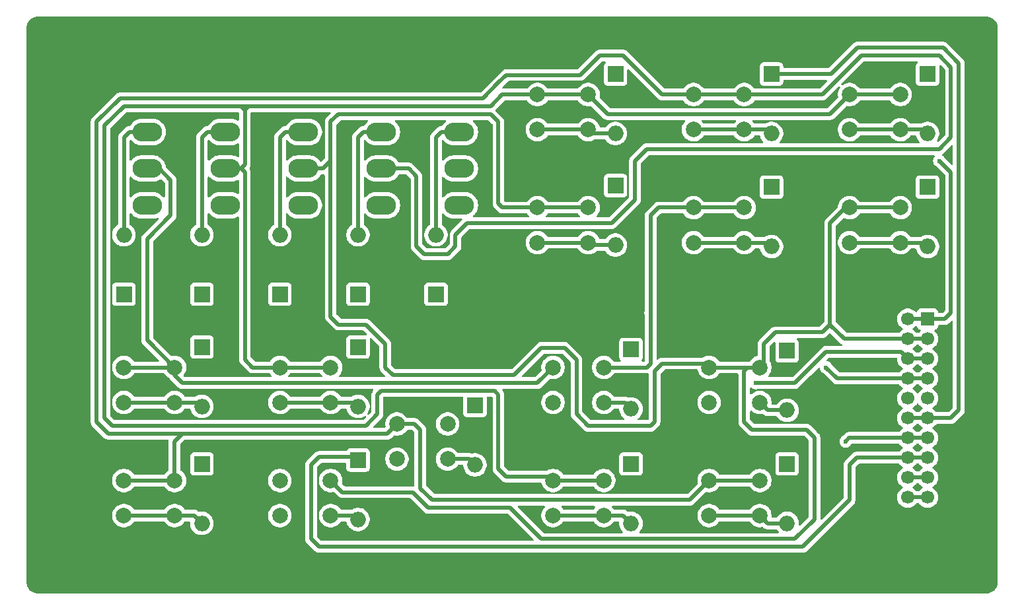
<source format=gbr>
%TF.GenerationSoftware,KiCad,Pcbnew,9.0.1*%
%TF.CreationDate,2025-10-16T11:29:06+01:00*%
%TF.ProjectId,WEASEL_KiCad_buttonMatrix,57454153-454c-45f4-9b69-4361645f6275,rev?*%
%TF.SameCoordinates,Original*%
%TF.FileFunction,Copper,L1,Top*%
%TF.FilePolarity,Positive*%
%FSLAX46Y46*%
G04 Gerber Fmt 4.6, Leading zero omitted, Abs format (unit mm)*
G04 Created by KiCad (PCBNEW 9.0.1) date 2025-10-16 11:29:06*
%MOMM*%
%LPD*%
G01*
G04 APERTURE LIST*
%TA.AperFunction,ComponentPad*%
%ADD10C,2.000000*%
%TD*%
%TA.AperFunction,ComponentPad*%
%ADD11O,3.800000X2.400000*%
%TD*%
%TA.AperFunction,ComponentPad*%
%ADD12R,2.000000X2.000000*%
%TD*%
%TA.AperFunction,ComponentPad*%
%ADD13O,2.000000X2.000000*%
%TD*%
%TA.AperFunction,ComponentPad*%
%ADD14R,1.700000X1.700000*%
%TD*%
%TA.AperFunction,ComponentPad*%
%ADD15C,1.700000*%
%TD*%
%TA.AperFunction,ViaPad*%
%ADD16C,0.600000*%
%TD*%
%TA.AperFunction,Conductor*%
%ADD17C,0.500000*%
%TD*%
G04 APERTURE END LIST*
D10*
%TO.P,SW36,1,1*%
%TO.N,X3*%
X27499583Y-75500000D03*
X33999583Y-75500000D03*
%TO.P,SW36,2,2*%
%TO.N,Net-(D36-A)*%
X27499583Y-80000000D03*
X33999583Y-80000000D03*
%TD*%
D11*
%TO.P,SW3,1,A*%
%TO.N,Net-(D46-A)*%
X40500000Y-45300000D03*
%TO.P,SW3,2,B*%
%TO.N,X0*%
X40500000Y-50000000D03*
%TO.P,SW3,3,C*%
%TO.N,unconnected-(SW3-C-Pad3)*%
X40500000Y-54700000D03*
%TD*%
D12*
%TO.P,D32,1,K*%
%TO.N,Y0*%
X110500000Y-52380000D03*
D13*
%TO.P,D32,2,A*%
%TO.N,Net-(D32-A)*%
X110500000Y-60000000D03*
%TD*%
D10*
%TO.P,SW2,1,1*%
%TO.N,X0*%
X80500000Y-40500000D03*
X87000000Y-40500000D03*
%TO.P,SW2,2,2*%
%TO.N,Net-(D5-A)*%
X80500000Y-45000000D03*
X87000000Y-45000000D03*
%TD*%
D12*
%TO.P,D42,1,K*%
%TO.N,Y3*%
X112500000Y-73380000D03*
D13*
%TO.P,D42,2,A*%
%TO.N,Net-(D42-A)*%
X112500000Y-81000000D03*
%TD*%
D10*
%TO.P,SW32,1,1*%
%TO.N,X3*%
X100500000Y-55000000D03*
X107000000Y-55000000D03*
%TO.P,SW32,2,2*%
%TO.N,Net-(D32-A)*%
X100500000Y-59500000D03*
X107000000Y-59500000D03*
%TD*%
%TO.P,SW42,1,1*%
%TO.N,X1*%
X102499583Y-75500000D03*
X108999583Y-75500000D03*
%TO.P,SW42,2,2*%
%TO.N,Net-(D42-A)*%
X102499583Y-80000000D03*
X108999583Y-80000000D03*
%TD*%
D12*
%TO.P,D33,1,K*%
%TO.N,Y1*%
X130500000Y-37880000D03*
D13*
%TO.P,D33,2,A*%
%TO.N,Net-(D33-A)*%
X130500000Y-45500000D03*
%TD*%
D12*
%TO.P,D31,1,K*%
%TO.N,Y0*%
X110500000Y-37880000D03*
D13*
%TO.P,D31,2,A*%
%TO.N,Net-(D31-A)*%
X110500000Y-45500000D03*
%TD*%
D12*
%TO.P,D30,1,K*%
%TO.N,Y0*%
X90500000Y-52190000D03*
D13*
%TO.P,D30,2,A*%
%TO.N,Net-(D30-A)*%
X90500000Y-59810000D03*
%TD*%
D12*
%TO.P,D39,1,K*%
%TO.N,Y2*%
X72500000Y-80380000D03*
D13*
%TO.P,D39,2,A*%
%TO.N,Net-(D39-A)*%
X72500000Y-88000000D03*
%TD*%
D10*
%TO.P,SW34,1,1*%
%TO.N,X1*%
X120500000Y-55000000D03*
X127000000Y-55000000D03*
%TO.P,SW34,2,2*%
%TO.N,Net-(D34-A)*%
X120500000Y-59500000D03*
X127000000Y-59500000D03*
%TD*%
D11*
%TO.P,SW5,1,A*%
%TO.N,Net-(D48-A)*%
X60500000Y-45300000D03*
%TO.P,SW5,2,B*%
%TO.N,X2*%
X60500000Y-50000000D03*
%TO.P,SW5,3,C*%
%TO.N,unconnected-(SW5-C-Pad3)*%
X60500000Y-54700000D03*
%TD*%
D12*
%TO.P,D43,1,K*%
%TO.N,Y3*%
X112500000Y-87880000D03*
D13*
%TO.P,D43,2,A*%
%TO.N,Net-(D43-A)*%
X112500000Y-95500000D03*
%TD*%
D12*
%TO.P,D36,1,K*%
%TO.N,Y1*%
X37500000Y-72880000D03*
D13*
%TO.P,D36,2,A*%
%TO.N,Net-(D36-A)*%
X37500000Y-80500000D03*
%TD*%
D11*
%TO.P,SW4,1,A*%
%TO.N,Net-(D47-A)*%
X50500000Y-45300000D03*
%TO.P,SW4,2,B*%
%TO.N,X1*%
X50500000Y-50000000D03*
%TO.P,SW4,3,C*%
%TO.N,unconnected-(SW4-C-Pad3)*%
X50500000Y-54700000D03*
%TD*%
D10*
%TO.P,SW41,1,1*%
%TO.N,X0*%
X82499583Y-90000000D03*
X88999583Y-90000000D03*
%TO.P,SW41,2,2*%
%TO.N,Net-(D41-A)*%
X82499583Y-94500000D03*
X88999583Y-94500000D03*
%TD*%
D12*
%TO.P,D45,1,K*%
%TO.N,Y3*%
X27500000Y-66120000D03*
D13*
%TO.P,D45,2,A*%
%TO.N,Net-(D45-A)*%
X27500000Y-58500000D03*
%TD*%
D12*
%TO.P,D40,1,K*%
%TO.N,Y2*%
X92500000Y-73190000D03*
D13*
%TO.P,D40,2,A*%
%TO.N,Net-(D40-A)*%
X92500000Y-80810000D03*
%TD*%
D12*
%TO.P,D35,1,K*%
%TO.N,Y1*%
X37500000Y-87880000D03*
D13*
%TO.P,D35,2,A*%
%TO.N,Net-(D35-A)*%
X37500000Y-95500000D03*
%TD*%
D14*
%TO.P,J1,1,Pin_1*%
%TO.N,X0*%
X130500000Y-69300000D03*
D15*
%TO.P,J1,2,Pin_2*%
X127960000Y-69300000D03*
%TO.P,J1,3,Pin_3*%
%TO.N,X1*%
X130500000Y-71840000D03*
%TO.P,J1,4,Pin_4*%
X127960000Y-71840000D03*
%TO.P,J1,5,Pin_5*%
%TO.N,X2*%
X130500000Y-74380000D03*
%TO.P,J1,6,Pin_6*%
X127960000Y-74380000D03*
%TO.P,J1,7,Pin_7*%
%TO.N,X3*%
X130500000Y-76920000D03*
%TO.P,J1,8,Pin_8*%
X127960000Y-76920000D03*
%TO.P,J1,9,Pin_9*%
%TO.N,unconnected-(J1-Pin_9-Pad9)*%
X130500000Y-79460000D03*
%TO.P,J1,10,Pin_10*%
%TO.N,unconnected-(J1-Pin_10-Pad10)*%
X127960000Y-79460000D03*
%TO.P,J1,11,Pin_11*%
%TO.N,Y0*%
X130500000Y-82000000D03*
%TO.P,J1,12,Pin_12*%
X127960000Y-82000000D03*
%TO.P,J1,13,Pin_13*%
%TO.N,Y1*%
X130500000Y-84540000D03*
%TO.P,J1,14,Pin_14*%
X127960000Y-84540000D03*
%TO.P,J1,15,Pin_15*%
%TO.N,Y2*%
X130500000Y-87080000D03*
%TO.P,J1,16,Pin_16*%
X127960000Y-87080000D03*
%TO.P,J1,17,Pin_17*%
%TO.N,Y3*%
X130500000Y-89620000D03*
%TO.P,J1,18,Pin_18*%
X127960000Y-89620000D03*
%TO.P,J1,19,Pin_19*%
%TO.N,Y4*%
X130500000Y-92160000D03*
%TO.P,J1,20,Pin_20*%
X127960000Y-92160000D03*
%TD*%
D11*
%TO.P,SW1,1,A*%
%TO.N,Net-(D45-A)*%
X30500000Y-45300000D03*
%TO.P,SW1,2,B*%
%TO.N,X3*%
X30500000Y-50000000D03*
%TO.P,SW1,3,C*%
%TO.N,unconnected-(SW1-C-Pad3)*%
X30500000Y-54700000D03*
%TD*%
D10*
%TO.P,SW35,1,1*%
%TO.N,X2*%
X27499583Y-90000000D03*
X33999583Y-90000000D03*
%TO.P,SW35,2,2*%
%TO.N,Net-(D35-A)*%
X27499583Y-94500000D03*
X33999583Y-94500000D03*
%TD*%
D12*
%TO.P,D5,1,K*%
%TO.N,Y0*%
X90500000Y-37880000D03*
D13*
%TO.P,D5,2,A*%
%TO.N,Net-(D5-A)*%
X90500000Y-45500000D03*
%TD*%
D10*
%TO.P,SW33,1,1*%
%TO.N,X0*%
X120500000Y-40500000D03*
X127000000Y-40500000D03*
%TO.P,SW33,2,2*%
%TO.N,Net-(D33-A)*%
X120500000Y-45000000D03*
X127000000Y-45000000D03*
%TD*%
%TO.P,SW31,1,1*%
%TO.N,X2*%
X100500000Y-40500000D03*
X107000000Y-40500000D03*
%TO.P,SW31,2,2*%
%TO.N,Net-(D31-A)*%
X100500000Y-45000000D03*
X107000000Y-45000000D03*
%TD*%
D12*
%TO.P,D37,1,K*%
%TO.N,Y2*%
X57500000Y-72880000D03*
D13*
%TO.P,D37,2,A*%
%TO.N,Net-(D37-A)*%
X57500000Y-80500000D03*
%TD*%
D10*
%TO.P,SW38,1,1*%
%TO.N,X1*%
X47499583Y-90000000D03*
X53999583Y-90000000D03*
%TO.P,SW38,2,2*%
%TO.N,Net-(D38-A)*%
X47499583Y-94500000D03*
X53999583Y-94500000D03*
%TD*%
D12*
%TO.P,D48,1,K*%
%TO.N,Y4*%
X57500000Y-66120000D03*
D13*
%TO.P,D48,2,A*%
%TO.N,Net-(D48-A)*%
X57500000Y-58500000D03*
%TD*%
D12*
%TO.P,D46,1,K*%
%TO.N,Y4*%
X37500000Y-66120000D03*
D13*
%TO.P,D46,2,A*%
%TO.N,Net-(D46-A)*%
X37500000Y-58500000D03*
%TD*%
D10*
%TO.P,SW37,1,1*%
%TO.N,X0*%
X47499583Y-75500000D03*
X53999583Y-75500000D03*
%TO.P,SW37,2,2*%
%TO.N,Net-(D37-A)*%
X47499583Y-80000000D03*
X53999583Y-80000000D03*
%TD*%
D12*
%TO.P,D47,1,K*%
%TO.N,Y4*%
X47500000Y-66120000D03*
D13*
%TO.P,D47,2,A*%
%TO.N,Net-(D47-A)*%
X47500000Y-58500000D03*
%TD*%
D10*
%TO.P,SW39,1,1*%
%TO.N,X2*%
X62499583Y-82750000D03*
X68999583Y-82750000D03*
%TO.P,SW39,2,2*%
%TO.N,Net-(D39-A)*%
X62499583Y-87250000D03*
X68999583Y-87250000D03*
%TD*%
D12*
%TO.P,D49,1,K*%
%TO.N,Y4*%
X67500000Y-66120000D03*
D13*
%TO.P,D49,2,A*%
%TO.N,Net-(D49-A)*%
X67500000Y-58500000D03*
%TD*%
D12*
%TO.P,D34,1,K*%
%TO.N,Y1*%
X130500000Y-52380000D03*
D13*
%TO.P,D34,2,A*%
%TO.N,Net-(D34-A)*%
X130500000Y-60000000D03*
%TD*%
D10*
%TO.P,SW40,1,1*%
%TO.N,X3*%
X82499583Y-75500000D03*
X88999583Y-75500000D03*
%TO.P,SW40,2,2*%
%TO.N,Net-(D40-A)*%
X82499583Y-80000000D03*
X88999583Y-80000000D03*
%TD*%
%TO.P,SW43,1,1*%
%TO.N,X2*%
X102499583Y-90000000D03*
X108999583Y-90000000D03*
%TO.P,SW43,2,2*%
%TO.N,Net-(D43-A)*%
X102499583Y-94500000D03*
X108999583Y-94500000D03*
%TD*%
D12*
%TO.P,D38,1,K*%
%TO.N,Y2*%
X57500000Y-87380000D03*
D13*
%TO.P,D38,2,A*%
%TO.N,Net-(D38-A)*%
X57500000Y-95000000D03*
%TD*%
D10*
%TO.P,SW6,1,1*%
%TO.N,X1*%
X80500000Y-55000000D03*
X87000000Y-55000000D03*
%TO.P,SW6,2,2*%
%TO.N,Net-(D30-A)*%
X80500000Y-59500000D03*
X87000000Y-59500000D03*
%TD*%
D12*
%TO.P,D41,1,K*%
%TO.N,Y3*%
X92500000Y-87880000D03*
D13*
%TO.P,D41,2,A*%
%TO.N,Net-(D41-A)*%
X92500000Y-95500000D03*
%TD*%
D11*
%TO.P,SW7,1,A*%
%TO.N,Net-(D49-A)*%
X70500000Y-45300000D03*
%TO.P,SW7,2,B*%
%TO.N,X3*%
X70500000Y-50000000D03*
%TO.P,SW7,3,C*%
%TO.N,unconnected-(SW7-C-Pad3)*%
X70500000Y-54700000D03*
%TD*%
D16*
%TO.N,Y1*%
X120000000Y-85000000D03*
%TO.N,X0*%
X132000000Y-49000000D03*
%TO.N,X3*%
X95000000Y-68500000D03*
X117500000Y-75500000D03*
%TO.N,X2*%
X108500000Y-77500000D03*
X88000000Y-92500000D03*
%TD*%
D17*
%TO.N,Y0*%
X118120000Y-37880000D02*
X121500000Y-34500000D01*
X130500000Y-82000000D02*
X127960000Y-82000000D01*
X110500000Y-37880000D02*
X118120000Y-37880000D01*
X134500000Y-36500000D02*
X134500000Y-81000000D01*
X132500000Y-34500000D02*
X134500000Y-36500000D01*
X121500000Y-34500000D02*
X132500000Y-34500000D01*
X134500000Y-81000000D02*
X133500000Y-82000000D01*
X133500000Y-82000000D02*
X130500000Y-82000000D01*
%TO.N,Net-(D5-A)*%
X87000000Y-45000000D02*
X87500000Y-45500000D01*
X87500000Y-45500000D02*
X90500000Y-45500000D01*
X80500000Y-45000000D02*
X87000000Y-45000000D01*
%TO.N,Net-(D30-A)*%
X87310000Y-59810000D02*
X90500000Y-59810000D01*
X87000000Y-59500000D02*
X87310000Y-59810000D01*
X80500000Y-59500000D02*
X87000000Y-59500000D01*
%TO.N,Net-(D31-A)*%
X110000000Y-45000000D02*
X110500000Y-45500000D01*
X100500000Y-45000000D02*
X107000000Y-45000000D01*
X107000000Y-45000000D02*
X110000000Y-45000000D01*
%TO.N,Net-(D32-A)*%
X110000000Y-59500000D02*
X110500000Y-60000000D01*
X107000000Y-59500000D02*
X100500000Y-59500000D01*
X107000000Y-59500000D02*
X110000000Y-59500000D01*
%TO.N,Net-(D33-A)*%
X127000000Y-45000000D02*
X130000000Y-45000000D01*
X130000000Y-45000000D02*
X130500000Y-45500000D01*
X127000000Y-45000000D02*
X120500000Y-45000000D01*
%TO.N,Y1*%
X127960000Y-84540000D02*
X120460000Y-84540000D01*
X127960000Y-84540000D02*
X130500000Y-84540000D01*
X120460000Y-84540000D02*
X120000000Y-85000000D01*
%TO.N,Net-(D34-A)*%
X127000000Y-59500000D02*
X120500000Y-59500000D01*
X127000000Y-59500000D02*
X130000000Y-59500000D01*
X130000000Y-59500000D02*
X130500000Y-60000000D01*
%TO.N,Net-(D35-A)*%
X33999583Y-94500000D02*
X36500000Y-94500000D01*
X36500000Y-94500000D02*
X37500000Y-95500000D01*
X33999583Y-94500000D02*
X27499583Y-94500000D01*
%TO.N,Net-(D36-A)*%
X37000000Y-80000000D02*
X37500000Y-80500000D01*
X33999583Y-80000000D02*
X27499583Y-80000000D01*
X33999583Y-80000000D02*
X37000000Y-80000000D01*
%TO.N,Net-(D37-A)*%
X57000000Y-80000000D02*
X57500000Y-80500000D01*
X47499583Y-80000000D02*
X53999583Y-80000000D01*
X53999583Y-80000000D02*
X57000000Y-80000000D01*
%TO.N,Y2*%
X51500000Y-97500000D02*
X51500000Y-88000000D01*
X52500000Y-98500000D02*
X51500000Y-97500000D01*
X130500000Y-87080000D02*
X127960000Y-87080000D01*
X114500000Y-98500000D02*
X52500000Y-98500000D01*
X57120000Y-87000000D02*
X57500000Y-87380000D01*
X121420000Y-87080000D02*
X120500000Y-88000000D01*
X52500000Y-87000000D02*
X57120000Y-87000000D01*
X51500000Y-88000000D02*
X52500000Y-87000000D01*
X120500000Y-92500000D02*
X114500000Y-98500000D01*
X120500000Y-88000000D02*
X120500000Y-92500000D01*
X127960000Y-87080000D02*
X121420000Y-87080000D01*
%TO.N,Net-(D38-A)*%
X53999583Y-94500000D02*
X57000000Y-94500000D01*
X57000000Y-94500000D02*
X57500000Y-95000000D01*
%TO.N,Net-(D39-A)*%
X68999583Y-87250000D02*
X71750000Y-87250000D01*
X71750000Y-87250000D02*
X72500000Y-88000000D01*
%TO.N,Net-(D40-A)*%
X91690000Y-80000000D02*
X92500000Y-80810000D01*
X88999583Y-80000000D02*
X91690000Y-80000000D01*
%TO.N,Y3*%
X127960000Y-89620000D02*
X130500000Y-89620000D01*
%TO.N,Net-(D41-A)*%
X91500000Y-94500000D02*
X92500000Y-95500000D01*
X88999583Y-94500000D02*
X91500000Y-94500000D01*
X88999583Y-94500000D02*
X82499583Y-94500000D01*
%TO.N,Net-(D42-A)*%
X108999583Y-80000000D02*
X109999583Y-81000000D01*
X109999583Y-81000000D02*
X112500000Y-81000000D01*
%TO.N,Net-(D43-A)*%
X109999583Y-95500000D02*
X112500000Y-95500000D01*
X108999583Y-94500000D02*
X102499583Y-94500000D01*
X108999583Y-94500000D02*
X109999583Y-95500000D01*
%TO.N,Net-(D45-A)*%
X30500000Y-45300000D02*
X28200000Y-45300000D01*
X28200000Y-45300000D02*
X27500000Y-46000000D01*
X27500000Y-46000000D02*
X27500000Y-58500000D01*
%TO.N,Y4*%
X130500000Y-92160000D02*
X127960000Y-92160000D01*
%TO.N,Net-(D46-A)*%
X40500000Y-45300000D02*
X38200000Y-45300000D01*
X37500000Y-46000000D02*
X37500000Y-58500000D01*
X38200000Y-45300000D02*
X37500000Y-46000000D01*
%TO.N,Net-(D47-A)*%
X48200000Y-45300000D02*
X47500000Y-46000000D01*
X47500000Y-46000000D02*
X47500000Y-58500000D01*
X50500000Y-45300000D02*
X48200000Y-45300000D01*
%TO.N,Net-(D48-A)*%
X58200000Y-45300000D02*
X57500000Y-46000000D01*
X57500000Y-46000000D02*
X57500000Y-58500000D01*
X60500000Y-45300000D02*
X58200000Y-45300000D01*
%TO.N,Net-(D49-A)*%
X70500000Y-45300000D02*
X68200000Y-45300000D01*
X67500000Y-46000000D02*
X67500000Y-58500000D01*
X68200000Y-45300000D02*
X67500000Y-46000000D01*
%TO.N,X0*%
X132000000Y-49000000D02*
X133500000Y-50500000D01*
X132700000Y-69300000D02*
X130500000Y-69300000D01*
X25000000Y-82000000D02*
X26000000Y-83000000D01*
X75500000Y-88500000D02*
X76500000Y-89500000D01*
X80500000Y-40500000D02*
X76000000Y-40500000D01*
X76000000Y-40500000D02*
X74500000Y-42000000D01*
X43500000Y-42000000D02*
X42500000Y-42000000D01*
X42500000Y-50000000D02*
X43000000Y-49500000D01*
X60000000Y-79000000D02*
X60500000Y-78500000D01*
X130500000Y-69300000D02*
X127960000Y-69300000D01*
X43000000Y-42500000D02*
X42500000Y-42000000D01*
X133500000Y-68500000D02*
X132700000Y-69300000D01*
X42500000Y-42000000D02*
X27500000Y-42000000D01*
X120500000Y-40500000D02*
X127000000Y-40500000D01*
X27500000Y-42000000D02*
X25000000Y-44500000D01*
X87000000Y-40500000D02*
X89500000Y-43000000D01*
X44000000Y-75500000D02*
X47499583Y-75500000D01*
X74500000Y-42000000D02*
X43500000Y-42000000D01*
X118000000Y-43000000D02*
X120500000Y-40500000D01*
X42500000Y-50000000D02*
X43000000Y-50500000D01*
X43000000Y-74500000D02*
X44000000Y-75500000D01*
X82499583Y-90000000D02*
X88999583Y-90000000D01*
X81999583Y-89500000D02*
X82499583Y-90000000D01*
X40500000Y-50000000D02*
X42500000Y-50000000D01*
X75500000Y-79000000D02*
X75500000Y-88500000D01*
X76500000Y-89500000D02*
X81999583Y-89500000D01*
X75000000Y-78500000D02*
X75500000Y-79000000D01*
X89500000Y-43000000D02*
X118000000Y-43000000D01*
X60500000Y-78500000D02*
X75000000Y-78500000D01*
X60000000Y-81500000D02*
X60000000Y-79000000D01*
X43000000Y-42500000D02*
X43500000Y-42000000D01*
X43000000Y-50500000D02*
X43000000Y-74500000D01*
X58500000Y-83000000D02*
X60000000Y-81500000D01*
X133500000Y-50500000D02*
X133500000Y-68500000D01*
X53999583Y-75500000D02*
X47499583Y-75500000D01*
X43000000Y-49500000D02*
X43000000Y-42500000D01*
X26000000Y-83000000D02*
X58500000Y-83000000D01*
X25000000Y-44500000D02*
X25000000Y-82000000D01*
X87000000Y-40500000D02*
X80500000Y-40500000D01*
%TO.N,X3*%
X30500000Y-72000417D02*
X30500000Y-59000000D01*
X127960000Y-76920000D02*
X118920000Y-76920000D01*
X35000000Y-77500000D02*
X80499583Y-77500000D01*
X33999583Y-76499583D02*
X35000000Y-77500000D01*
X94500000Y-75500000D02*
X95000000Y-75000000D01*
X80499583Y-77500000D02*
X82499583Y-75500000D01*
X33999583Y-75500000D02*
X27499583Y-75500000D01*
X118920000Y-76920000D02*
X117500000Y-75500000D01*
X95000000Y-56000000D02*
X96000000Y-55000000D01*
X88999583Y-75500000D02*
X94500000Y-75500000D01*
X33500000Y-51500000D02*
X32000000Y-50000000D01*
X33999583Y-75500000D02*
X33999583Y-76499583D01*
X127960000Y-76920000D02*
X130500000Y-76920000D01*
X30500000Y-59000000D02*
X33500000Y-56000000D01*
X96000000Y-55000000D02*
X100500000Y-55000000D01*
X33500000Y-56000000D02*
X33500000Y-51500000D01*
X100500000Y-55000000D02*
X107000000Y-55000000D01*
X33999583Y-75500000D02*
X30500000Y-72000417D01*
X95000000Y-75000000D02*
X95000000Y-56000000D01*
X32000000Y-50000000D02*
X30500000Y-50000000D01*
%TO.N,X2*%
X65000000Y-60000000D02*
X65000000Y-51000000D01*
X75500000Y-39000000D02*
X76500000Y-38000000D01*
X65000000Y-51000000D02*
X64000000Y-50000000D01*
X76500000Y-38000000D02*
X86000000Y-38000000D01*
X96500000Y-40500000D02*
X100500000Y-40500000D01*
X127080000Y-73500000D02*
X123500000Y-73500000D01*
X70000000Y-60000000D02*
X69000000Y-61000000D01*
X24000000Y-44000000D02*
X27000000Y-41000000D01*
X69000000Y-61000000D02*
X66000000Y-61000000D01*
X133500000Y-37000000D02*
X133500000Y-46000000D01*
X113500000Y-77500000D02*
X108500000Y-77500000D01*
X67000000Y-92500000D02*
X99999583Y-92500000D01*
X65500000Y-83500000D02*
X65500000Y-91000000D01*
X91500000Y-35500000D02*
X96500000Y-40500000D01*
X130500000Y-74380000D02*
X127960000Y-74380000D01*
X117000000Y-40500000D02*
X122000000Y-35500000D01*
X133500000Y-46000000D02*
X132000000Y-47500000D01*
X33999583Y-90000000D02*
X33999583Y-85000417D01*
X62499583Y-82750000D02*
X64750000Y-82750000D01*
X99999583Y-92500000D02*
X102499583Y-90000000D01*
X64000000Y-50000000D02*
X60500000Y-50000000D01*
X117500000Y-73500000D02*
X115000000Y-76000000D01*
X24000000Y-82500000D02*
X24000000Y-44000000D01*
X61249583Y-84000000D02*
X62499583Y-82750000D01*
X107000000Y-40500000D02*
X117000000Y-40500000D01*
X127960000Y-74380000D02*
X127080000Y-73500000D01*
X65500000Y-91000000D02*
X67000000Y-92500000D01*
X70000000Y-58500000D02*
X70000000Y-60000000D01*
X71500000Y-57000000D02*
X70000000Y-58500000D01*
X132000000Y-35500000D02*
X133500000Y-37000000D01*
X33999583Y-85000417D02*
X35000000Y-84000000D01*
X35000000Y-84000000D02*
X25500000Y-84000000D01*
X25500000Y-84000000D02*
X24000000Y-82500000D01*
X115000000Y-76000000D02*
X113500000Y-77500000D01*
X86000000Y-38000000D02*
X88500000Y-35500000D01*
X93000000Y-54000000D02*
X90000000Y-57000000D01*
X64750000Y-82750000D02*
X65500000Y-83500000D01*
X88500000Y-35500000D02*
X91500000Y-35500000D01*
X73500000Y-41000000D02*
X75500000Y-39000000D01*
X90000000Y-57000000D02*
X71500000Y-57000000D01*
X107000000Y-40500000D02*
X100500000Y-40500000D01*
X66000000Y-61000000D02*
X65000000Y-60000000D01*
X27499583Y-90000000D02*
X33999583Y-90000000D01*
X132000000Y-47500000D02*
X94500000Y-47500000D01*
X35000000Y-84000000D02*
X61249583Y-84000000D01*
X94500000Y-47500000D02*
X93000000Y-49000000D01*
X93000000Y-49000000D02*
X93000000Y-54000000D01*
X123500000Y-73500000D02*
X117500000Y-73500000D01*
X122000000Y-35500000D02*
X132000000Y-35500000D01*
X27000000Y-41000000D02*
X73500000Y-41000000D01*
X102499583Y-90000000D02*
X108999583Y-90000000D01*
%TO.N,X1*%
X113500000Y-97500000D02*
X116000000Y-95000000D01*
X108999583Y-75500000D02*
X109500000Y-74999583D01*
X80500000Y-55000000D02*
X76000000Y-55000000D01*
X64500000Y-91500000D02*
X66500000Y-93500000D01*
X54000000Y-44000000D02*
X54000000Y-49000000D01*
X54000000Y-49000000D02*
X54000000Y-69000000D01*
X54000000Y-69000000D02*
X55000000Y-70000000D01*
X66500000Y-93500000D02*
X77000000Y-93500000D01*
X75500000Y-54500000D02*
X75500000Y-44000000D01*
X102499583Y-75500000D02*
X108999583Y-75500000D01*
X116000000Y-84500000D02*
X115000000Y-83500000D01*
X54000000Y-49000000D02*
X53000000Y-50000000D01*
X87000000Y-55000000D02*
X80500000Y-55000000D01*
X76000000Y-55000000D02*
X75500000Y-54500000D01*
X85500000Y-81500000D02*
X87000000Y-83000000D01*
X107000000Y-82500000D02*
X107000000Y-76000000D01*
X119840000Y-71840000D02*
X118000000Y-70000000D01*
X101999583Y-75000000D02*
X102499583Y-75500000D01*
X74500000Y-43000000D02*
X55000000Y-43000000D01*
X118000000Y-70000000D02*
X118000000Y-57000000D01*
X108000000Y-83500000D02*
X107000000Y-82500000D01*
X107000000Y-76000000D02*
X107500000Y-75500000D01*
X115000000Y-83500000D02*
X108000000Y-83500000D01*
X107500000Y-75500000D02*
X108999583Y-75500000D01*
X55000000Y-43000000D02*
X54000000Y-44000000D01*
X85500000Y-74500000D02*
X85500000Y-81500000D01*
X53000000Y-50000000D02*
X50500000Y-50000000D01*
X77500000Y-76500000D02*
X81000000Y-73000000D01*
X95500000Y-82500000D02*
X95500000Y-76000000D01*
X120000000Y-55000000D02*
X120500000Y-55000000D01*
X87000000Y-83000000D02*
X95000000Y-83000000D01*
X55499583Y-91500000D02*
X64500000Y-91500000D01*
X111000000Y-71000000D02*
X117000000Y-71000000D01*
X96500000Y-75000000D02*
X101999583Y-75000000D01*
X84000000Y-73000000D02*
X85500000Y-74500000D01*
X53999583Y-90000000D02*
X55499583Y-91500000D01*
X127960000Y-71840000D02*
X119840000Y-71840000D01*
X116000000Y-95000000D02*
X116000000Y-84500000D01*
X127960000Y-71840000D02*
X130500000Y-71840000D01*
X81000000Y-97500000D02*
X113500000Y-97500000D01*
X95000000Y-83000000D02*
X95500000Y-82500000D01*
X81000000Y-73000000D02*
X84000000Y-73000000D01*
X55000000Y-70000000D02*
X58500000Y-70000000D01*
X75500000Y-44000000D02*
X74500000Y-43000000D01*
X61000000Y-75500000D02*
X62000000Y-76500000D01*
X109500000Y-74999583D02*
X109500000Y-72500000D01*
X77000000Y-93500000D02*
X81000000Y-97500000D01*
X117000000Y-71000000D02*
X118000000Y-70000000D01*
X95500000Y-76000000D02*
X96500000Y-75000000D01*
X120500000Y-55000000D02*
X127000000Y-55000000D01*
X118000000Y-57000000D02*
X120000000Y-55000000D01*
X61000000Y-72500000D02*
X61000000Y-75500000D01*
X62000000Y-76500000D02*
X77500000Y-76500000D01*
X109500000Y-72500000D02*
X111000000Y-71000000D01*
X58500000Y-70000000D02*
X61000000Y-72500000D01*
%TD*%
%TA.AperFunction,NonConductor*%
G36*
X138004418Y-30500816D02*
G01*
X138204561Y-30515130D01*
X138222063Y-30517647D01*
X138413797Y-30559355D01*
X138430755Y-30564334D01*
X138614609Y-30632909D01*
X138630701Y-30640259D01*
X138802904Y-30734288D01*
X138817784Y-30743849D01*
X138974867Y-30861441D01*
X138988237Y-30873027D01*
X139126972Y-31011762D01*
X139138558Y-31025132D01*
X139256146Y-31182210D01*
X139265711Y-31197095D01*
X139359740Y-31369298D01*
X139367090Y-31385390D01*
X139435662Y-31569236D01*
X139440646Y-31586212D01*
X139482351Y-31777931D01*
X139484869Y-31795442D01*
X139499184Y-31995580D01*
X139499500Y-32004427D01*
X139499500Y-102995572D01*
X139499184Y-103004419D01*
X139484869Y-103204557D01*
X139482351Y-103222068D01*
X139440646Y-103413787D01*
X139435662Y-103430763D01*
X139367090Y-103614609D01*
X139359740Y-103630701D01*
X139265711Y-103802904D01*
X139256146Y-103817789D01*
X139138558Y-103974867D01*
X139126972Y-103988237D01*
X138988237Y-104126972D01*
X138974867Y-104138558D01*
X138817789Y-104256146D01*
X138802904Y-104265711D01*
X138630701Y-104359740D01*
X138614609Y-104367090D01*
X138430763Y-104435662D01*
X138413787Y-104440646D01*
X138222068Y-104482351D01*
X138204557Y-104484869D01*
X138023779Y-104497799D01*
X138004417Y-104499184D01*
X137995572Y-104499500D01*
X16504428Y-104499500D01*
X16495582Y-104499184D01*
X16473622Y-104497613D01*
X16295442Y-104484869D01*
X16277931Y-104482351D01*
X16086212Y-104440646D01*
X16069236Y-104435662D01*
X15885390Y-104367090D01*
X15869298Y-104359740D01*
X15697095Y-104265711D01*
X15682210Y-104256146D01*
X15525132Y-104138558D01*
X15511762Y-104126972D01*
X15373027Y-103988237D01*
X15361441Y-103974867D01*
X15243849Y-103817784D01*
X15234288Y-103802904D01*
X15140259Y-103630701D01*
X15132909Y-103614609D01*
X15072091Y-103451551D01*
X15064334Y-103430755D01*
X15059355Y-103413797D01*
X15017647Y-103222063D01*
X15015130Y-103204556D01*
X15000816Y-103004418D01*
X15000500Y-102995572D01*
X15000500Y-94381902D01*
X25999083Y-94381902D01*
X25999083Y-94618097D01*
X26036029Y-94851368D01*
X26109016Y-95075996D01*
X26197931Y-95250500D01*
X26216240Y-95286433D01*
X26355066Y-95477510D01*
X26522073Y-95644517D01*
X26713150Y-95783343D01*
X26812574Y-95834002D01*
X26923586Y-95890566D01*
X26923588Y-95890566D01*
X26923591Y-95890568D01*
X27043995Y-95929689D01*
X27148214Y-95963553D01*
X27381486Y-96000500D01*
X27381491Y-96000500D01*
X27617680Y-96000500D01*
X27850951Y-95963553D01*
X27889308Y-95951090D01*
X28075575Y-95890568D01*
X28286016Y-95783343D01*
X28477093Y-95644517D01*
X28644100Y-95477510D01*
X28771896Y-95301613D01*
X28827226Y-95258949D01*
X28872214Y-95250500D01*
X32626952Y-95250500D01*
X32693991Y-95270185D01*
X32727268Y-95301613D01*
X32855066Y-95477510D01*
X33022073Y-95644517D01*
X33213150Y-95783343D01*
X33312574Y-95834002D01*
X33423586Y-95890566D01*
X33423588Y-95890566D01*
X33423591Y-95890568D01*
X33543995Y-95929689D01*
X33648214Y-95963553D01*
X33881486Y-96000500D01*
X33881491Y-96000500D01*
X34117680Y-96000500D01*
X34350951Y-95963553D01*
X34389308Y-95951090D01*
X34575575Y-95890568D01*
X34786016Y-95783343D01*
X34977093Y-95644517D01*
X35144100Y-95477510D01*
X35271896Y-95301613D01*
X35327226Y-95258949D01*
X35372214Y-95250500D01*
X35875700Y-95250500D01*
X35942739Y-95270185D01*
X35988494Y-95322989D01*
X35998042Y-95377036D01*
X35999500Y-95377036D01*
X35999500Y-95618097D01*
X36036446Y-95851368D01*
X36109433Y-96075996D01*
X36183653Y-96221659D01*
X36216657Y-96286433D01*
X36355483Y-96477510D01*
X36522490Y-96644517D01*
X36713567Y-96783343D01*
X36812991Y-96834002D01*
X36924003Y-96890566D01*
X36924005Y-96890566D01*
X36924008Y-96890568D01*
X37044412Y-96929689D01*
X37148631Y-96963553D01*
X37381903Y-97000500D01*
X37381908Y-97000500D01*
X37618097Y-97000500D01*
X37851368Y-96963553D01*
X38075992Y-96890568D01*
X38286433Y-96783343D01*
X38477510Y-96644517D01*
X38644517Y-96477510D01*
X38783343Y-96286433D01*
X38890568Y-96075992D01*
X38963553Y-95851368D01*
X38983013Y-95728504D01*
X39000500Y-95618097D01*
X39000500Y-95381902D01*
X38963553Y-95148631D01*
X38890566Y-94924003D01*
X38834002Y-94812991D01*
X38783343Y-94713567D01*
X38644517Y-94522490D01*
X38503929Y-94381902D01*
X45999083Y-94381902D01*
X45999083Y-94618097D01*
X46036029Y-94851368D01*
X46109016Y-95075996D01*
X46197931Y-95250500D01*
X46216240Y-95286433D01*
X46355066Y-95477510D01*
X46522073Y-95644517D01*
X46713150Y-95783343D01*
X46812574Y-95834002D01*
X46923586Y-95890566D01*
X46923588Y-95890566D01*
X46923591Y-95890568D01*
X47043995Y-95929689D01*
X47148214Y-95963553D01*
X47381486Y-96000500D01*
X47381491Y-96000500D01*
X47617680Y-96000500D01*
X47850951Y-95963553D01*
X47889308Y-95951090D01*
X48075575Y-95890568D01*
X48286016Y-95783343D01*
X48477093Y-95644517D01*
X48644100Y-95477510D01*
X48782926Y-95286433D01*
X48890151Y-95075992D01*
X48963136Y-94851368D01*
X49000083Y-94618097D01*
X49000083Y-94381902D01*
X48963136Y-94148631D01*
X48890149Y-93924003D01*
X48815929Y-93778340D01*
X48782926Y-93713567D01*
X48644100Y-93522490D01*
X48477093Y-93355483D01*
X48286016Y-93216657D01*
X48233903Y-93190104D01*
X48075579Y-93109433D01*
X47850951Y-93036446D01*
X47617680Y-92999500D01*
X47617675Y-92999500D01*
X47381491Y-92999500D01*
X47381486Y-92999500D01*
X47148214Y-93036446D01*
X46923586Y-93109433D01*
X46713149Y-93216657D01*
X46660619Y-93254823D01*
X46522073Y-93355483D01*
X46522071Y-93355485D01*
X46522070Y-93355485D01*
X46355068Y-93522487D01*
X46355068Y-93522488D01*
X46355066Y-93522490D01*
X46344926Y-93536447D01*
X46216240Y-93713566D01*
X46109016Y-93924003D01*
X46036029Y-94148631D01*
X45999083Y-94381902D01*
X38503929Y-94381902D01*
X38477510Y-94355483D01*
X38286433Y-94216657D01*
X38280367Y-94213566D01*
X38075996Y-94109433D01*
X37851368Y-94036446D01*
X37618097Y-93999500D01*
X37618092Y-93999500D01*
X37381908Y-93999500D01*
X37381903Y-93999500D01*
X37167166Y-94033511D01*
X37097872Y-94024556D01*
X37060089Y-93998721D01*
X36978416Y-93917048D01*
X36978415Y-93917047D01*
X36978414Y-93917046D01*
X36904729Y-93867812D01*
X36904729Y-93867813D01*
X36855491Y-93834913D01*
X36718917Y-93778343D01*
X36718907Y-93778340D01*
X36573920Y-93749500D01*
X36573918Y-93749500D01*
X35372214Y-93749500D01*
X35305175Y-93729815D01*
X35271896Y-93698386D01*
X35144100Y-93522490D01*
X34977093Y-93355483D01*
X34786016Y-93216657D01*
X34733903Y-93190104D01*
X34575579Y-93109433D01*
X34350951Y-93036446D01*
X34117680Y-92999500D01*
X34117675Y-92999500D01*
X33881491Y-92999500D01*
X33881486Y-92999500D01*
X33648214Y-93036446D01*
X33423586Y-93109433D01*
X33213149Y-93216657D01*
X33160619Y-93254823D01*
X33022073Y-93355483D01*
X33022071Y-93355485D01*
X33022070Y-93355485D01*
X32855068Y-93522487D01*
X32855068Y-93522488D01*
X32855066Y-93522490D01*
X32844926Y-93536447D01*
X32727270Y-93698386D01*
X32671940Y-93741051D01*
X32626952Y-93749500D01*
X28872214Y-93749500D01*
X28805175Y-93729815D01*
X28771896Y-93698386D01*
X28644100Y-93522490D01*
X28477093Y-93355483D01*
X28286016Y-93216657D01*
X28233903Y-93190104D01*
X28075579Y-93109433D01*
X27850951Y-93036446D01*
X27617680Y-92999500D01*
X27617675Y-92999500D01*
X27381491Y-92999500D01*
X27381486Y-92999500D01*
X27148214Y-93036446D01*
X26923586Y-93109433D01*
X26713149Y-93216657D01*
X26660619Y-93254823D01*
X26522073Y-93355483D01*
X26522071Y-93355485D01*
X26522070Y-93355485D01*
X26355068Y-93522487D01*
X26355068Y-93522488D01*
X26355066Y-93522490D01*
X26344926Y-93536447D01*
X26216240Y-93713566D01*
X26109016Y-93924003D01*
X26036029Y-94148631D01*
X25999083Y-94381902D01*
X15000500Y-94381902D01*
X15000500Y-82573920D01*
X23249499Y-82573920D01*
X23278340Y-82718907D01*
X23278343Y-82718917D01*
X23334913Y-82855490D01*
X23334914Y-82855491D01*
X23334916Y-82855495D01*
X23351151Y-82879792D01*
X23376045Y-82917050D01*
X23417051Y-82978420D01*
X23417052Y-82978421D01*
X25021580Y-84582948D01*
X25021584Y-84582951D01*
X25144498Y-84665080D01*
X25144511Y-84665087D01*
X25281082Y-84721656D01*
X25281087Y-84721658D01*
X25281091Y-84721658D01*
X25281092Y-84721659D01*
X25426079Y-84750500D01*
X25426082Y-84750500D01*
X25573917Y-84750500D01*
X33132997Y-84750500D01*
X33200036Y-84770185D01*
X33245791Y-84822989D01*
X33255735Y-84892147D01*
X33254614Y-84898692D01*
X33249083Y-84926496D01*
X33249083Y-88627368D01*
X33229398Y-88694407D01*
X33197969Y-88727686D01*
X33022071Y-88855484D01*
X32855068Y-89022487D01*
X32855068Y-89022488D01*
X32855066Y-89022490D01*
X32766410Y-89144514D01*
X32727270Y-89198386D01*
X32671940Y-89241051D01*
X32626952Y-89249500D01*
X28872214Y-89249500D01*
X28805175Y-89229815D01*
X28771896Y-89198386D01*
X28644100Y-89022490D01*
X28477093Y-88855483D01*
X28286016Y-88716657D01*
X28242348Y-88694407D01*
X28075579Y-88609433D01*
X27850951Y-88536446D01*
X27617680Y-88499500D01*
X27617675Y-88499500D01*
X27381491Y-88499500D01*
X27381486Y-88499500D01*
X27148214Y-88536446D01*
X26923586Y-88609433D01*
X26713149Y-88716657D01*
X26666569Y-88750500D01*
X26522073Y-88855483D01*
X26522071Y-88855485D01*
X26522070Y-88855485D01*
X26355068Y-89022487D01*
X26355068Y-89022488D01*
X26355066Y-89022490D01*
X26297600Y-89101585D01*
X26216240Y-89213566D01*
X26109016Y-89424003D01*
X26036029Y-89648631D01*
X25999083Y-89881902D01*
X25999083Y-90118097D01*
X26036029Y-90351368D01*
X26109016Y-90575996D01*
X26200768Y-90756068D01*
X26216240Y-90786433D01*
X26355066Y-90977510D01*
X26522073Y-91144517D01*
X26713150Y-91283343D01*
X26812574Y-91334002D01*
X26923586Y-91390566D01*
X26923588Y-91390566D01*
X26923591Y-91390568D01*
X26981858Y-91409500D01*
X27148214Y-91463553D01*
X27381486Y-91500500D01*
X27381491Y-91500500D01*
X27617680Y-91500500D01*
X27850951Y-91463553D01*
X27889308Y-91451090D01*
X28075575Y-91390568D01*
X28286016Y-91283343D01*
X28477093Y-91144517D01*
X28644100Y-90977510D01*
X28771896Y-90801613D01*
X28827226Y-90758949D01*
X28872214Y-90750500D01*
X32626952Y-90750500D01*
X32693991Y-90770185D01*
X32727268Y-90801613D01*
X32855066Y-90977510D01*
X33022073Y-91144517D01*
X33213150Y-91283343D01*
X33312574Y-91334002D01*
X33423586Y-91390566D01*
X33423588Y-91390566D01*
X33423591Y-91390568D01*
X33481858Y-91409500D01*
X33648214Y-91463553D01*
X33881486Y-91500500D01*
X33881491Y-91500500D01*
X34117680Y-91500500D01*
X34350951Y-91463553D01*
X34389308Y-91451090D01*
X34575575Y-91390568D01*
X34786016Y-91283343D01*
X34977093Y-91144517D01*
X35144100Y-90977510D01*
X35282926Y-90786433D01*
X35390151Y-90575992D01*
X35463136Y-90351368D01*
X35463885Y-90346640D01*
X35500083Y-90118097D01*
X35500083Y-89881902D01*
X45999083Y-89881902D01*
X45999083Y-90118097D01*
X46036029Y-90351368D01*
X46109016Y-90575996D01*
X46200768Y-90756068D01*
X46216240Y-90786433D01*
X46355066Y-90977510D01*
X46522073Y-91144517D01*
X46713150Y-91283343D01*
X46812574Y-91334002D01*
X46923586Y-91390566D01*
X46923588Y-91390566D01*
X46923591Y-91390568D01*
X46981858Y-91409500D01*
X47148214Y-91463553D01*
X47381486Y-91500500D01*
X47381491Y-91500500D01*
X47617680Y-91500500D01*
X47850951Y-91463553D01*
X47889308Y-91451090D01*
X48075575Y-91390568D01*
X48286016Y-91283343D01*
X48477093Y-91144517D01*
X48644100Y-90977510D01*
X48782926Y-90786433D01*
X48890151Y-90575992D01*
X48963136Y-90351368D01*
X48963885Y-90346640D01*
X49000083Y-90118097D01*
X49000083Y-89881902D01*
X48963136Y-89648631D01*
X48890149Y-89424003D01*
X48828880Y-89303757D01*
X48782926Y-89213567D01*
X48644100Y-89022490D01*
X48477093Y-88855483D01*
X48286016Y-88716657D01*
X48242348Y-88694407D01*
X48075579Y-88609433D01*
X47850951Y-88536446D01*
X47617680Y-88499500D01*
X47617675Y-88499500D01*
X47381491Y-88499500D01*
X47381486Y-88499500D01*
X47148214Y-88536446D01*
X46923586Y-88609433D01*
X46713149Y-88716657D01*
X46666569Y-88750500D01*
X46522073Y-88855483D01*
X46522071Y-88855485D01*
X46522070Y-88855485D01*
X46355068Y-89022487D01*
X46355068Y-89022488D01*
X46355066Y-89022490D01*
X46297600Y-89101585D01*
X46216240Y-89213566D01*
X46109016Y-89424003D01*
X46036029Y-89648631D01*
X45999083Y-89881902D01*
X35500083Y-89881902D01*
X35463136Y-89648631D01*
X35390149Y-89424003D01*
X35328880Y-89303757D01*
X35282926Y-89213567D01*
X35144100Y-89022490D01*
X34977093Y-88855483D01*
X34832597Y-88750500D01*
X34801197Y-88727686D01*
X34758532Y-88672355D01*
X34750083Y-88627368D01*
X34750083Y-86832135D01*
X35999500Y-86832135D01*
X35999500Y-88927870D01*
X35999501Y-88927876D01*
X36005908Y-88987483D01*
X36056202Y-89122328D01*
X36056206Y-89122335D01*
X36142452Y-89237544D01*
X36142455Y-89237547D01*
X36257664Y-89323793D01*
X36257671Y-89323797D01*
X36392517Y-89374091D01*
X36392516Y-89374091D01*
X36399444Y-89374835D01*
X36452127Y-89380500D01*
X38547872Y-89380499D01*
X38607483Y-89374091D01*
X38742331Y-89323796D01*
X38857546Y-89237546D01*
X38943796Y-89122331D01*
X38994091Y-88987483D01*
X39000500Y-88927873D01*
X39000499Y-86832128D01*
X38994091Y-86772517D01*
X38943796Y-86637669D01*
X38943795Y-86637668D01*
X38943793Y-86637664D01*
X38857547Y-86522455D01*
X38857544Y-86522452D01*
X38742335Y-86436206D01*
X38742328Y-86436202D01*
X38607482Y-86385908D01*
X38607483Y-86385908D01*
X38547883Y-86379501D01*
X38547881Y-86379500D01*
X38547873Y-86379500D01*
X38547864Y-86379500D01*
X36452129Y-86379500D01*
X36452123Y-86379501D01*
X36392516Y-86385908D01*
X36257671Y-86436202D01*
X36257664Y-86436206D01*
X36142455Y-86522452D01*
X36142452Y-86522455D01*
X36056206Y-86637664D01*
X36056202Y-86637671D01*
X36005908Y-86772517D01*
X35999501Y-86832116D01*
X35999501Y-86832123D01*
X35999500Y-86832135D01*
X34750083Y-86832135D01*
X34750083Y-85362646D01*
X34769768Y-85295607D01*
X34786402Y-85274965D01*
X35274548Y-84786819D01*
X35335871Y-84753334D01*
X35362229Y-84750500D01*
X61323503Y-84750500D01*
X61421045Y-84731096D01*
X61468496Y-84721658D01*
X61605078Y-84665084D01*
X61654312Y-84632186D01*
X61727999Y-84582952D01*
X62059672Y-84251277D01*
X62120992Y-84217795D01*
X62166746Y-84216488D01*
X62212660Y-84223760D01*
X62381486Y-84250500D01*
X62381491Y-84250500D01*
X62617680Y-84250500D01*
X62850951Y-84213553D01*
X62889308Y-84201090D01*
X63075575Y-84140568D01*
X63286016Y-84033343D01*
X63477093Y-83894517D01*
X63644100Y-83727510D01*
X63771896Y-83551613D01*
X63827226Y-83508949D01*
X63872214Y-83500500D01*
X64387770Y-83500500D01*
X64454809Y-83520185D01*
X64475451Y-83536819D01*
X64713181Y-83774548D01*
X64746666Y-83835871D01*
X64749500Y-83862229D01*
X64749500Y-90633330D01*
X64729815Y-90700369D01*
X64677011Y-90746124D01*
X64607853Y-90756068D01*
X64601311Y-90754948D01*
X64573919Y-90749500D01*
X64573918Y-90749500D01*
X55861812Y-90749500D01*
X55794773Y-90729815D01*
X55774131Y-90713181D01*
X55500863Y-90439913D01*
X55467378Y-90378590D01*
X55466071Y-90332834D01*
X55466072Y-90332832D01*
X55489350Y-90185861D01*
X55500083Y-90118097D01*
X55500083Y-89881902D01*
X55463136Y-89648631D01*
X55390149Y-89424003D01*
X55328880Y-89303757D01*
X55282926Y-89213567D01*
X55144100Y-89022490D01*
X54977093Y-88855483D01*
X54786016Y-88716657D01*
X54742348Y-88694407D01*
X54575579Y-88609433D01*
X54350951Y-88536446D01*
X54117680Y-88499500D01*
X54117675Y-88499500D01*
X53881491Y-88499500D01*
X53881486Y-88499500D01*
X53648214Y-88536446D01*
X53423586Y-88609433D01*
X53213149Y-88716657D01*
X53166569Y-88750500D01*
X53022073Y-88855483D01*
X53022071Y-88855485D01*
X53022070Y-88855485D01*
X52855068Y-89022487D01*
X52855068Y-89022488D01*
X52855066Y-89022490D01*
X52797600Y-89101585D01*
X52716240Y-89213566D01*
X52609016Y-89424003D01*
X52536029Y-89648631D01*
X52499083Y-89881902D01*
X52499083Y-90118097D01*
X52536029Y-90351368D01*
X52609016Y-90575996D01*
X52700768Y-90756068D01*
X52716240Y-90786433D01*
X52855066Y-90977510D01*
X53022073Y-91144517D01*
X53213150Y-91283343D01*
X53312574Y-91334002D01*
X53423586Y-91390566D01*
X53423588Y-91390566D01*
X53423591Y-91390568D01*
X53481858Y-91409500D01*
X53648214Y-91463553D01*
X53881486Y-91500500D01*
X53881491Y-91500500D01*
X54117680Y-91500500D01*
X54251982Y-91479227D01*
X54332418Y-91466488D01*
X54401710Y-91475442D01*
X54439496Y-91501280D01*
X55021163Y-92082948D01*
X55021167Y-92082951D01*
X55144081Y-92165080D01*
X55144094Y-92165087D01*
X55280665Y-92221656D01*
X55280670Y-92221658D01*
X55280674Y-92221658D01*
X55280675Y-92221659D01*
X55425662Y-92250500D01*
X55425665Y-92250500D01*
X55573500Y-92250500D01*
X64137770Y-92250500D01*
X64204809Y-92270185D01*
X64225451Y-92286819D01*
X65103717Y-93165084D01*
X65917049Y-93978416D01*
X65972144Y-94033511D01*
X66021585Y-94082952D01*
X66144498Y-94165080D01*
X66144511Y-94165087D01*
X66269013Y-94216657D01*
X66281087Y-94221658D01*
X66281091Y-94221658D01*
X66281092Y-94221659D01*
X66426079Y-94250500D01*
X66426082Y-94250500D01*
X66426083Y-94250500D01*
X66573917Y-94250500D01*
X76637770Y-94250500D01*
X76704809Y-94270185D01*
X76725451Y-94286819D01*
X78417048Y-95978416D01*
X79976452Y-97537819D01*
X80009937Y-97599142D01*
X80004953Y-97668834D01*
X79963081Y-97724767D01*
X79897617Y-97749184D01*
X79888771Y-97749500D01*
X52862229Y-97749500D01*
X52795190Y-97729815D01*
X52774548Y-97713181D01*
X52286819Y-97225451D01*
X52253334Y-97164128D01*
X52250500Y-97137770D01*
X52250500Y-94381902D01*
X52499083Y-94381902D01*
X52499083Y-94618097D01*
X52536029Y-94851368D01*
X52609016Y-95075996D01*
X52697931Y-95250500D01*
X52716240Y-95286433D01*
X52855066Y-95477510D01*
X53022073Y-95644517D01*
X53213150Y-95783343D01*
X53312574Y-95834002D01*
X53423586Y-95890566D01*
X53423588Y-95890566D01*
X53423591Y-95890568D01*
X53543995Y-95929689D01*
X53648214Y-95963553D01*
X53881486Y-96000500D01*
X53881491Y-96000500D01*
X54117680Y-96000500D01*
X54350951Y-95963553D01*
X54389308Y-95951090D01*
X54575575Y-95890568D01*
X54786016Y-95783343D01*
X54977093Y-95644517D01*
X55144100Y-95477510D01*
X55271896Y-95301613D01*
X55327226Y-95258949D01*
X55372214Y-95250500D01*
X55914565Y-95250500D01*
X55981604Y-95270185D01*
X56027359Y-95322989D01*
X56034546Y-95346823D01*
X56035312Y-95346640D01*
X56036446Y-95351368D01*
X56109433Y-95575996D01*
X56201663Y-95757005D01*
X56216657Y-95786433D01*
X56355483Y-95977510D01*
X56522490Y-96144517D01*
X56713567Y-96283343D01*
X56749426Y-96301614D01*
X56924003Y-96390566D01*
X56924005Y-96390566D01*
X56924008Y-96390568D01*
X57044412Y-96429689D01*
X57148631Y-96463553D01*
X57381903Y-96500500D01*
X57381908Y-96500500D01*
X57618097Y-96500500D01*
X57851368Y-96463553D01*
X58075992Y-96390568D01*
X58286433Y-96283343D01*
X58477510Y-96144517D01*
X58644517Y-95977510D01*
X58783343Y-95786433D01*
X58890568Y-95575992D01*
X58963553Y-95351368D01*
X58984915Y-95216493D01*
X59000500Y-95118097D01*
X59000500Y-94881902D01*
X58963553Y-94648631D01*
X58890566Y-94424003D01*
X58787466Y-94221659D01*
X58783343Y-94213567D01*
X58644517Y-94022490D01*
X58477510Y-93855483D01*
X58286433Y-93716657D01*
X58250574Y-93698386D01*
X58075996Y-93609433D01*
X57851368Y-93536446D01*
X57618097Y-93499500D01*
X57618092Y-93499500D01*
X57381908Y-93499500D01*
X57381903Y-93499500D01*
X57148631Y-93536446D01*
X56924003Y-93609433D01*
X56713563Y-93716659D01*
X56700957Y-93725818D01*
X56635151Y-93749298D01*
X56628072Y-93749500D01*
X55372214Y-93749500D01*
X55305175Y-93729815D01*
X55271896Y-93698386D01*
X55144100Y-93522490D01*
X54977093Y-93355483D01*
X54786016Y-93216657D01*
X54733903Y-93190104D01*
X54575579Y-93109433D01*
X54350951Y-93036446D01*
X54117680Y-92999500D01*
X54117675Y-92999500D01*
X53881491Y-92999500D01*
X53881486Y-92999500D01*
X53648214Y-93036446D01*
X53423586Y-93109433D01*
X53213149Y-93216657D01*
X53160619Y-93254823D01*
X53022073Y-93355483D01*
X53022071Y-93355485D01*
X53022070Y-93355485D01*
X52855068Y-93522487D01*
X52855068Y-93522488D01*
X52855066Y-93522490D01*
X52844926Y-93536447D01*
X52716240Y-93713566D01*
X52609016Y-93924003D01*
X52536029Y-94148631D01*
X52499083Y-94381902D01*
X52250500Y-94381902D01*
X52250500Y-88362229D01*
X52270185Y-88295190D01*
X52286819Y-88274548D01*
X52774548Y-87786819D01*
X52835871Y-87753334D01*
X52862229Y-87750500D01*
X55875501Y-87750500D01*
X55942540Y-87770185D01*
X55988295Y-87822989D01*
X55999501Y-87874500D01*
X55999501Y-88427876D01*
X56005908Y-88487483D01*
X56056202Y-88622328D01*
X56056206Y-88622335D01*
X56142452Y-88737544D01*
X56142455Y-88737547D01*
X56257664Y-88823793D01*
X56257671Y-88823797D01*
X56392517Y-88874091D01*
X56392516Y-88874091D01*
X56399444Y-88874835D01*
X56452127Y-88880500D01*
X58547872Y-88880499D01*
X58607483Y-88874091D01*
X58742331Y-88823796D01*
X58857546Y-88737546D01*
X58943796Y-88622331D01*
X58994091Y-88487483D01*
X59000500Y-88427873D01*
X59000499Y-87131902D01*
X60999083Y-87131902D01*
X60999083Y-87368097D01*
X61036029Y-87601368D01*
X61109016Y-87825996D01*
X61160013Y-87926082D01*
X61216240Y-88036433D01*
X61355066Y-88227510D01*
X61522073Y-88394517D01*
X61713150Y-88533343D01*
X61796861Y-88575996D01*
X61923586Y-88640566D01*
X61923588Y-88640566D01*
X61923591Y-88640568D01*
X62021421Y-88672355D01*
X62148214Y-88713553D01*
X62381486Y-88750500D01*
X62381491Y-88750500D01*
X62617680Y-88750500D01*
X62850951Y-88713553D01*
X62909876Y-88694407D01*
X63075575Y-88640568D01*
X63286016Y-88533343D01*
X63477093Y-88394517D01*
X63644100Y-88227510D01*
X63782926Y-88036433D01*
X63890151Y-87825992D01*
X63963136Y-87601368D01*
X63967557Y-87573453D01*
X64000083Y-87368097D01*
X64000083Y-87131902D01*
X63963136Y-86898631D01*
X63919312Y-86763757D01*
X63890151Y-86674008D01*
X63890149Y-86674005D01*
X63890149Y-86674003D01*
X63812929Y-86522452D01*
X63782926Y-86463567D01*
X63644100Y-86272490D01*
X63477093Y-86105483D01*
X63286016Y-85966657D01*
X63226245Y-85936202D01*
X63075579Y-85859433D01*
X62850951Y-85786446D01*
X62617680Y-85749500D01*
X62617675Y-85749500D01*
X62381491Y-85749500D01*
X62381486Y-85749500D01*
X62148214Y-85786446D01*
X61923586Y-85859433D01*
X61713149Y-85966657D01*
X61636355Y-86022452D01*
X61522073Y-86105483D01*
X61522071Y-86105485D01*
X61522070Y-86105485D01*
X61355068Y-86272487D01*
X61355068Y-86272488D01*
X61355066Y-86272490D01*
X61309711Y-86334916D01*
X61216240Y-86463566D01*
X61109016Y-86674003D01*
X61036029Y-86898631D01*
X60999083Y-87131902D01*
X59000499Y-87131902D01*
X59000499Y-86332128D01*
X58994091Y-86272517D01*
X58994080Y-86272488D01*
X58943797Y-86137671D01*
X58943793Y-86137664D01*
X58857547Y-86022455D01*
X58857544Y-86022452D01*
X58742335Y-85936206D01*
X58742328Y-85936202D01*
X58607482Y-85885908D01*
X58607483Y-85885908D01*
X58547883Y-85879501D01*
X58547881Y-85879500D01*
X58547873Y-85879500D01*
X58547864Y-85879500D01*
X56452129Y-85879500D01*
X56452123Y-85879501D01*
X56392516Y-85885908D01*
X56257671Y-85936202D01*
X56257664Y-85936206D01*
X56142455Y-86022452D01*
X56142452Y-86022455D01*
X56056206Y-86137664D01*
X56056202Y-86137671D01*
X56044580Y-86168833D01*
X56002709Y-86224767D01*
X55937244Y-86249184D01*
X55928398Y-86249500D01*
X52426076Y-86249500D01*
X52397242Y-86255234D01*
X52397243Y-86255235D01*
X52281093Y-86278339D01*
X52281083Y-86278342D01*
X52201081Y-86311479D01*
X52201082Y-86311480D01*
X52144505Y-86334915D01*
X52109448Y-86358340D01*
X52077780Y-86379500D01*
X52077779Y-86379501D01*
X52021586Y-86417046D01*
X52021581Y-86417050D01*
X50917052Y-87521578D01*
X50917049Y-87521581D01*
X50882390Y-87573452D01*
X50882391Y-87573453D01*
X50834914Y-87644508D01*
X50778343Y-87781082D01*
X50778340Y-87781092D01*
X50749500Y-87926079D01*
X50749500Y-87926082D01*
X50749500Y-97573918D01*
X50749500Y-97573920D01*
X50749499Y-97573920D01*
X50778340Y-97718907D01*
X50778343Y-97718917D01*
X50834914Y-97855492D01*
X50867812Y-97904727D01*
X50867813Y-97904730D01*
X50917046Y-97978414D01*
X50917052Y-97978421D01*
X51917049Y-98978416D01*
X52021584Y-99082951D01*
X52021587Y-99082953D01*
X52021588Y-99082954D01*
X52144503Y-99165083D01*
X52144506Y-99165085D01*
X52194665Y-99185861D01*
X52201080Y-99188518D01*
X52281088Y-99221659D01*
X52397241Y-99244763D01*
X52420380Y-99249365D01*
X52426081Y-99250500D01*
X52426082Y-99250500D01*
X114573920Y-99250500D01*
X114671462Y-99231096D01*
X114718913Y-99221658D01*
X114855495Y-99165084D01*
X114904729Y-99132186D01*
X114978416Y-99082952D01*
X121082951Y-92978416D01*
X121165084Y-92855495D01*
X121221658Y-92718913D01*
X121250500Y-92573918D01*
X121250500Y-92426083D01*
X121250500Y-92426082D01*
X121250500Y-88362229D01*
X121270185Y-88295190D01*
X121286819Y-88274548D01*
X121694548Y-87866819D01*
X121755871Y-87833334D01*
X121782229Y-87830500D01*
X126772779Y-87830500D01*
X126839818Y-87850185D01*
X126873097Y-87881615D01*
X126929892Y-87959788D01*
X127080213Y-88110109D01*
X127252182Y-88235050D01*
X127260946Y-88239516D01*
X127311742Y-88287491D01*
X127328536Y-88355312D01*
X127305998Y-88421447D01*
X127260946Y-88460484D01*
X127252182Y-88464949D01*
X127080213Y-88589890D01*
X126929890Y-88740213D01*
X126804951Y-88912179D01*
X126708444Y-89101585D01*
X126642753Y-89303760D01*
X126611593Y-89500500D01*
X126609500Y-89513713D01*
X126609500Y-89726287D01*
X126642754Y-89936243D01*
X126701842Y-90118097D01*
X126708444Y-90138414D01*
X126804951Y-90327820D01*
X126929890Y-90499786D01*
X127080213Y-90650109D01*
X127252182Y-90775050D01*
X127260946Y-90779516D01*
X127311742Y-90827491D01*
X127328536Y-90895312D01*
X127305998Y-90961447D01*
X127260946Y-91000484D01*
X127252182Y-91004949D01*
X127080213Y-91129890D01*
X126929890Y-91280213D01*
X126804951Y-91452179D01*
X126708444Y-91641585D01*
X126642753Y-91843760D01*
X126609500Y-92053713D01*
X126609500Y-92266287D01*
X126642754Y-92476243D01*
X126674491Y-92573920D01*
X126708444Y-92678414D01*
X126804951Y-92867820D01*
X126929890Y-93039786D01*
X127080213Y-93190109D01*
X127252179Y-93315048D01*
X127252181Y-93315049D01*
X127252184Y-93315051D01*
X127441588Y-93411557D01*
X127643757Y-93477246D01*
X127853713Y-93510500D01*
X127853714Y-93510500D01*
X128066286Y-93510500D01*
X128066287Y-93510500D01*
X128276243Y-93477246D01*
X128478412Y-93411557D01*
X128667816Y-93315051D01*
X128730186Y-93269737D01*
X128839786Y-93190109D01*
X128839788Y-93190106D01*
X128839792Y-93190104D01*
X128990104Y-93039792D01*
X128992535Y-93036446D01*
X129046903Y-92961615D01*
X129051234Y-92958274D01*
X129053508Y-92953297D01*
X129078610Y-92937164D01*
X129102233Y-92918949D01*
X129108904Y-92917696D01*
X129112286Y-92915523D01*
X129147221Y-92910500D01*
X129312779Y-92910500D01*
X129379818Y-92930185D01*
X129413097Y-92961615D01*
X129469892Y-93039788D01*
X129620213Y-93190109D01*
X129792179Y-93315048D01*
X129792181Y-93315049D01*
X129792184Y-93315051D01*
X129981588Y-93411557D01*
X130183757Y-93477246D01*
X130393713Y-93510500D01*
X130393714Y-93510500D01*
X130606286Y-93510500D01*
X130606287Y-93510500D01*
X130816243Y-93477246D01*
X131018412Y-93411557D01*
X131207816Y-93315051D01*
X131270186Y-93269737D01*
X131379786Y-93190109D01*
X131379788Y-93190106D01*
X131379792Y-93190104D01*
X131530104Y-93039792D01*
X131530106Y-93039788D01*
X131530109Y-93039786D01*
X131655048Y-92867820D01*
X131655047Y-92867820D01*
X131655051Y-92867816D01*
X131751557Y-92678412D01*
X131817246Y-92476243D01*
X131850500Y-92266287D01*
X131850500Y-92053713D01*
X131817246Y-91843757D01*
X131751557Y-91641588D01*
X131655051Y-91452184D01*
X131655049Y-91452181D01*
X131655048Y-91452179D01*
X131530109Y-91280213D01*
X131379786Y-91129890D01*
X131207820Y-91004951D01*
X131207115Y-91004591D01*
X131199054Y-91000485D01*
X131148259Y-90952512D01*
X131131463Y-90884692D01*
X131153999Y-90818556D01*
X131199054Y-90779515D01*
X131207816Y-90775051D01*
X131247631Y-90746124D01*
X131379786Y-90650109D01*
X131379788Y-90650106D01*
X131379792Y-90650104D01*
X131530104Y-90499792D01*
X131530106Y-90499788D01*
X131530109Y-90499786D01*
X131655048Y-90327820D01*
X131655047Y-90327820D01*
X131655051Y-90327816D01*
X131751557Y-90138412D01*
X131817246Y-89936243D01*
X131850500Y-89726287D01*
X131850500Y-89513713D01*
X131817246Y-89303757D01*
X131751557Y-89101588D01*
X131655051Y-88912184D01*
X131655049Y-88912181D01*
X131655048Y-88912179D01*
X131530109Y-88740213D01*
X131379786Y-88589890D01*
X131207820Y-88464951D01*
X131207115Y-88464591D01*
X131199054Y-88460485D01*
X131148259Y-88412512D01*
X131131463Y-88344692D01*
X131153999Y-88278556D01*
X131199054Y-88239515D01*
X131207816Y-88235051D01*
X131368791Y-88118097D01*
X131379786Y-88110109D01*
X131379788Y-88110106D01*
X131379792Y-88110104D01*
X131530104Y-87959792D01*
X131530106Y-87959788D01*
X131530109Y-87959786D01*
X131655048Y-87787820D01*
X131655047Y-87787820D01*
X131655051Y-87787816D01*
X131751557Y-87598412D01*
X131817246Y-87396243D01*
X131850500Y-87186287D01*
X131850500Y-86973713D01*
X131817246Y-86763757D01*
X131751557Y-86561588D01*
X131655051Y-86372184D01*
X131655049Y-86372181D01*
X131655048Y-86372179D01*
X131530109Y-86200213D01*
X131379786Y-86049890D01*
X131207820Y-85924951D01*
X131207115Y-85924591D01*
X131199054Y-85920485D01*
X131148259Y-85872512D01*
X131131463Y-85804692D01*
X131153999Y-85738556D01*
X131199054Y-85699515D01*
X131207816Y-85695051D01*
X131229789Y-85679086D01*
X131379786Y-85570109D01*
X131379788Y-85570106D01*
X131379792Y-85570104D01*
X131530104Y-85419792D01*
X131530106Y-85419788D01*
X131530109Y-85419786D01*
X131655048Y-85247820D01*
X131655047Y-85247820D01*
X131655051Y-85247816D01*
X131751557Y-85058412D01*
X131817246Y-84856243D01*
X131850500Y-84646287D01*
X131850500Y-84433713D01*
X131817246Y-84223757D01*
X131751557Y-84021588D01*
X131655051Y-83832184D01*
X131655049Y-83832181D01*
X131655048Y-83832179D01*
X131530109Y-83660213D01*
X131379786Y-83509890D01*
X131207820Y-83384951D01*
X131207115Y-83384591D01*
X131199054Y-83380485D01*
X131148259Y-83332512D01*
X131131463Y-83264692D01*
X131153999Y-83198556D01*
X131199054Y-83159515D01*
X131207816Y-83155051D01*
X131292698Y-83093381D01*
X131379786Y-83030109D01*
X131379788Y-83030106D01*
X131379792Y-83030104D01*
X131530104Y-82879792D01*
X131530108Y-82879787D01*
X131586903Y-82801615D01*
X131642233Y-82758949D01*
X131687221Y-82750500D01*
X133573920Y-82750500D01*
X133677906Y-82729815D01*
X133718913Y-82721658D01*
X133855495Y-82665084D01*
X133905147Y-82631908D01*
X133978416Y-82582952D01*
X135082952Y-81478415D01*
X135123956Y-81417048D01*
X135165084Y-81355495D01*
X135203535Y-81262666D01*
X135221659Y-81218912D01*
X135250500Y-81073917D01*
X135250500Y-80926082D01*
X135250500Y-36426082D01*
X135250500Y-36426079D01*
X135221659Y-36281092D01*
X135221658Y-36281091D01*
X135221658Y-36281087D01*
X135217142Y-36270185D01*
X135165087Y-36144511D01*
X135165080Y-36144498D01*
X135082952Y-36021585D01*
X135082951Y-36021584D01*
X134978416Y-35917049D01*
X132978421Y-33917052D01*
X132978414Y-33917046D01*
X132904729Y-33867812D01*
X132904729Y-33867813D01*
X132855491Y-33834913D01*
X132718917Y-33778343D01*
X132718907Y-33778340D01*
X132573920Y-33749500D01*
X132573918Y-33749500D01*
X121426082Y-33749500D01*
X121426080Y-33749500D01*
X121281092Y-33778340D01*
X121281086Y-33778342D01*
X121144508Y-33834914D01*
X121144496Y-33834921D01*
X121095269Y-33867813D01*
X121021588Y-33917044D01*
X121021580Y-33917050D01*
X117845451Y-37093181D01*
X117784128Y-37126666D01*
X117757770Y-37129500D01*
X112124499Y-37129500D01*
X112057460Y-37109815D01*
X112011705Y-37057011D01*
X112000499Y-37005500D01*
X112000499Y-36832129D01*
X112000498Y-36832123D01*
X112000497Y-36832116D01*
X111994091Y-36772517D01*
X111992225Y-36767515D01*
X111943797Y-36637671D01*
X111943793Y-36637664D01*
X111857547Y-36522455D01*
X111857544Y-36522452D01*
X111742335Y-36436206D01*
X111742328Y-36436202D01*
X111607482Y-36385908D01*
X111607483Y-36385908D01*
X111547883Y-36379501D01*
X111547881Y-36379500D01*
X111547873Y-36379500D01*
X111547864Y-36379500D01*
X109452129Y-36379500D01*
X109452123Y-36379501D01*
X109392516Y-36385908D01*
X109257671Y-36436202D01*
X109257664Y-36436206D01*
X109142455Y-36522452D01*
X109142452Y-36522455D01*
X109056206Y-36637664D01*
X109056202Y-36637671D01*
X109005908Y-36772517D01*
X108999501Y-36832116D01*
X108999501Y-36832123D01*
X108999500Y-36832135D01*
X108999500Y-38927870D01*
X108999501Y-38927876D01*
X109005908Y-38987483D01*
X109056202Y-39122328D01*
X109056206Y-39122335D01*
X109142452Y-39237544D01*
X109142455Y-39237547D01*
X109257664Y-39323793D01*
X109257671Y-39323797D01*
X109392517Y-39374091D01*
X109392516Y-39374091D01*
X109399444Y-39374835D01*
X109452127Y-39380500D01*
X111547872Y-39380499D01*
X111607483Y-39374091D01*
X111742331Y-39323796D01*
X111857546Y-39237546D01*
X111943796Y-39122331D01*
X111994091Y-38987483D01*
X112000500Y-38927873D01*
X112000500Y-38754500D01*
X112020185Y-38687461D01*
X112072989Y-38641706D01*
X112124500Y-38630500D01*
X117508770Y-38630500D01*
X117575809Y-38650185D01*
X117621564Y-38702989D01*
X117631508Y-38772147D01*
X117602483Y-38835703D01*
X117596451Y-38842181D01*
X116725451Y-39713181D01*
X116664128Y-39746666D01*
X116637770Y-39749500D01*
X108372631Y-39749500D01*
X108305592Y-39729815D01*
X108272313Y-39698386D01*
X108256783Y-39677011D01*
X108144517Y-39522490D01*
X107977510Y-39355483D01*
X107786433Y-39216657D01*
X107575996Y-39109433D01*
X107351368Y-39036446D01*
X107118097Y-38999500D01*
X107118092Y-38999500D01*
X106881908Y-38999500D01*
X106881903Y-38999500D01*
X106648631Y-39036446D01*
X106424003Y-39109433D01*
X106213566Y-39216657D01*
X106104550Y-39295862D01*
X106022490Y-39355483D01*
X106022488Y-39355485D01*
X106022487Y-39355485D01*
X105855485Y-39522487D01*
X105855485Y-39522488D01*
X105855483Y-39522490D01*
X105743217Y-39677011D01*
X105727687Y-39698386D01*
X105672357Y-39741051D01*
X105627369Y-39749500D01*
X101872631Y-39749500D01*
X101805592Y-39729815D01*
X101772313Y-39698386D01*
X101756783Y-39677011D01*
X101644517Y-39522490D01*
X101477510Y-39355483D01*
X101286433Y-39216657D01*
X101075996Y-39109433D01*
X100851368Y-39036446D01*
X100618097Y-38999500D01*
X100618092Y-38999500D01*
X100381908Y-38999500D01*
X100381903Y-38999500D01*
X100148631Y-39036446D01*
X99924003Y-39109433D01*
X99713566Y-39216657D01*
X99604550Y-39295862D01*
X99522490Y-39355483D01*
X99522488Y-39355485D01*
X99522487Y-39355485D01*
X99355485Y-39522487D01*
X99355485Y-39522488D01*
X99355483Y-39522490D01*
X99243217Y-39677011D01*
X99227687Y-39698386D01*
X99172357Y-39741051D01*
X99127369Y-39749500D01*
X96862230Y-39749500D01*
X96795191Y-39729815D01*
X96774549Y-39713181D01*
X91978421Y-34917052D01*
X91978414Y-34917046D01*
X91904729Y-34867812D01*
X91904729Y-34867813D01*
X91855491Y-34834913D01*
X91718917Y-34778343D01*
X91718907Y-34778340D01*
X91573920Y-34749500D01*
X91573918Y-34749500D01*
X88426082Y-34749500D01*
X88426080Y-34749500D01*
X88281092Y-34778340D01*
X88281086Y-34778342D01*
X88144508Y-34834914D01*
X88144496Y-34834921D01*
X88095269Y-34867813D01*
X88021588Y-34917044D01*
X88021580Y-34917050D01*
X85725451Y-37213181D01*
X85664128Y-37246666D01*
X85637770Y-37249500D01*
X76426076Y-37249500D01*
X76397242Y-37255234D01*
X76397243Y-37255235D01*
X76281092Y-37278339D01*
X76281086Y-37278341D01*
X76239375Y-37295619D01*
X76239367Y-37295622D01*
X76235924Y-37297049D01*
X76144505Y-37334916D01*
X76113708Y-37355494D01*
X76106679Y-37360190D01*
X76106676Y-37360192D01*
X76021582Y-37417049D01*
X76021579Y-37417052D01*
X73225451Y-40213181D01*
X73164128Y-40246666D01*
X73137770Y-40249500D01*
X26926076Y-40249500D01*
X26897242Y-40255234D01*
X26897243Y-40255235D01*
X26781093Y-40278339D01*
X26781083Y-40278342D01*
X26701081Y-40311479D01*
X26701082Y-40311480D01*
X26644506Y-40334915D01*
X26644503Y-40334917D01*
X26630361Y-40344366D01*
X26574176Y-40381908D01*
X26574175Y-40381909D01*
X26521586Y-40417046D01*
X26521581Y-40417050D01*
X23417048Y-43521583D01*
X23407117Y-43536447D01*
X23376045Y-43582951D01*
X23334919Y-43644499D01*
X23334912Y-43644511D01*
X23278343Y-43781082D01*
X23278340Y-43781092D01*
X23249500Y-43926079D01*
X23249500Y-43926080D01*
X23249500Y-43926082D01*
X23249500Y-82573918D01*
X23249500Y-82573920D01*
X23249499Y-82573920D01*
X15000500Y-82573920D01*
X15000500Y-32004427D01*
X15000816Y-31995581D01*
X15015130Y-31795443D01*
X15015131Y-31795434D01*
X15017646Y-31777938D01*
X15059356Y-31586199D01*
X15064333Y-31569248D01*
X15132911Y-31385385D01*
X15140259Y-31369298D01*
X15202815Y-31254734D01*
X15234291Y-31197089D01*
X15243845Y-31182221D01*
X15361448Y-31025123D01*
X15373020Y-31011769D01*
X15511769Y-30873020D01*
X15525123Y-30861448D01*
X15682221Y-30743845D01*
X15697089Y-30734291D01*
X15869298Y-30640258D01*
X15885385Y-30632911D01*
X16069248Y-30564333D01*
X16086199Y-30559356D01*
X16277938Y-30517646D01*
X16295436Y-30515130D01*
X16495582Y-30500816D01*
X16504428Y-30500500D01*
X16565892Y-30500500D01*
X137934108Y-30500500D01*
X137995572Y-30500500D01*
X138004418Y-30500816D01*
G37*
%TD.AperFunction*%
%TA.AperFunction,NonConductor*%
G36*
X89200220Y-36270185D02*
G01*
X89245975Y-36322989D01*
X89255919Y-36392147D01*
X89226894Y-36455703D01*
X89207494Y-36473764D01*
X89142454Y-36522454D01*
X89142453Y-36522455D01*
X89142452Y-36522456D01*
X89056206Y-36637664D01*
X89056202Y-36637671D01*
X89005908Y-36772517D01*
X88999501Y-36832116D01*
X88999501Y-36832123D01*
X88999500Y-36832135D01*
X88999500Y-38927870D01*
X88999501Y-38927876D01*
X89005908Y-38987483D01*
X89056202Y-39122328D01*
X89056206Y-39122335D01*
X89142452Y-39237544D01*
X89142455Y-39237547D01*
X89257664Y-39323793D01*
X89257671Y-39323797D01*
X89392517Y-39374091D01*
X89392516Y-39374091D01*
X89399444Y-39374835D01*
X89452127Y-39380500D01*
X91547872Y-39380499D01*
X91607483Y-39374091D01*
X91742331Y-39323796D01*
X91857546Y-39237546D01*
X91943796Y-39122331D01*
X91994091Y-38987483D01*
X92000500Y-38927873D01*
X92000499Y-37361228D01*
X92020184Y-37294190D01*
X92072987Y-37248435D01*
X92142146Y-37238491D01*
X92205702Y-37267516D01*
X92212180Y-37273548D01*
X96021586Y-41082954D01*
X96051058Y-41102645D01*
X96095270Y-41132186D01*
X96144505Y-41165084D01*
X96144506Y-41165084D01*
X96144507Y-41165085D01*
X96144509Y-41165086D01*
X96281082Y-41221656D01*
X96281087Y-41221658D01*
X96281091Y-41221658D01*
X96281092Y-41221659D01*
X96426079Y-41250500D01*
X96426082Y-41250500D01*
X96426083Y-41250500D01*
X96573918Y-41250500D01*
X99127369Y-41250500D01*
X99194408Y-41270185D01*
X99227685Y-41301613D01*
X99355483Y-41477510D01*
X99522490Y-41644517D01*
X99713567Y-41783343D01*
X99812991Y-41834002D01*
X99924003Y-41890566D01*
X99924005Y-41890566D01*
X99924008Y-41890568D01*
X100044412Y-41929689D01*
X100148631Y-41963553D01*
X100381903Y-42000500D01*
X100381908Y-42000500D01*
X100618097Y-42000500D01*
X100851368Y-41963553D01*
X100889725Y-41951090D01*
X101075992Y-41890568D01*
X101286433Y-41783343D01*
X101477510Y-41644517D01*
X101644517Y-41477510D01*
X101772313Y-41301613D01*
X101827643Y-41258949D01*
X101872631Y-41250500D01*
X105627369Y-41250500D01*
X105694408Y-41270185D01*
X105727685Y-41301613D01*
X105855483Y-41477510D01*
X106022490Y-41644517D01*
X106213567Y-41783343D01*
X106312991Y-41834002D01*
X106424003Y-41890566D01*
X106424005Y-41890566D01*
X106424008Y-41890568D01*
X106544412Y-41929689D01*
X106648631Y-41963553D01*
X106881903Y-42000500D01*
X106881908Y-42000500D01*
X107118097Y-42000500D01*
X107351368Y-41963553D01*
X107389725Y-41951090D01*
X107575992Y-41890568D01*
X107786433Y-41783343D01*
X107977510Y-41644517D01*
X108144517Y-41477510D01*
X108272313Y-41301613D01*
X108327643Y-41258949D01*
X108372631Y-41250500D01*
X117073920Y-41250500D01*
X117171462Y-41231096D01*
X117218913Y-41221658D01*
X117355495Y-41165084D01*
X117404729Y-41132186D01*
X117404734Y-41132183D01*
X117429071Y-41115921D01*
X117478416Y-41082952D01*
X119082569Y-39478798D01*
X119143890Y-39445315D01*
X119213582Y-39450299D01*
X119269515Y-39492171D01*
X119293932Y-39557635D01*
X119279080Y-39625908D01*
X119270566Y-39639366D01*
X119216659Y-39713563D01*
X119109433Y-39924003D01*
X119036446Y-40148631D01*
X118999500Y-40381902D01*
X118999500Y-40618097D01*
X119033511Y-40832832D01*
X119024557Y-40902125D01*
X118998719Y-40939911D01*
X117725451Y-42213181D01*
X117664128Y-42246666D01*
X117637770Y-42249500D01*
X89862230Y-42249500D01*
X89795191Y-42229815D01*
X89774549Y-42213181D01*
X88501280Y-40939912D01*
X88467795Y-40878589D01*
X88466488Y-40832836D01*
X88485374Y-40713592D01*
X88500500Y-40618096D01*
X88500500Y-40381902D01*
X88463553Y-40148631D01*
X88390566Y-39924003D01*
X88316102Y-39777860D01*
X88283343Y-39713567D01*
X88144517Y-39522490D01*
X87977510Y-39355483D01*
X87786433Y-39216657D01*
X87575996Y-39109433D01*
X87351368Y-39036446D01*
X87118097Y-38999500D01*
X87118092Y-38999500D01*
X86881908Y-38999500D01*
X86881903Y-38999500D01*
X86648631Y-39036446D01*
X86424003Y-39109433D01*
X86213566Y-39216657D01*
X86104550Y-39295862D01*
X86022490Y-39355483D01*
X86022488Y-39355485D01*
X86022487Y-39355485D01*
X85855485Y-39522487D01*
X85855485Y-39522488D01*
X85855483Y-39522490D01*
X85743217Y-39677011D01*
X85727687Y-39698386D01*
X85672357Y-39741051D01*
X85627369Y-39749500D01*
X81872631Y-39749500D01*
X81805592Y-39729815D01*
X81772313Y-39698386D01*
X81756783Y-39677011D01*
X81644517Y-39522490D01*
X81477510Y-39355483D01*
X81286433Y-39216657D01*
X81075996Y-39109433D01*
X80851368Y-39036446D01*
X80618097Y-38999500D01*
X80618092Y-38999500D01*
X80381908Y-38999500D01*
X80381903Y-38999500D01*
X80148631Y-39036446D01*
X79924003Y-39109433D01*
X79713566Y-39216657D01*
X79604550Y-39295862D01*
X79522490Y-39355483D01*
X79522488Y-39355485D01*
X79522487Y-39355485D01*
X79355485Y-39522487D01*
X79355485Y-39522488D01*
X79355483Y-39522490D01*
X79243217Y-39677011D01*
X79227687Y-39698386D01*
X79172357Y-39741051D01*
X79127369Y-39749500D01*
X76111230Y-39749500D01*
X76044191Y-39729815D01*
X75998436Y-39677011D01*
X75988492Y-39607853D01*
X76017517Y-39544297D01*
X76023549Y-39537819D01*
X76774548Y-38786819D01*
X76835871Y-38753334D01*
X76862229Y-38750500D01*
X86073920Y-38750500D01*
X86171462Y-38731096D01*
X86218913Y-38721658D01*
X86355495Y-38665084D01*
X86407254Y-38630500D01*
X86407254Y-38630499D01*
X86407256Y-38630499D01*
X86442835Y-38606726D01*
X86478416Y-38582952D01*
X88774549Y-36286819D01*
X88835872Y-36253334D01*
X88862230Y-36250500D01*
X89133181Y-36250500D01*
X89200220Y-36270185D01*
G37*
%TD.AperFunction*%
%TA.AperFunction,NonConductor*%
G36*
X105895150Y-43770185D02*
G01*
X105940905Y-43822989D01*
X105950849Y-43892147D01*
X105921824Y-43955703D01*
X105915792Y-43962181D01*
X105855485Y-44022487D01*
X105855485Y-44022488D01*
X105855483Y-44022490D01*
X105727687Y-44198386D01*
X105672357Y-44241051D01*
X105627369Y-44249500D01*
X101872631Y-44249500D01*
X101805592Y-44229815D01*
X101772313Y-44198386D01*
X101644517Y-44022490D01*
X101584208Y-43962181D01*
X101550723Y-43900858D01*
X101555707Y-43831166D01*
X101597579Y-43775233D01*
X101663043Y-43750816D01*
X101671889Y-43750500D01*
X105828111Y-43750500D01*
X105895150Y-43770185D01*
G37*
%TD.AperFunction*%
%TA.AperFunction,NonConductor*%
G36*
X129200220Y-36270185D02*
G01*
X129245975Y-36322989D01*
X129255919Y-36392147D01*
X129226894Y-36455703D01*
X129207494Y-36473764D01*
X129142454Y-36522454D01*
X129142453Y-36522455D01*
X129142452Y-36522456D01*
X129056206Y-36637664D01*
X129056202Y-36637671D01*
X129005908Y-36772517D01*
X128999501Y-36832116D01*
X128999501Y-36832123D01*
X128999500Y-36832135D01*
X128999500Y-38927870D01*
X128999501Y-38927876D01*
X129005908Y-38987483D01*
X129056202Y-39122328D01*
X129056206Y-39122335D01*
X129142452Y-39237544D01*
X129142455Y-39237547D01*
X129257664Y-39323793D01*
X129257671Y-39323797D01*
X129392517Y-39374091D01*
X129392516Y-39374091D01*
X129399444Y-39374835D01*
X129452127Y-39380500D01*
X131547872Y-39380499D01*
X131607483Y-39374091D01*
X131742331Y-39323796D01*
X131857546Y-39237546D01*
X131943796Y-39122331D01*
X131994091Y-38987483D01*
X132000500Y-38927873D01*
X132000499Y-36861227D01*
X132020184Y-36794189D01*
X132072987Y-36748434D01*
X132142146Y-36738490D01*
X132205702Y-36767515D01*
X132212172Y-36773540D01*
X132232822Y-36794189D01*
X132713181Y-37274548D01*
X132746666Y-37335871D01*
X132749500Y-37362229D01*
X132749500Y-45637770D01*
X132729815Y-45704809D01*
X132713181Y-45725451D01*
X131917432Y-46521199D01*
X131856109Y-46554684D01*
X131786417Y-46549700D01*
X131730484Y-46507828D01*
X131706067Y-46442364D01*
X131720919Y-46374091D01*
X131729434Y-46360632D01*
X131783340Y-46286437D01*
X131783339Y-46286437D01*
X131783343Y-46286433D01*
X131890568Y-46075992D01*
X131963553Y-45851368D01*
X131974684Y-45781092D01*
X132000500Y-45618097D01*
X132000500Y-45381902D01*
X131963553Y-45148631D01*
X131929689Y-45044412D01*
X131890568Y-44924008D01*
X131890566Y-44924005D01*
X131890566Y-44924003D01*
X131803032Y-44752209D01*
X131783343Y-44713567D01*
X131644517Y-44522490D01*
X131477510Y-44355483D01*
X131286433Y-44216657D01*
X131250574Y-44198386D01*
X131075996Y-44109433D01*
X130851368Y-44036446D01*
X130618097Y-43999500D01*
X130618092Y-43999500D01*
X130381908Y-43999500D01*
X130381903Y-43999500D01*
X130148631Y-44036446D01*
X129924003Y-44109433D01*
X129713563Y-44216659D01*
X129700957Y-44225818D01*
X129635151Y-44249298D01*
X129628072Y-44249500D01*
X128372631Y-44249500D01*
X128305592Y-44229815D01*
X128272313Y-44198386D01*
X128144517Y-44022490D01*
X127977510Y-43855483D01*
X127786433Y-43716657D01*
X127575996Y-43609433D01*
X127351368Y-43536446D01*
X127118097Y-43499500D01*
X127118092Y-43499500D01*
X126881908Y-43499500D01*
X126881903Y-43499500D01*
X126648631Y-43536446D01*
X126424003Y-43609433D01*
X126213566Y-43716657D01*
X126108717Y-43792835D01*
X126022490Y-43855483D01*
X126022488Y-43855485D01*
X126022487Y-43855485D01*
X125855485Y-44022487D01*
X125855485Y-44022488D01*
X125855483Y-44022490D01*
X125727687Y-44198386D01*
X125672357Y-44241051D01*
X125627369Y-44249500D01*
X121872631Y-44249500D01*
X121805592Y-44229815D01*
X121772313Y-44198386D01*
X121644517Y-44022490D01*
X121477510Y-43855483D01*
X121286433Y-43716657D01*
X121075996Y-43609433D01*
X120851368Y-43536446D01*
X120618097Y-43499500D01*
X120618092Y-43499500D01*
X120381908Y-43499500D01*
X120381903Y-43499500D01*
X120148631Y-43536446D01*
X119924003Y-43609433D01*
X119713566Y-43716657D01*
X119608717Y-43792835D01*
X119522490Y-43855483D01*
X119522488Y-43855485D01*
X119522487Y-43855485D01*
X119355485Y-44022487D01*
X119355485Y-44022488D01*
X119355483Y-44022490D01*
X119345343Y-44036447D01*
X119216657Y-44213566D01*
X119109433Y-44424003D01*
X119036446Y-44648631D01*
X118999500Y-44881902D01*
X118999500Y-45118097D01*
X119036446Y-45351368D01*
X119109433Y-45575996D01*
X119185585Y-45725451D01*
X119216657Y-45786433D01*
X119355483Y-45977510D01*
X119522490Y-46144517D01*
X119713567Y-46283343D01*
X119812991Y-46334002D01*
X119924003Y-46390566D01*
X119924005Y-46390566D01*
X119924008Y-46390568D01*
X120025744Y-46423624D01*
X120148631Y-46463553D01*
X120381903Y-46500500D01*
X120381908Y-46500500D01*
X120618097Y-46500500D01*
X120851368Y-46463553D01*
X121075992Y-46390568D01*
X121286433Y-46283343D01*
X121477510Y-46144517D01*
X121644517Y-45977510D01*
X121772313Y-45801613D01*
X121827643Y-45758949D01*
X121872631Y-45750500D01*
X125627369Y-45750500D01*
X125694408Y-45770185D01*
X125727685Y-45801613D01*
X125855483Y-45977510D01*
X126022490Y-46144517D01*
X126213567Y-46283343D01*
X126312991Y-46334002D01*
X126424003Y-46390566D01*
X126424005Y-46390566D01*
X126424008Y-46390568D01*
X126525744Y-46423624D01*
X126648631Y-46463553D01*
X126881903Y-46500500D01*
X126881908Y-46500500D01*
X127118097Y-46500500D01*
X127351368Y-46463553D01*
X127575992Y-46390568D01*
X127786433Y-46283343D01*
X127977510Y-46144517D01*
X128144517Y-45977510D01*
X128272313Y-45801613D01*
X128327643Y-45758949D01*
X128372631Y-45750500D01*
X128914565Y-45750500D01*
X128981604Y-45770185D01*
X129027359Y-45822989D01*
X129034546Y-45846823D01*
X129035312Y-45846640D01*
X129036446Y-45851368D01*
X129109433Y-46075996D01*
X129196449Y-46246773D01*
X129216657Y-46286433D01*
X129355483Y-46477510D01*
X129355485Y-46477512D01*
X129415792Y-46537819D01*
X129449277Y-46599142D01*
X129444293Y-46668834D01*
X129402421Y-46724767D01*
X129336957Y-46749184D01*
X129328111Y-46749500D01*
X111671889Y-46749500D01*
X111604850Y-46729815D01*
X111559095Y-46677011D01*
X111549151Y-46607853D01*
X111578176Y-46544297D01*
X111584208Y-46537819D01*
X111614199Y-46507828D01*
X111644517Y-46477510D01*
X111783343Y-46286433D01*
X111890568Y-46075992D01*
X111963553Y-45851368D01*
X111974684Y-45781092D01*
X112000500Y-45618097D01*
X112000500Y-45381902D01*
X111963553Y-45148631D01*
X111929689Y-45044412D01*
X111890568Y-44924008D01*
X111890566Y-44924005D01*
X111890566Y-44924003D01*
X111803032Y-44752209D01*
X111783343Y-44713567D01*
X111644517Y-44522490D01*
X111477510Y-44355483D01*
X111286433Y-44216657D01*
X111250574Y-44198386D01*
X111075996Y-44109433D01*
X110851368Y-44036446D01*
X110618097Y-43999500D01*
X110618092Y-43999500D01*
X110381908Y-43999500D01*
X110381903Y-43999500D01*
X110148631Y-44036446D01*
X109924003Y-44109433D01*
X109713563Y-44216659D01*
X109700957Y-44225818D01*
X109635151Y-44249298D01*
X109628072Y-44249500D01*
X108372631Y-44249500D01*
X108305592Y-44229815D01*
X108272313Y-44198386D01*
X108144517Y-44022490D01*
X108084208Y-43962181D01*
X108050723Y-43900858D01*
X108055707Y-43831166D01*
X108097579Y-43775233D01*
X108163043Y-43750816D01*
X108171889Y-43750500D01*
X118073920Y-43750500D01*
X118171462Y-43731096D01*
X118218913Y-43721658D01*
X118355495Y-43665084D01*
X118410103Y-43628596D01*
X118478416Y-43582952D01*
X120060088Y-42001278D01*
X120121409Y-41967795D01*
X120167163Y-41966488D01*
X120223697Y-41975442D01*
X120381903Y-42000500D01*
X120381908Y-42000500D01*
X120618097Y-42000500D01*
X120851368Y-41963553D01*
X120889725Y-41951090D01*
X121075992Y-41890568D01*
X121286433Y-41783343D01*
X121477510Y-41644517D01*
X121644517Y-41477510D01*
X121772313Y-41301613D01*
X121827643Y-41258949D01*
X121872631Y-41250500D01*
X125627369Y-41250500D01*
X125694408Y-41270185D01*
X125727685Y-41301613D01*
X125855483Y-41477510D01*
X126022490Y-41644517D01*
X126213567Y-41783343D01*
X126312991Y-41834002D01*
X126424003Y-41890566D01*
X126424005Y-41890566D01*
X126424008Y-41890568D01*
X126544412Y-41929689D01*
X126648631Y-41963553D01*
X126881903Y-42000500D01*
X126881908Y-42000500D01*
X127118097Y-42000500D01*
X127351368Y-41963553D01*
X127389725Y-41951090D01*
X127575992Y-41890568D01*
X127786433Y-41783343D01*
X127977510Y-41644517D01*
X128144517Y-41477510D01*
X128283343Y-41286433D01*
X128390568Y-41075992D01*
X128463553Y-40851368D01*
X128466489Y-40832832D01*
X128500500Y-40618097D01*
X128500500Y-40381902D01*
X128463553Y-40148631D01*
X128390566Y-39924003D01*
X128316102Y-39777860D01*
X128283343Y-39713567D01*
X128144517Y-39522490D01*
X127977510Y-39355483D01*
X127786433Y-39216657D01*
X127575996Y-39109433D01*
X127351368Y-39036446D01*
X127118097Y-38999500D01*
X127118092Y-38999500D01*
X126881908Y-38999500D01*
X126881903Y-38999500D01*
X126648631Y-39036446D01*
X126424003Y-39109433D01*
X126213566Y-39216657D01*
X126104550Y-39295862D01*
X126022490Y-39355483D01*
X126022488Y-39355485D01*
X126022487Y-39355485D01*
X125855485Y-39522487D01*
X125855485Y-39522488D01*
X125855483Y-39522490D01*
X125743217Y-39677011D01*
X125727687Y-39698386D01*
X125672357Y-39741051D01*
X125627369Y-39749500D01*
X121872631Y-39749500D01*
X121805592Y-39729815D01*
X121772313Y-39698386D01*
X121756783Y-39677011D01*
X121644517Y-39522490D01*
X121477510Y-39355483D01*
X121286433Y-39216657D01*
X121075996Y-39109433D01*
X120851368Y-39036446D01*
X120618097Y-38999500D01*
X120618092Y-38999500D01*
X120381908Y-38999500D01*
X120381903Y-38999500D01*
X120148631Y-39036446D01*
X119924003Y-39109433D01*
X119713563Y-39216659D01*
X119639366Y-39270566D01*
X119573560Y-39294046D01*
X119505506Y-39278220D01*
X119456811Y-39228114D01*
X119442936Y-39159636D01*
X119468285Y-39094527D01*
X119478792Y-39082575D01*
X122274549Y-36286819D01*
X122335872Y-36253334D01*
X122362230Y-36250500D01*
X129133181Y-36250500D01*
X129200220Y-36270185D01*
G37*
%TD.AperFunction*%
%TA.AperFunction,NonConductor*%
G36*
X38455703Y-46345609D02*
G01*
X38472876Y-46363836D01*
X38518751Y-46423622D01*
X38518757Y-46423629D01*
X38676370Y-46581242D01*
X38676377Y-46581248D01*
X38790522Y-46668834D01*
X38853226Y-46716948D01*
X39046274Y-46828405D01*
X39252219Y-46913710D01*
X39467537Y-46971404D01*
X39688543Y-47000500D01*
X39688550Y-47000500D01*
X41311450Y-47000500D01*
X41311457Y-47000500D01*
X41532463Y-46971404D01*
X41747781Y-46913710D01*
X41953726Y-46828405D01*
X42063502Y-46765025D01*
X42131399Y-46748553D01*
X42197426Y-46771405D01*
X42240617Y-46826326D01*
X42249500Y-46872413D01*
X42249500Y-48427586D01*
X42229815Y-48494625D01*
X42177011Y-48540380D01*
X42107853Y-48550324D01*
X42063500Y-48534973D01*
X41953733Y-48471598D01*
X41953722Y-48471593D01*
X41747790Y-48386293D01*
X41747783Y-48386291D01*
X41747781Y-48386290D01*
X41532463Y-48328596D01*
X41532457Y-48328595D01*
X41532452Y-48328594D01*
X41311466Y-48299501D01*
X41311463Y-48299500D01*
X41311457Y-48299500D01*
X39688543Y-48299500D01*
X39688537Y-48299500D01*
X39688533Y-48299501D01*
X39467547Y-48328594D01*
X39467540Y-48328595D01*
X39467537Y-48328596D01*
X39282374Y-48378210D01*
X39252219Y-48386290D01*
X39252209Y-48386293D01*
X39046277Y-48471593D01*
X39046273Y-48471595D01*
X38853226Y-48583052D01*
X38853217Y-48583058D01*
X38676377Y-48718751D01*
X38676370Y-48718757D01*
X38518757Y-48876370D01*
X38472876Y-48936164D01*
X38416448Y-48977366D01*
X38346702Y-48981521D01*
X38285781Y-48947308D01*
X38253029Y-48885591D01*
X38250500Y-48860677D01*
X38250500Y-46439322D01*
X38270185Y-46372283D01*
X38322989Y-46326528D01*
X38392147Y-46316584D01*
X38455703Y-46345609D01*
G37*
%TD.AperFunction*%
%TA.AperFunction,NonConductor*%
G36*
X133668834Y-46995047D02*
G01*
X133724767Y-47036919D01*
X133749184Y-47102383D01*
X133749500Y-47111229D01*
X133749500Y-49388770D01*
X133729815Y-49455809D01*
X133677011Y-49501564D01*
X133607853Y-49511508D01*
X133544297Y-49482483D01*
X133537819Y-49476451D01*
X132746071Y-48684703D01*
X132719191Y-48644475D01*
X132709394Y-48620821D01*
X132684157Y-48583051D01*
X132621789Y-48489710D01*
X132510292Y-48378213D01*
X132510288Y-48378210D01*
X132427712Y-48323034D01*
X132382907Y-48269422D01*
X132374200Y-48200097D01*
X132404355Y-48137069D01*
X132427714Y-48116829D01*
X132478413Y-48082954D01*
X132478412Y-48082954D01*
X132478416Y-48082952D01*
X133537819Y-47023547D01*
X133599142Y-46990063D01*
X133668834Y-46995047D01*
G37*
%TD.AperFunction*%
%TA.AperFunction,NonConductor*%
G36*
X38386881Y-51017341D02*
G01*
X38392147Y-51016584D01*
X38419415Y-51029037D01*
X38447624Y-51039178D01*
X38452898Y-51044328D01*
X38455703Y-51045609D01*
X38472876Y-51063836D01*
X38518751Y-51123622D01*
X38518757Y-51123629D01*
X38676370Y-51281242D01*
X38676376Y-51281247D01*
X38853226Y-51416948D01*
X39046274Y-51528405D01*
X39252219Y-51613710D01*
X39467537Y-51671404D01*
X39688543Y-51700500D01*
X39688550Y-51700500D01*
X41311450Y-51700500D01*
X41311457Y-51700500D01*
X41532463Y-51671404D01*
X41747781Y-51613710D01*
X41953726Y-51528405D01*
X42063502Y-51465025D01*
X42131399Y-51448553D01*
X42197426Y-51471405D01*
X42240617Y-51526326D01*
X42249500Y-51572413D01*
X42249500Y-53127586D01*
X42229815Y-53194625D01*
X42177011Y-53240380D01*
X42107853Y-53250324D01*
X42063500Y-53234973D01*
X41953733Y-53171598D01*
X41953722Y-53171593D01*
X41747790Y-53086293D01*
X41747783Y-53086291D01*
X41747781Y-53086290D01*
X41532463Y-53028596D01*
X41532457Y-53028595D01*
X41532452Y-53028594D01*
X41311466Y-52999501D01*
X41311463Y-52999500D01*
X41311457Y-52999500D01*
X39688543Y-52999500D01*
X39688537Y-52999500D01*
X39688533Y-52999501D01*
X39467547Y-53028594D01*
X39467540Y-53028595D01*
X39467537Y-53028596D01*
X39252219Y-53086290D01*
X39252209Y-53086293D01*
X39046277Y-53171593D01*
X39046273Y-53171595D01*
X38853226Y-53283052D01*
X38853217Y-53283058D01*
X38676377Y-53418751D01*
X38676370Y-53418757D01*
X38518757Y-53576370D01*
X38472876Y-53636164D01*
X38416448Y-53677366D01*
X38346702Y-53681521D01*
X38285781Y-53647308D01*
X38253029Y-53585591D01*
X38250500Y-53560677D01*
X38250500Y-51139322D01*
X38258945Y-51110558D01*
X38264969Y-51081194D01*
X38268686Y-51077387D01*
X38270185Y-51072283D01*
X38292835Y-51052656D01*
X38313783Y-51031204D01*
X38318969Y-51030010D01*
X38322989Y-51026528D01*
X38352653Y-51022262D01*
X38381874Y-51015541D01*
X38386881Y-51017341D01*
G37*
%TD.AperFunction*%
%TA.AperFunction,NonConductor*%
G36*
X28455703Y-51045609D02*
G01*
X28472876Y-51063836D01*
X28518751Y-51123622D01*
X28518757Y-51123629D01*
X28676370Y-51281242D01*
X28676376Y-51281247D01*
X28853226Y-51416948D01*
X29046274Y-51528405D01*
X29252219Y-51613710D01*
X29467537Y-51671404D01*
X29688543Y-51700500D01*
X29688550Y-51700500D01*
X31311450Y-51700500D01*
X31311457Y-51700500D01*
X31532463Y-51671404D01*
X31747781Y-51613710D01*
X31953726Y-51528405D01*
X32146774Y-51416948D01*
X32178650Y-51392488D01*
X32243814Y-51367294D01*
X32312259Y-51381331D01*
X32341816Y-51403183D01*
X32713181Y-51774548D01*
X32746666Y-51835871D01*
X32749500Y-51862229D01*
X32749500Y-53560677D01*
X32729815Y-53627716D01*
X32677011Y-53673471D01*
X32607853Y-53683415D01*
X32544297Y-53654390D01*
X32527124Y-53636164D01*
X32488318Y-53585591D01*
X32481247Y-53576376D01*
X32481245Y-53576374D01*
X32481242Y-53576370D01*
X32323629Y-53418757D01*
X32323622Y-53418751D01*
X32146782Y-53283058D01*
X32146780Y-53283057D01*
X32146774Y-53283052D01*
X31953726Y-53171595D01*
X31953722Y-53171593D01*
X31747790Y-53086293D01*
X31747783Y-53086291D01*
X31747781Y-53086290D01*
X31532463Y-53028596D01*
X31532457Y-53028595D01*
X31532452Y-53028594D01*
X31311466Y-52999501D01*
X31311463Y-52999500D01*
X31311457Y-52999500D01*
X29688543Y-52999500D01*
X29688537Y-52999500D01*
X29688533Y-52999501D01*
X29467547Y-53028594D01*
X29467540Y-53028595D01*
X29467537Y-53028596D01*
X29252219Y-53086290D01*
X29252209Y-53086293D01*
X29046277Y-53171593D01*
X29046273Y-53171595D01*
X28853226Y-53283052D01*
X28853217Y-53283058D01*
X28676377Y-53418751D01*
X28676370Y-53418757D01*
X28518757Y-53576370D01*
X28472876Y-53636164D01*
X28416448Y-53677366D01*
X28346702Y-53681521D01*
X28285781Y-53647308D01*
X28253029Y-53585591D01*
X28250500Y-53560677D01*
X28250500Y-51139322D01*
X28270185Y-51072283D01*
X28322989Y-51026528D01*
X28392147Y-51016584D01*
X28455703Y-51045609D01*
G37*
%TD.AperFunction*%
%TA.AperFunction,NonConductor*%
G36*
X79132618Y-41252041D02*
G01*
X79137980Y-41250955D01*
X79165784Y-41261780D01*
X79194408Y-41270185D01*
X79199342Y-41274845D01*
X79203089Y-41276304D01*
X79227685Y-41301612D01*
X79355483Y-41477510D01*
X79522490Y-41644517D01*
X79713567Y-41783343D01*
X79812991Y-41834002D01*
X79924003Y-41890566D01*
X79924005Y-41890566D01*
X79924008Y-41890568D01*
X80044412Y-41929689D01*
X80148631Y-41963553D01*
X80381903Y-42000500D01*
X80381908Y-42000500D01*
X80618097Y-42000500D01*
X80851368Y-41963553D01*
X80889725Y-41951090D01*
X81075992Y-41890568D01*
X81286433Y-41783343D01*
X81477510Y-41644517D01*
X81644517Y-41477510D01*
X81772313Y-41301613D01*
X81827643Y-41258949D01*
X81872631Y-41250500D01*
X85627369Y-41250500D01*
X85694408Y-41270185D01*
X85727685Y-41301613D01*
X85855483Y-41477510D01*
X86022490Y-41644517D01*
X86213567Y-41783343D01*
X86312991Y-41834002D01*
X86424003Y-41890566D01*
X86424005Y-41890566D01*
X86424008Y-41890568D01*
X86544412Y-41929689D01*
X86648631Y-41963553D01*
X86881903Y-42000500D01*
X86881908Y-42000500D01*
X87118096Y-42000500D01*
X87213592Y-41985374D01*
X87332834Y-41966488D01*
X87402126Y-41975442D01*
X87439912Y-42001280D01*
X89021586Y-43582954D01*
X89046352Y-43599501D01*
X89089897Y-43628596D01*
X89144505Y-43665084D01*
X89144507Y-43665085D01*
X89144511Y-43665087D01*
X89269013Y-43716657D01*
X89281087Y-43721658D01*
X89281091Y-43721658D01*
X89281092Y-43721659D01*
X89426079Y-43750500D01*
X89426082Y-43750500D01*
X89426083Y-43750500D01*
X89573917Y-43750500D01*
X99328111Y-43750500D01*
X99395150Y-43770185D01*
X99440905Y-43822989D01*
X99450849Y-43892147D01*
X99421824Y-43955703D01*
X99415792Y-43962181D01*
X99355485Y-44022487D01*
X99355485Y-44022488D01*
X99355483Y-44022490D01*
X99345343Y-44036447D01*
X99216657Y-44213566D01*
X99109433Y-44424003D01*
X99036446Y-44648631D01*
X98999500Y-44881902D01*
X98999500Y-45118097D01*
X99036446Y-45351368D01*
X99109433Y-45575996D01*
X99185585Y-45725451D01*
X99216657Y-45786433D01*
X99355483Y-45977510D01*
X99522490Y-46144517D01*
X99713567Y-46283343D01*
X99812991Y-46334002D01*
X99924003Y-46390566D01*
X99924005Y-46390566D01*
X99924008Y-46390568D01*
X100025744Y-46423624D01*
X100148631Y-46463553D01*
X100381903Y-46500500D01*
X100381908Y-46500500D01*
X100618097Y-46500500D01*
X100851368Y-46463553D01*
X101075992Y-46390568D01*
X101286433Y-46283343D01*
X101477510Y-46144517D01*
X101644517Y-45977510D01*
X101772313Y-45801613D01*
X101827643Y-45758949D01*
X101872631Y-45750500D01*
X105627369Y-45750500D01*
X105694408Y-45770185D01*
X105727685Y-45801613D01*
X105855483Y-45977510D01*
X106022490Y-46144517D01*
X106213567Y-46283343D01*
X106312991Y-46334002D01*
X106424003Y-46390566D01*
X106424005Y-46390566D01*
X106424008Y-46390568D01*
X106525744Y-46423624D01*
X106648631Y-46463553D01*
X106881903Y-46500500D01*
X106881908Y-46500500D01*
X107118097Y-46500500D01*
X107351368Y-46463553D01*
X107575992Y-46390568D01*
X107786433Y-46283343D01*
X107977510Y-46144517D01*
X108144517Y-45977510D01*
X108272313Y-45801613D01*
X108327643Y-45758949D01*
X108372631Y-45750500D01*
X108914565Y-45750500D01*
X108981604Y-45770185D01*
X109027359Y-45822989D01*
X109034546Y-45846823D01*
X109035312Y-45846640D01*
X109036446Y-45851368D01*
X109109433Y-46075996D01*
X109196449Y-46246773D01*
X109216657Y-46286433D01*
X109355483Y-46477510D01*
X109355485Y-46477512D01*
X109415792Y-46537819D01*
X109449277Y-46599142D01*
X109444293Y-46668834D01*
X109402421Y-46724767D01*
X109336957Y-46749184D01*
X109328111Y-46749500D01*
X94426080Y-46749500D01*
X94281092Y-46778340D01*
X94281082Y-46778343D01*
X94144511Y-46834912D01*
X94144498Y-46834919D01*
X94021584Y-46917048D01*
X94021580Y-46917051D01*
X92417052Y-48521578D01*
X92417049Y-48521581D01*
X92375976Y-48583051D01*
X92375977Y-48583052D01*
X92334914Y-48644508D01*
X92278343Y-48781082D01*
X92278340Y-48781092D01*
X92249500Y-48926079D01*
X92249500Y-53637770D01*
X92229815Y-53704809D01*
X92213181Y-53725451D01*
X89725451Y-56213181D01*
X89664128Y-56246666D01*
X89637770Y-56249500D01*
X88171889Y-56249500D01*
X88104850Y-56229815D01*
X88059095Y-56177011D01*
X88049151Y-56107853D01*
X88078176Y-56044297D01*
X88084208Y-56037819D01*
X88094903Y-56027124D01*
X88144517Y-55977510D01*
X88283343Y-55786433D01*
X88390568Y-55575992D01*
X88463553Y-55351368D01*
X88479958Y-55247790D01*
X88500500Y-55118097D01*
X88500500Y-54881902D01*
X88463553Y-54648631D01*
X88429689Y-54544412D01*
X88390568Y-54424008D01*
X88390566Y-54424005D01*
X88390566Y-54424003D01*
X88301789Y-54249769D01*
X88283343Y-54213567D01*
X88144517Y-54022490D01*
X87977510Y-53855483D01*
X87786433Y-53716657D01*
X87735097Y-53690500D01*
X87575996Y-53609433D01*
X87351368Y-53536446D01*
X87118097Y-53499500D01*
X87118092Y-53499500D01*
X86881908Y-53499500D01*
X86881903Y-53499500D01*
X86648631Y-53536446D01*
X86424003Y-53609433D01*
X86213566Y-53716657D01*
X86163234Y-53753226D01*
X86022490Y-53855483D01*
X86022488Y-53855485D01*
X86022487Y-53855485D01*
X85855485Y-54022487D01*
X85855485Y-54022488D01*
X85855483Y-54022490D01*
X85761229Y-54152219D01*
X85727687Y-54198386D01*
X85672357Y-54241051D01*
X85627369Y-54249500D01*
X81872631Y-54249500D01*
X81805592Y-54229815D01*
X81772313Y-54198386D01*
X81644517Y-54022490D01*
X81477510Y-53855483D01*
X81286433Y-53716657D01*
X81235097Y-53690500D01*
X81075996Y-53609433D01*
X80851368Y-53536446D01*
X80618097Y-53499500D01*
X80618092Y-53499500D01*
X80381908Y-53499500D01*
X80381903Y-53499500D01*
X80148631Y-53536446D01*
X79924003Y-53609433D01*
X79713566Y-53716657D01*
X79663234Y-53753226D01*
X79522490Y-53855483D01*
X79522488Y-53855485D01*
X79522487Y-53855485D01*
X79355485Y-54022487D01*
X79355485Y-54022488D01*
X79355483Y-54022490D01*
X79261229Y-54152219D01*
X79227687Y-54198386D01*
X79172357Y-54241051D01*
X79127369Y-54249500D01*
X76374500Y-54249500D01*
X76307461Y-54229815D01*
X76261706Y-54177011D01*
X76250500Y-54125500D01*
X76250500Y-51142135D01*
X88999500Y-51142135D01*
X88999500Y-53237870D01*
X88999501Y-53237876D01*
X89005908Y-53297483D01*
X89056202Y-53432328D01*
X89056206Y-53432335D01*
X89142452Y-53547544D01*
X89142455Y-53547547D01*
X89257664Y-53633793D01*
X89257671Y-53633797D01*
X89392517Y-53684091D01*
X89392516Y-53684091D01*
X89399444Y-53684835D01*
X89452127Y-53690500D01*
X91547872Y-53690499D01*
X91607483Y-53684091D01*
X91742331Y-53633796D01*
X91857546Y-53547546D01*
X91943796Y-53432331D01*
X91994091Y-53297483D01*
X92000500Y-53237873D01*
X92000499Y-51142128D01*
X91994091Y-51082517D01*
X91987123Y-51063836D01*
X91943797Y-50947671D01*
X91943793Y-50947664D01*
X91857547Y-50832455D01*
X91857544Y-50832452D01*
X91742335Y-50746206D01*
X91742328Y-50746202D01*
X91607482Y-50695908D01*
X91607483Y-50695908D01*
X91547883Y-50689501D01*
X91547881Y-50689500D01*
X91547873Y-50689500D01*
X91547864Y-50689500D01*
X89452129Y-50689500D01*
X89452123Y-50689501D01*
X89392516Y-50695908D01*
X89257671Y-50746202D01*
X89257664Y-50746206D01*
X89142455Y-50832452D01*
X89142452Y-50832455D01*
X89056206Y-50947664D01*
X89056202Y-50947671D01*
X89005908Y-51082517D01*
X88999501Y-51142116D01*
X88999501Y-51142123D01*
X88999500Y-51142135D01*
X76250500Y-51142135D01*
X76250500Y-44881902D01*
X78999500Y-44881902D01*
X78999500Y-45118097D01*
X79036446Y-45351368D01*
X79109433Y-45575996D01*
X79185585Y-45725451D01*
X79216657Y-45786433D01*
X79355483Y-45977510D01*
X79522490Y-46144517D01*
X79713567Y-46283343D01*
X79812991Y-46334002D01*
X79924003Y-46390566D01*
X79924005Y-46390566D01*
X79924008Y-46390568D01*
X80025744Y-46423624D01*
X80148631Y-46463553D01*
X80381903Y-46500500D01*
X80381908Y-46500500D01*
X80618097Y-46500500D01*
X80851368Y-46463553D01*
X81075992Y-46390568D01*
X81286433Y-46283343D01*
X81477510Y-46144517D01*
X81644517Y-45977510D01*
X81772313Y-45801613D01*
X81827643Y-45758949D01*
X81872631Y-45750500D01*
X85627369Y-45750500D01*
X85694408Y-45770185D01*
X85727685Y-45801613D01*
X85855483Y-45977510D01*
X86022490Y-46144517D01*
X86213567Y-46283343D01*
X86312991Y-46334002D01*
X86424003Y-46390566D01*
X86424005Y-46390566D01*
X86424008Y-46390568D01*
X86525744Y-46423624D01*
X86648631Y-46463553D01*
X86881903Y-46500500D01*
X86881908Y-46500500D01*
X87118097Y-46500500D01*
X87351368Y-46463553D01*
X87575992Y-46390568D01*
X87786433Y-46283343D01*
X87792799Y-46278717D01*
X87799043Y-46274182D01*
X87864849Y-46250702D01*
X87871928Y-46250500D01*
X89127369Y-46250500D01*
X89194408Y-46270185D01*
X89227685Y-46301613D01*
X89355483Y-46477510D01*
X89522490Y-46644517D01*
X89713567Y-46783343D01*
X89769549Y-46811867D01*
X89924003Y-46890566D01*
X89924005Y-46890566D01*
X89924008Y-46890568D01*
X89995232Y-46913710D01*
X90148631Y-46963553D01*
X90381903Y-47000500D01*
X90381908Y-47000500D01*
X90618097Y-47000500D01*
X90851368Y-46963553D01*
X91075992Y-46890568D01*
X91286433Y-46783343D01*
X91477510Y-46644517D01*
X91644517Y-46477510D01*
X91783343Y-46286433D01*
X91890568Y-46075992D01*
X91963553Y-45851368D01*
X91974684Y-45781092D01*
X92000500Y-45618097D01*
X92000500Y-45381902D01*
X91963553Y-45148631D01*
X91929689Y-45044412D01*
X91890568Y-44924008D01*
X91890566Y-44924005D01*
X91890566Y-44924003D01*
X91803032Y-44752209D01*
X91783343Y-44713567D01*
X91644517Y-44522490D01*
X91477510Y-44355483D01*
X91286433Y-44216657D01*
X91250574Y-44198386D01*
X91075996Y-44109433D01*
X90851368Y-44036446D01*
X90618097Y-43999500D01*
X90618092Y-43999500D01*
X90381908Y-43999500D01*
X90381903Y-43999500D01*
X90148631Y-44036446D01*
X89924003Y-44109433D01*
X89713566Y-44216657D01*
X89633887Y-44274548D01*
X89522490Y-44355483D01*
X89522488Y-44355485D01*
X89522487Y-44355485D01*
X89355485Y-44522487D01*
X89355485Y-44522488D01*
X89355483Y-44522490D01*
X89260534Y-44653176D01*
X89227687Y-44698386D01*
X89172357Y-44741051D01*
X89127369Y-44749500D01*
X88585435Y-44749500D01*
X88518396Y-44729815D01*
X88472641Y-44677011D01*
X88465453Y-44653176D01*
X88464688Y-44653360D01*
X88463553Y-44648631D01*
X88390566Y-44424003D01*
X88314414Y-44274548D01*
X88283343Y-44213567D01*
X88144517Y-44022490D01*
X87977510Y-43855483D01*
X87786433Y-43716657D01*
X87575996Y-43609433D01*
X87351368Y-43536446D01*
X87118097Y-43499500D01*
X87118092Y-43499500D01*
X86881908Y-43499500D01*
X86881903Y-43499500D01*
X86648631Y-43536446D01*
X86424003Y-43609433D01*
X86213566Y-43716657D01*
X86108717Y-43792835D01*
X86022490Y-43855483D01*
X86022488Y-43855485D01*
X86022487Y-43855485D01*
X85855485Y-44022487D01*
X85855485Y-44022488D01*
X85855483Y-44022490D01*
X85727687Y-44198386D01*
X85672357Y-44241051D01*
X85627369Y-44249500D01*
X81872631Y-44249500D01*
X81805592Y-44229815D01*
X81772313Y-44198386D01*
X81644517Y-44022490D01*
X81477510Y-43855483D01*
X81286433Y-43716657D01*
X81075996Y-43609433D01*
X80851368Y-43536446D01*
X80618097Y-43499500D01*
X80618092Y-43499500D01*
X80381908Y-43499500D01*
X80381903Y-43499500D01*
X80148631Y-43536446D01*
X79924003Y-43609433D01*
X79713566Y-43716657D01*
X79608717Y-43792835D01*
X79522490Y-43855483D01*
X79522488Y-43855485D01*
X79522487Y-43855485D01*
X79355485Y-44022487D01*
X79355485Y-44022488D01*
X79355483Y-44022490D01*
X79345343Y-44036447D01*
X79216657Y-44213566D01*
X79109433Y-44424003D01*
X79036446Y-44648631D01*
X78999500Y-44881902D01*
X76250500Y-44881902D01*
X76250500Y-43926081D01*
X76250499Y-43926080D01*
X76232366Y-43834916D01*
X76221659Y-43781088D01*
X76165996Y-43646709D01*
X76165394Y-43644968D01*
X76082954Y-43521588D01*
X76082953Y-43521587D01*
X76082951Y-43521584D01*
X75978416Y-43417049D01*
X75149048Y-42587681D01*
X75115563Y-42526358D01*
X75120547Y-42456666D01*
X75149048Y-42412319D01*
X76274548Y-41286819D01*
X76335871Y-41253334D01*
X76362229Y-41250500D01*
X79127369Y-41250500D01*
X79132618Y-41252041D01*
G37*
%TD.AperFunction*%
%TA.AperFunction,NonConductor*%
G36*
X85694408Y-55770185D02*
G01*
X85727685Y-55801613D01*
X85855483Y-55977510D01*
X85916201Y-56038228D01*
X85916461Y-56038492D01*
X85932772Y-56068916D01*
X85949277Y-56099142D01*
X85949241Y-56099634D01*
X85949475Y-56100070D01*
X85946753Y-56134427D01*
X85944293Y-56168834D01*
X85943996Y-56169229D01*
X85943958Y-56169721D01*
X85923071Y-56197181D01*
X85902421Y-56224767D01*
X85901959Y-56224939D01*
X85901660Y-56225333D01*
X85869240Y-56237142D01*
X85836957Y-56249184D01*
X85836101Y-56249214D01*
X85836010Y-56249248D01*
X85835894Y-56249221D01*
X85828111Y-56249500D01*
X81671889Y-56249500D01*
X81604850Y-56229815D01*
X81559095Y-56177011D01*
X81549151Y-56107853D01*
X81578176Y-56044297D01*
X81584208Y-56037819D01*
X81594903Y-56027124D01*
X81644517Y-55977510D01*
X81772313Y-55801613D01*
X81827643Y-55758949D01*
X81872631Y-55750500D01*
X85627369Y-55750500D01*
X85694408Y-55770185D01*
G37*
%TD.AperFunction*%
%TA.AperFunction,NonConductor*%
G36*
X74204809Y-43770185D02*
G01*
X74225451Y-43786819D01*
X74713181Y-44274548D01*
X74746666Y-44335871D01*
X74749500Y-44362229D01*
X74749500Y-54573918D01*
X74749500Y-54573920D01*
X74749499Y-54573920D01*
X74778340Y-54718907D01*
X74778343Y-54718917D01*
X74834913Y-54855490D01*
X74834916Y-54855495D01*
X74852565Y-54881910D01*
X74852566Y-54881910D01*
X74917049Y-54978417D01*
X75521586Y-55582954D01*
X75551058Y-55602645D01*
X75595270Y-55632186D01*
X75644505Y-55665084D01*
X75644506Y-55665084D01*
X75644507Y-55665085D01*
X75644509Y-55665086D01*
X75702562Y-55689132D01*
X75781087Y-55721658D01*
X75781091Y-55721658D01*
X75781092Y-55721659D01*
X75926079Y-55750500D01*
X75926082Y-55750500D01*
X75926083Y-55750500D01*
X76073918Y-55750500D01*
X79127369Y-55750500D01*
X79194408Y-55770185D01*
X79227685Y-55801613D01*
X79355483Y-55977510D01*
X79355485Y-55977512D01*
X79415792Y-56037819D01*
X79449277Y-56099142D01*
X79444293Y-56168834D01*
X79402421Y-56224767D01*
X79336957Y-56249184D01*
X79328111Y-56249500D01*
X72339322Y-56249500D01*
X72272283Y-56229815D01*
X72226528Y-56177011D01*
X72216584Y-56107853D01*
X72245609Y-56044297D01*
X72263836Y-56027124D01*
X72286089Y-56010047D01*
X72323624Y-55981247D01*
X72481247Y-55823624D01*
X72616948Y-55646774D01*
X72728405Y-55453726D01*
X72813710Y-55247781D01*
X72871404Y-55032463D01*
X72900500Y-54811457D01*
X72900500Y-54588543D01*
X72871404Y-54367537D01*
X72813710Y-54152219D01*
X72728405Y-53946274D01*
X72616948Y-53753226D01*
X72527124Y-53636164D01*
X72481248Y-53576377D01*
X72481242Y-53576370D01*
X72323629Y-53418757D01*
X72323622Y-53418751D01*
X72146782Y-53283058D01*
X72146780Y-53283057D01*
X72146774Y-53283052D01*
X71953726Y-53171595D01*
X71953722Y-53171593D01*
X71747790Y-53086293D01*
X71747783Y-53086291D01*
X71747781Y-53086290D01*
X71532463Y-53028596D01*
X71532457Y-53028595D01*
X71532452Y-53028594D01*
X71311466Y-52999501D01*
X71311463Y-52999500D01*
X71311457Y-52999500D01*
X69688543Y-52999500D01*
X69688537Y-52999500D01*
X69688533Y-52999501D01*
X69467547Y-53028594D01*
X69467540Y-53028595D01*
X69467537Y-53028596D01*
X69252219Y-53086290D01*
X69252209Y-53086293D01*
X69046277Y-53171593D01*
X69046273Y-53171595D01*
X68853226Y-53283052D01*
X68853217Y-53283058D01*
X68676377Y-53418751D01*
X68676370Y-53418757D01*
X68518757Y-53576370D01*
X68472876Y-53636164D01*
X68416448Y-53677366D01*
X68346702Y-53681521D01*
X68285781Y-53647308D01*
X68253029Y-53585591D01*
X68250500Y-53560677D01*
X68250500Y-51139322D01*
X68270185Y-51072283D01*
X68322989Y-51026528D01*
X68392147Y-51016584D01*
X68455703Y-51045609D01*
X68472876Y-51063836D01*
X68518751Y-51123622D01*
X68518757Y-51123629D01*
X68676370Y-51281242D01*
X68676376Y-51281247D01*
X68853226Y-51416948D01*
X69046274Y-51528405D01*
X69252219Y-51613710D01*
X69467537Y-51671404D01*
X69688543Y-51700500D01*
X69688550Y-51700500D01*
X71311450Y-51700500D01*
X71311457Y-51700500D01*
X71532463Y-51671404D01*
X71747781Y-51613710D01*
X71953726Y-51528405D01*
X72146774Y-51416948D01*
X72323624Y-51281247D01*
X72481247Y-51123624D01*
X72616948Y-50946774D01*
X72728405Y-50753726D01*
X72813710Y-50547781D01*
X72871404Y-50332463D01*
X72900500Y-50111457D01*
X72900500Y-49888543D01*
X72871404Y-49667537D01*
X72813710Y-49452219D01*
X72728405Y-49246274D01*
X72616948Y-49053226D01*
X72515609Y-48921158D01*
X72481248Y-48876377D01*
X72481242Y-48876370D01*
X72323629Y-48718757D01*
X72323622Y-48718751D01*
X72146782Y-48583058D01*
X72146780Y-48583057D01*
X72146774Y-48583052D01*
X71953726Y-48471595D01*
X71953722Y-48471593D01*
X71747790Y-48386293D01*
X71747783Y-48386291D01*
X71747781Y-48386290D01*
X71532463Y-48328596D01*
X71532457Y-48328595D01*
X71532452Y-48328594D01*
X71311466Y-48299501D01*
X71311463Y-48299500D01*
X71311457Y-48299500D01*
X69688543Y-48299500D01*
X69688537Y-48299500D01*
X69688533Y-48299501D01*
X69467547Y-48328594D01*
X69467540Y-48328595D01*
X69467537Y-48328596D01*
X69282374Y-48378210D01*
X69252219Y-48386290D01*
X69252209Y-48386293D01*
X69046277Y-48471593D01*
X69046273Y-48471595D01*
X68853226Y-48583052D01*
X68853217Y-48583058D01*
X68676377Y-48718751D01*
X68676370Y-48718757D01*
X68518757Y-48876370D01*
X68472876Y-48936164D01*
X68416448Y-48977366D01*
X68346702Y-48981521D01*
X68285781Y-48947308D01*
X68253029Y-48885591D01*
X68250500Y-48860677D01*
X68250500Y-46439322D01*
X68270185Y-46372283D01*
X68322989Y-46326528D01*
X68392147Y-46316584D01*
X68455703Y-46345609D01*
X68472876Y-46363836D01*
X68518751Y-46423622D01*
X68518757Y-46423629D01*
X68676370Y-46581242D01*
X68676377Y-46581248D01*
X68790522Y-46668834D01*
X68853226Y-46716948D01*
X69046274Y-46828405D01*
X69252219Y-46913710D01*
X69467537Y-46971404D01*
X69688543Y-47000500D01*
X69688550Y-47000500D01*
X71311450Y-47000500D01*
X71311457Y-47000500D01*
X71532463Y-46971404D01*
X71747781Y-46913710D01*
X71953726Y-46828405D01*
X72146774Y-46716948D01*
X72323624Y-46581247D01*
X72481247Y-46423624D01*
X72616948Y-46246774D01*
X72728405Y-46053726D01*
X72813710Y-45847781D01*
X72871404Y-45632463D01*
X72900500Y-45411457D01*
X72900500Y-45188543D01*
X72871404Y-44967537D01*
X72813710Y-44752219D01*
X72797699Y-44713566D01*
X72728406Y-44546277D01*
X72728405Y-44546274D01*
X72616948Y-44353226D01*
X72512156Y-44216657D01*
X72481248Y-44176377D01*
X72481242Y-44176370D01*
X72323629Y-44018757D01*
X72323622Y-44018751D01*
X72263836Y-43972876D01*
X72222633Y-43916449D01*
X72218478Y-43846703D01*
X72252690Y-43785782D01*
X72314407Y-43753029D01*
X72339322Y-43750500D01*
X74137770Y-43750500D01*
X74204809Y-43770185D01*
G37*
%TD.AperFunction*%
%TA.AperFunction,NonConductor*%
G36*
X68727717Y-43770185D02*
G01*
X68773472Y-43822989D01*
X68783416Y-43892147D01*
X68754391Y-43955703D01*
X68736164Y-43972876D01*
X68676377Y-44018751D01*
X68676370Y-44018757D01*
X68518757Y-44176370D01*
X68518751Y-44176377D01*
X68383058Y-44353217D01*
X68383052Y-44353226D01*
X68305528Y-44487501D01*
X68254961Y-44535716D01*
X68198141Y-44549500D01*
X68126080Y-44549500D01*
X67981092Y-44578340D01*
X67981082Y-44578343D01*
X67844511Y-44634912D01*
X67844498Y-44634919D01*
X67721584Y-44717048D01*
X67721580Y-44717051D01*
X66917050Y-45521580D01*
X66896411Y-45552470D01*
X66876045Y-45582951D01*
X66834919Y-45644499D01*
X66834912Y-45644511D01*
X66778343Y-45781082D01*
X66778340Y-45781092D01*
X66749500Y-45926079D01*
X66749500Y-57127368D01*
X66729815Y-57194407D01*
X66698386Y-57227686D01*
X66522488Y-57355484D01*
X66355485Y-57522487D01*
X66355485Y-57522488D01*
X66355483Y-57522490D01*
X66311556Y-57582950D01*
X66216657Y-57713566D01*
X66109433Y-57924003D01*
X66036446Y-58148631D01*
X65999500Y-58381902D01*
X65999500Y-58618097D01*
X66036446Y-58851368D01*
X66109433Y-59075996D01*
X66189945Y-59234008D01*
X66216657Y-59286433D01*
X66355483Y-59477510D01*
X66522490Y-59644517D01*
X66713567Y-59783343D01*
X66812991Y-59834002D01*
X66924003Y-59890566D01*
X66924005Y-59890566D01*
X66924008Y-59890568D01*
X67039495Y-59928092D01*
X67148631Y-59963553D01*
X67381903Y-60000500D01*
X67381908Y-60000500D01*
X67618097Y-60000500D01*
X67851368Y-59963553D01*
X68075992Y-59890568D01*
X68286433Y-59783343D01*
X68477510Y-59644517D01*
X68644517Y-59477510D01*
X68783343Y-59286433D01*
X68890568Y-59075992D01*
X68963553Y-58851368D01*
X68974684Y-58781092D01*
X69000500Y-58618097D01*
X69000500Y-58381902D01*
X68963553Y-58148631D01*
X68922271Y-58021581D01*
X68890568Y-57924008D01*
X68890566Y-57924005D01*
X68890566Y-57924003D01*
X68787466Y-57721659D01*
X68783343Y-57713567D01*
X68644517Y-57522490D01*
X68477510Y-57355483D01*
X68366112Y-57274547D01*
X68301614Y-57227686D01*
X68258949Y-57172355D01*
X68250500Y-57127368D01*
X68250500Y-55839322D01*
X68270185Y-55772283D01*
X68322989Y-55726528D01*
X68392147Y-55716584D01*
X68455703Y-55745609D01*
X68472876Y-55763836D01*
X68518751Y-55823622D01*
X68518757Y-55823629D01*
X68676370Y-55981242D01*
X68676377Y-55981248D01*
X68758545Y-56044297D01*
X68853226Y-56116948D01*
X69046274Y-56228405D01*
X69252219Y-56313710D01*
X69467537Y-56371404D01*
X69688543Y-56400500D01*
X70738770Y-56400500D01*
X70805809Y-56420185D01*
X70851564Y-56472989D01*
X70861508Y-56542147D01*
X70832483Y-56605703D01*
X70826451Y-56612181D01*
X69417052Y-58021578D01*
X69417049Y-58021581D01*
X69382390Y-58073452D01*
X69382391Y-58073453D01*
X69334914Y-58144508D01*
X69278343Y-58281082D01*
X69278340Y-58281092D01*
X69249500Y-58426079D01*
X69249500Y-59637770D01*
X69229815Y-59704809D01*
X69213181Y-59725451D01*
X68725451Y-60213181D01*
X68664128Y-60246666D01*
X68637770Y-60249500D01*
X66362229Y-60249500D01*
X66295190Y-60229815D01*
X66274548Y-60213181D01*
X65786819Y-59725451D01*
X65753334Y-59664128D01*
X65750500Y-59637770D01*
X65750500Y-50926080D01*
X65742509Y-50885909D01*
X65731876Y-50832454D01*
X65721659Y-50781088D01*
X65683722Y-50689501D01*
X65682011Y-50685370D01*
X65665087Y-50644511D01*
X65665080Y-50644498D01*
X65582952Y-50521585D01*
X65582951Y-50521584D01*
X65478416Y-50417049D01*
X65342449Y-50281082D01*
X64478421Y-49417052D01*
X64478414Y-49417046D01*
X64404729Y-49367812D01*
X64404729Y-49367813D01*
X64355491Y-49334913D01*
X64218917Y-49278343D01*
X64218907Y-49278340D01*
X64073920Y-49249500D01*
X64073918Y-49249500D01*
X62801859Y-49249500D01*
X62734820Y-49229815D01*
X62694472Y-49187501D01*
X62616948Y-49053226D01*
X62515609Y-48921158D01*
X62481248Y-48876377D01*
X62481242Y-48876370D01*
X62323629Y-48718757D01*
X62323622Y-48718751D01*
X62146782Y-48583058D01*
X62146780Y-48583057D01*
X62146774Y-48583052D01*
X61953726Y-48471595D01*
X61953722Y-48471593D01*
X61747790Y-48386293D01*
X61747783Y-48386291D01*
X61747781Y-48386290D01*
X61532463Y-48328596D01*
X61532457Y-48328595D01*
X61532452Y-48328594D01*
X61311466Y-48299501D01*
X61311463Y-48299500D01*
X61311457Y-48299500D01*
X59688543Y-48299500D01*
X59688537Y-48299500D01*
X59688533Y-48299501D01*
X59467547Y-48328594D01*
X59467540Y-48328595D01*
X59467537Y-48328596D01*
X59282374Y-48378210D01*
X59252219Y-48386290D01*
X59252209Y-48386293D01*
X59046277Y-48471593D01*
X59046273Y-48471595D01*
X58853226Y-48583052D01*
X58853217Y-48583058D01*
X58676377Y-48718751D01*
X58676370Y-48718757D01*
X58518757Y-48876370D01*
X58472876Y-48936164D01*
X58416448Y-48977366D01*
X58346702Y-48981521D01*
X58285781Y-48947308D01*
X58253029Y-48885591D01*
X58250500Y-48860677D01*
X58250500Y-46439322D01*
X58270185Y-46372283D01*
X58322989Y-46326528D01*
X58392147Y-46316584D01*
X58455703Y-46345609D01*
X58472876Y-46363836D01*
X58518751Y-46423622D01*
X58518757Y-46423629D01*
X58676370Y-46581242D01*
X58676377Y-46581248D01*
X58790522Y-46668834D01*
X58853226Y-46716948D01*
X59046274Y-46828405D01*
X59252219Y-46913710D01*
X59467537Y-46971404D01*
X59688543Y-47000500D01*
X59688550Y-47000500D01*
X61311450Y-47000500D01*
X61311457Y-47000500D01*
X61532463Y-46971404D01*
X61747781Y-46913710D01*
X61953726Y-46828405D01*
X62146774Y-46716948D01*
X62323624Y-46581247D01*
X62481247Y-46423624D01*
X62616948Y-46246774D01*
X62728405Y-46053726D01*
X62813710Y-45847781D01*
X62871404Y-45632463D01*
X62900500Y-45411457D01*
X62900500Y-45188543D01*
X62871404Y-44967537D01*
X62813710Y-44752219D01*
X62797699Y-44713566D01*
X62728406Y-44546277D01*
X62728405Y-44546274D01*
X62616948Y-44353226D01*
X62512156Y-44216657D01*
X62481248Y-44176377D01*
X62481242Y-44176370D01*
X62323629Y-44018757D01*
X62323622Y-44018751D01*
X62263836Y-43972876D01*
X62222633Y-43916449D01*
X62218478Y-43846703D01*
X62252690Y-43785782D01*
X62314407Y-43753029D01*
X62339322Y-43750500D01*
X68660678Y-43750500D01*
X68727717Y-43770185D01*
G37*
%TD.AperFunction*%
%TA.AperFunction,NonConductor*%
G36*
X129084340Y-70188068D02*
G01*
X129140274Y-70229939D01*
X129157189Y-70260917D01*
X129206202Y-70392328D01*
X129206206Y-70392335D01*
X129292452Y-70507544D01*
X129292455Y-70507547D01*
X129407664Y-70593793D01*
X129407671Y-70593797D01*
X129539082Y-70642810D01*
X129595016Y-70684681D01*
X129619433Y-70750145D01*
X129604582Y-70818418D01*
X129583431Y-70846673D01*
X129469892Y-70960212D01*
X129413097Y-71038385D01*
X129408765Y-71041725D01*
X129406492Y-71046703D01*
X129381389Y-71062835D01*
X129357767Y-71081051D01*
X129351095Y-71082303D01*
X129347714Y-71084477D01*
X129312779Y-71089500D01*
X129147221Y-71089500D01*
X129080182Y-71069815D01*
X129046903Y-71038385D01*
X128990107Y-70960211D01*
X128839786Y-70809890D01*
X128667820Y-70684951D01*
X128667115Y-70684591D01*
X128659054Y-70680485D01*
X128608259Y-70632512D01*
X128591463Y-70564692D01*
X128613999Y-70498556D01*
X128659054Y-70459515D01*
X128667816Y-70455051D01*
X128833169Y-70334916D01*
X128839784Y-70330110D01*
X128839784Y-70330109D01*
X128839792Y-70330104D01*
X128953329Y-70216566D01*
X129014648Y-70183084D01*
X129084340Y-70188068D01*
G37*
%TD.AperFunction*%
%TA.AperFunction,NonConductor*%
G36*
X129379818Y-72610185D02*
G01*
X129413097Y-72641615D01*
X129469892Y-72719788D01*
X129620213Y-72870109D01*
X129792182Y-72995050D01*
X129800946Y-72999516D01*
X129851742Y-73047491D01*
X129868536Y-73115312D01*
X129845998Y-73181447D01*
X129800946Y-73220484D01*
X129792182Y-73224949D01*
X129620213Y-73349890D01*
X129469892Y-73500211D01*
X129413097Y-73578385D01*
X129408765Y-73581725D01*
X129406492Y-73586703D01*
X129381389Y-73602835D01*
X129357767Y-73621051D01*
X129351095Y-73622303D01*
X129347714Y-73624477D01*
X129312779Y-73629500D01*
X129147221Y-73629500D01*
X129080182Y-73609815D01*
X129046903Y-73578385D01*
X128990107Y-73500211D01*
X128839786Y-73349890D01*
X128667820Y-73224951D01*
X128667115Y-73224591D01*
X128659054Y-73220485D01*
X128608259Y-73172512D01*
X128591463Y-73104692D01*
X128613999Y-73038556D01*
X128659054Y-72999515D01*
X128667816Y-72995051D01*
X128689789Y-72979086D01*
X128839786Y-72870109D01*
X128839788Y-72870106D01*
X128839792Y-72870104D01*
X128990104Y-72719792D01*
X128990108Y-72719786D01*
X129046903Y-72641615D01*
X129051234Y-72638274D01*
X129053508Y-72633297D01*
X129078610Y-72617164D01*
X129102233Y-72598949D01*
X129108904Y-72597696D01*
X129112286Y-72595523D01*
X129147221Y-72590500D01*
X129312779Y-72590500D01*
X129379818Y-72610185D01*
G37*
%TD.AperFunction*%
%TA.AperFunction,NonConductor*%
G36*
X129379818Y-75150185D02*
G01*
X129413097Y-75181615D01*
X129469892Y-75259788D01*
X129620213Y-75410109D01*
X129792182Y-75535050D01*
X129800946Y-75539516D01*
X129851742Y-75587491D01*
X129868536Y-75655312D01*
X129845998Y-75721447D01*
X129800946Y-75760484D01*
X129792182Y-75764949D01*
X129620213Y-75889890D01*
X129469892Y-76040211D01*
X129413097Y-76118385D01*
X129408765Y-76121725D01*
X129406492Y-76126703D01*
X129381389Y-76142835D01*
X129357767Y-76161051D01*
X129351095Y-76162303D01*
X129347714Y-76164477D01*
X129312779Y-76169500D01*
X129147221Y-76169500D01*
X129080182Y-76149815D01*
X129046903Y-76118385D01*
X128990107Y-76040211D01*
X128839786Y-75889890D01*
X128667820Y-75764951D01*
X128667115Y-75764591D01*
X128659054Y-75760485D01*
X128608259Y-75712512D01*
X128591463Y-75644692D01*
X128613999Y-75578556D01*
X128659054Y-75539515D01*
X128667816Y-75535051D01*
X128689789Y-75519086D01*
X128839786Y-75410109D01*
X128839788Y-75410106D01*
X128839792Y-75410104D01*
X128990104Y-75259792D01*
X129015054Y-75225451D01*
X129046903Y-75181615D01*
X129051234Y-75178274D01*
X129053508Y-75173297D01*
X129078610Y-75157164D01*
X129102233Y-75138949D01*
X129108904Y-75137696D01*
X129112286Y-75135523D01*
X129147221Y-75130500D01*
X129312779Y-75130500D01*
X129379818Y-75150185D01*
G37*
%TD.AperFunction*%
%TA.AperFunction,NonConductor*%
G36*
X126494185Y-74253050D02*
G01*
X126503147Y-74251762D01*
X126527187Y-74262740D01*
X126552539Y-74270185D01*
X126558466Y-74277025D01*
X126566703Y-74280787D01*
X126580992Y-74303021D01*
X126598294Y-74322989D01*
X126600581Y-74333503D01*
X126604477Y-74339565D01*
X126609500Y-74374500D01*
X126609500Y-74486287D01*
X126612456Y-74504952D01*
X126641627Y-74689132D01*
X126642754Y-74696243D01*
X126702622Y-74880498D01*
X126708444Y-74898414D01*
X126804951Y-75087820D01*
X126929890Y-75259786D01*
X127080213Y-75410109D01*
X127252182Y-75535050D01*
X127260946Y-75539516D01*
X127311742Y-75587491D01*
X127328536Y-75655312D01*
X127305998Y-75721447D01*
X127260946Y-75760484D01*
X127252182Y-75764949D01*
X127080213Y-75889890D01*
X126929892Y-76040211D01*
X126873097Y-76118385D01*
X126817767Y-76161051D01*
X126772779Y-76169500D01*
X119282229Y-76169500D01*
X119215190Y-76149815D01*
X119194548Y-76133181D01*
X118246071Y-75184703D01*
X118219191Y-75144475D01*
X118209394Y-75120821D01*
X118209390Y-75120815D01*
X118121789Y-74989710D01*
X118010292Y-74878213D01*
X118010288Y-74878210D01*
X117879185Y-74790609D01*
X117879172Y-74790602D01*
X117733501Y-74730264D01*
X117733491Y-74730261D01*
X117625394Y-74708759D01*
X117563483Y-74676374D01*
X117528909Y-74615658D01*
X117532650Y-74545888D01*
X117561900Y-74499466D01*
X117774551Y-74286816D01*
X117835872Y-74253334D01*
X117862230Y-74250500D01*
X123426082Y-74250500D01*
X126485500Y-74250500D01*
X126494185Y-74253050D01*
G37*
%TD.AperFunction*%
%TA.AperFunction,NonConductor*%
G36*
X118043332Y-71120547D02*
G01*
X118087680Y-71149048D01*
X119361584Y-72422952D01*
X119435270Y-72472186D01*
X119435884Y-72472596D01*
X119435907Y-72472612D01*
X119445215Y-72478831D01*
X119484505Y-72505084D01*
X119484506Y-72505084D01*
X119484507Y-72505085D01*
X119484509Y-72505086D01*
X119498639Y-72510939D01*
X119553043Y-72554780D01*
X119575108Y-72621074D01*
X119557829Y-72688773D01*
X119506692Y-72736384D01*
X119451187Y-72749500D01*
X117426080Y-72749500D01*
X117281092Y-72778340D01*
X117281082Y-72778343D01*
X117144511Y-72834912D01*
X117144504Y-72834916D01*
X117124021Y-72848602D01*
X117113708Y-72855494D01*
X117021579Y-72917051D01*
X117021578Y-72917052D01*
X114417048Y-75521584D01*
X113225451Y-76713181D01*
X113164128Y-76746666D01*
X113137770Y-76749500D01*
X110171472Y-76749500D01*
X110104433Y-76729815D01*
X110058678Y-76677011D01*
X110048734Y-76607853D01*
X110077759Y-76544297D01*
X110083791Y-76537819D01*
X110091489Y-76530121D01*
X110144100Y-76477510D01*
X110282926Y-76286433D01*
X110390151Y-76075992D01*
X110463136Y-75851368D01*
X110467631Y-75822989D01*
X110500083Y-75618097D01*
X110500083Y-75381902D01*
X110463136Y-75148631D01*
X110407829Y-74978416D01*
X110390151Y-74924008D01*
X110390149Y-74924005D01*
X110390149Y-74924003D01*
X110313997Y-74774548D01*
X110282926Y-74713567D01*
X110274180Y-74701529D01*
X110250702Y-74635721D01*
X110250500Y-74628646D01*
X110250500Y-72862229D01*
X110270185Y-72795190D01*
X110286819Y-72774548D01*
X110513551Y-72547816D01*
X110787821Y-72273545D01*
X110849142Y-72240062D01*
X110918833Y-72245046D01*
X110974767Y-72286917D01*
X110999184Y-72352382D01*
X110999500Y-72361228D01*
X110999500Y-74427870D01*
X110999501Y-74427876D01*
X111005908Y-74487483D01*
X111056202Y-74622328D01*
X111056206Y-74622335D01*
X111142452Y-74737544D01*
X111142455Y-74737547D01*
X111257664Y-74823793D01*
X111257671Y-74823797D01*
X111392517Y-74874091D01*
X111392516Y-74874091D01*
X111399444Y-74874835D01*
X111452127Y-74880500D01*
X113547872Y-74880499D01*
X113607483Y-74874091D01*
X113742331Y-74823796D01*
X113857546Y-74737546D01*
X113943796Y-74622331D01*
X113994091Y-74487483D01*
X114000500Y-74427873D01*
X114000499Y-72332128D01*
X113994091Y-72272517D01*
X113985506Y-72249500D01*
X113943797Y-72137671D01*
X113943793Y-72137664D01*
X113857547Y-72022456D01*
X113857548Y-72022456D01*
X113857546Y-72022454D01*
X113792507Y-71973765D01*
X113750637Y-71917833D01*
X113745653Y-71848141D01*
X113779138Y-71786818D01*
X113840462Y-71753334D01*
X113866819Y-71750500D01*
X117073920Y-71750500D01*
X117197748Y-71725868D01*
X117218913Y-71721658D01*
X117355495Y-71665084D01*
X117421340Y-71621088D01*
X117421340Y-71621087D01*
X117421342Y-71621087D01*
X117449878Y-71602020D01*
X117478416Y-71582952D01*
X117912319Y-71149046D01*
X117973640Y-71115563D01*
X118043332Y-71120547D01*
G37*
%TD.AperFunction*%
%TA.AperFunction,NonConductor*%
G36*
X53955809Y-42770185D02*
G01*
X54001564Y-42822989D01*
X54011508Y-42892147D01*
X53982483Y-42955703D01*
X53976451Y-42962181D01*
X53417050Y-43521580D01*
X53407117Y-43536447D01*
X53376045Y-43582951D01*
X53334919Y-43644499D01*
X53334912Y-43644511D01*
X53278343Y-43781082D01*
X53278340Y-43781092D01*
X53249500Y-43926079D01*
X53249500Y-48637769D01*
X53229815Y-48704808D01*
X53213181Y-48725450D01*
X52829478Y-49109152D01*
X52768155Y-49142637D01*
X52698463Y-49137653D01*
X52642530Y-49095781D01*
X52634409Y-49083470D01*
X52631739Y-49078846D01*
X52616948Y-49053226D01*
X52616947Y-49053224D01*
X52481248Y-48876377D01*
X52481242Y-48876370D01*
X52323629Y-48718757D01*
X52323622Y-48718751D01*
X52146782Y-48583058D01*
X52146780Y-48583057D01*
X52146774Y-48583052D01*
X51953726Y-48471595D01*
X51953722Y-48471593D01*
X51747790Y-48386293D01*
X51747783Y-48386291D01*
X51747781Y-48386290D01*
X51532463Y-48328596D01*
X51532457Y-48328595D01*
X51532452Y-48328594D01*
X51311466Y-48299501D01*
X51311463Y-48299500D01*
X51311457Y-48299500D01*
X49688543Y-48299500D01*
X49688537Y-48299500D01*
X49688533Y-48299501D01*
X49467547Y-48328594D01*
X49467540Y-48328595D01*
X49467537Y-48328596D01*
X49282374Y-48378210D01*
X49252219Y-48386290D01*
X49252209Y-48386293D01*
X49046277Y-48471593D01*
X49046273Y-48471595D01*
X48853226Y-48583052D01*
X48853217Y-48583058D01*
X48676377Y-48718751D01*
X48676370Y-48718757D01*
X48518757Y-48876370D01*
X48472876Y-48936164D01*
X48416448Y-48977366D01*
X48346702Y-48981521D01*
X48285781Y-48947308D01*
X48253029Y-48885591D01*
X48250500Y-48860677D01*
X48250500Y-46439322D01*
X48270185Y-46372283D01*
X48322989Y-46326528D01*
X48392147Y-46316584D01*
X48455703Y-46345609D01*
X48472876Y-46363836D01*
X48518751Y-46423622D01*
X48518757Y-46423629D01*
X48676370Y-46581242D01*
X48676377Y-46581248D01*
X48790522Y-46668834D01*
X48853226Y-46716948D01*
X49046274Y-46828405D01*
X49252219Y-46913710D01*
X49467537Y-46971404D01*
X49688543Y-47000500D01*
X49688550Y-47000500D01*
X51311450Y-47000500D01*
X51311457Y-47000500D01*
X51532463Y-46971404D01*
X51747781Y-46913710D01*
X51953726Y-46828405D01*
X52146774Y-46716948D01*
X52323624Y-46581247D01*
X52481247Y-46423624D01*
X52616948Y-46246774D01*
X52728405Y-46053726D01*
X52813710Y-45847781D01*
X52871404Y-45632463D01*
X52900500Y-45411457D01*
X52900500Y-45188543D01*
X52871404Y-44967537D01*
X52813710Y-44752219D01*
X52797699Y-44713566D01*
X52728406Y-44546277D01*
X52728405Y-44546274D01*
X52616948Y-44353226D01*
X52512156Y-44216657D01*
X52481248Y-44176377D01*
X52481242Y-44176370D01*
X52323629Y-44018757D01*
X52323622Y-44018751D01*
X52146782Y-43883058D01*
X52146780Y-43883057D01*
X52146774Y-43883052D01*
X51953726Y-43771595D01*
X51953722Y-43771593D01*
X51747790Y-43686293D01*
X51747783Y-43686291D01*
X51747781Y-43686290D01*
X51532463Y-43628596D01*
X51532457Y-43628595D01*
X51532452Y-43628594D01*
X51311466Y-43599501D01*
X51311463Y-43599500D01*
X51311457Y-43599500D01*
X49688543Y-43599500D01*
X49688537Y-43599500D01*
X49688533Y-43599501D01*
X49467547Y-43628594D01*
X49467540Y-43628595D01*
X49467537Y-43628596D01*
X49331350Y-43665087D01*
X49252219Y-43686290D01*
X49252209Y-43686293D01*
X49046277Y-43771593D01*
X49046273Y-43771595D01*
X48853226Y-43883052D01*
X48853217Y-43883058D01*
X48676377Y-44018751D01*
X48676370Y-44018757D01*
X48518757Y-44176370D01*
X48518751Y-44176377D01*
X48383058Y-44353217D01*
X48383052Y-44353226D01*
X48305528Y-44487501D01*
X48254961Y-44535716D01*
X48198141Y-44549500D01*
X48126080Y-44549500D01*
X47981092Y-44578340D01*
X47981082Y-44578343D01*
X47844511Y-44634912D01*
X47844498Y-44634919D01*
X47721584Y-44717048D01*
X47721580Y-44717051D01*
X46917050Y-45521580D01*
X46896411Y-45552470D01*
X46876045Y-45582951D01*
X46834919Y-45644499D01*
X46834912Y-45644511D01*
X46778343Y-45781082D01*
X46778340Y-45781092D01*
X46749500Y-45926079D01*
X46749500Y-57127368D01*
X46729815Y-57194407D01*
X46698386Y-57227686D01*
X46522488Y-57355484D01*
X46355485Y-57522487D01*
X46355485Y-57522488D01*
X46355483Y-57522490D01*
X46311556Y-57582950D01*
X46216657Y-57713566D01*
X46109433Y-57924003D01*
X46036446Y-58148631D01*
X45999500Y-58381902D01*
X45999500Y-58618097D01*
X46036446Y-58851368D01*
X46109433Y-59075996D01*
X46189945Y-59234008D01*
X46216657Y-59286433D01*
X46355483Y-59477510D01*
X46522490Y-59644517D01*
X46713567Y-59783343D01*
X46812991Y-59834002D01*
X46924003Y-59890566D01*
X46924005Y-59890566D01*
X46924008Y-59890568D01*
X47039495Y-59928092D01*
X47148631Y-59963553D01*
X47381903Y-60000500D01*
X47381908Y-60000500D01*
X47618097Y-60000500D01*
X47851368Y-59963553D01*
X48075992Y-59890568D01*
X48286433Y-59783343D01*
X48477510Y-59644517D01*
X48644517Y-59477510D01*
X48783343Y-59286433D01*
X48890568Y-59075992D01*
X48963553Y-58851368D01*
X48974684Y-58781092D01*
X49000500Y-58618097D01*
X49000500Y-58381902D01*
X48963553Y-58148631D01*
X48922271Y-58021581D01*
X48890568Y-57924008D01*
X48890566Y-57924005D01*
X48890566Y-57924003D01*
X48787466Y-57721659D01*
X48783343Y-57713567D01*
X48644517Y-57522490D01*
X48477510Y-57355483D01*
X48366112Y-57274547D01*
X48301614Y-57227686D01*
X48258949Y-57172355D01*
X48250500Y-57127368D01*
X48250500Y-55839322D01*
X48270185Y-55772283D01*
X48322989Y-55726528D01*
X48392147Y-55716584D01*
X48455703Y-55745609D01*
X48472876Y-55763836D01*
X48518751Y-55823622D01*
X48518757Y-55823629D01*
X48676370Y-55981242D01*
X48676377Y-55981248D01*
X48758545Y-56044297D01*
X48853226Y-56116948D01*
X49046274Y-56228405D01*
X49252219Y-56313710D01*
X49467537Y-56371404D01*
X49688543Y-56400500D01*
X49688550Y-56400500D01*
X51311450Y-56400500D01*
X51311457Y-56400500D01*
X51532463Y-56371404D01*
X51747781Y-56313710D01*
X51953726Y-56228405D01*
X52146774Y-56116948D01*
X52323624Y-55981247D01*
X52481247Y-55823624D01*
X52616948Y-55646774D01*
X52728405Y-55453726D01*
X52813710Y-55247781D01*
X52871404Y-55032463D01*
X52900500Y-54811457D01*
X52900500Y-54588543D01*
X52871404Y-54367537D01*
X52813710Y-54152219D01*
X52728405Y-53946274D01*
X52616948Y-53753226D01*
X52527124Y-53636164D01*
X52481248Y-53576377D01*
X52481242Y-53576370D01*
X52323629Y-53418757D01*
X52323622Y-53418751D01*
X52146782Y-53283058D01*
X52146780Y-53283057D01*
X52146774Y-53283052D01*
X51953726Y-53171595D01*
X51953722Y-53171593D01*
X51747790Y-53086293D01*
X51747783Y-53086291D01*
X51747781Y-53086290D01*
X51532463Y-53028596D01*
X51532457Y-53028595D01*
X51532452Y-53028594D01*
X51311466Y-52999501D01*
X51311463Y-52999500D01*
X51311457Y-52999500D01*
X49688543Y-52999500D01*
X49688537Y-52999500D01*
X49688533Y-52999501D01*
X49467547Y-53028594D01*
X49467540Y-53028595D01*
X49467537Y-53028596D01*
X49252219Y-53086290D01*
X49252209Y-53086293D01*
X49046277Y-53171593D01*
X49046273Y-53171595D01*
X48853226Y-53283052D01*
X48853217Y-53283058D01*
X48676377Y-53418751D01*
X48676370Y-53418757D01*
X48518757Y-53576370D01*
X48472876Y-53636164D01*
X48416448Y-53677366D01*
X48346702Y-53681521D01*
X48285781Y-53647308D01*
X48253029Y-53585591D01*
X48250500Y-53560677D01*
X48250500Y-51139322D01*
X48270185Y-51072283D01*
X48322989Y-51026528D01*
X48392147Y-51016584D01*
X48455703Y-51045609D01*
X48472876Y-51063836D01*
X48518751Y-51123622D01*
X48518757Y-51123629D01*
X48676370Y-51281242D01*
X48676376Y-51281247D01*
X48853226Y-51416948D01*
X49046274Y-51528405D01*
X49252219Y-51613710D01*
X49467537Y-51671404D01*
X49688543Y-51700500D01*
X49688550Y-51700500D01*
X51311450Y-51700500D01*
X51311457Y-51700500D01*
X51532463Y-51671404D01*
X51747781Y-51613710D01*
X51953726Y-51528405D01*
X52146774Y-51416948D01*
X52323624Y-51281247D01*
X52481247Y-51123624D01*
X52616948Y-50946774D01*
X52694472Y-50812498D01*
X52745039Y-50764284D01*
X52801859Y-50750500D01*
X53073919Y-50750500D01*
X53101308Y-50745052D01*
X53170899Y-50751279D01*
X53226077Y-50794141D01*
X53249322Y-50860031D01*
X53249500Y-50866669D01*
X53249500Y-69073918D01*
X53249500Y-69073920D01*
X53249499Y-69073920D01*
X53278340Y-69218907D01*
X53278343Y-69218917D01*
X53334913Y-69355490D01*
X53334914Y-69355491D01*
X53334916Y-69355495D01*
X53343147Y-69367813D01*
X53347225Y-69373916D01*
X53347226Y-69373918D01*
X53417051Y-69478420D01*
X53417052Y-69478421D01*
X54521585Y-70582952D01*
X54521590Y-70582956D01*
X54537816Y-70593797D01*
X54562373Y-70610205D01*
X54644505Y-70665084D01*
X54701080Y-70688518D01*
X54781088Y-70721659D01*
X54897241Y-70744763D01*
X54916468Y-70748587D01*
X54926081Y-70750500D01*
X54926082Y-70750500D01*
X54926083Y-70750500D01*
X55073918Y-70750500D01*
X58137770Y-70750500D01*
X58204809Y-70770185D01*
X58225451Y-70786819D01*
X58606451Y-71167819D01*
X58639936Y-71229142D01*
X58634952Y-71298834D01*
X58593080Y-71354767D01*
X58527616Y-71379184D01*
X58518770Y-71379500D01*
X56452129Y-71379500D01*
X56452123Y-71379501D01*
X56392516Y-71385908D01*
X56257671Y-71436202D01*
X56257664Y-71436206D01*
X56142455Y-71522452D01*
X56142452Y-71522455D01*
X56056206Y-71637664D01*
X56056202Y-71637671D01*
X56005908Y-71772517D01*
X55999501Y-71832116D01*
X55999501Y-71832123D01*
X55999500Y-71832135D01*
X55999500Y-73927870D01*
X55999501Y-73927876D01*
X56005908Y-73987483D01*
X56056202Y-74122328D01*
X56056206Y-74122335D01*
X56142452Y-74237544D01*
X56142455Y-74237547D01*
X56257664Y-74323793D01*
X56257671Y-74323797D01*
X56392517Y-74374091D01*
X56392516Y-74374091D01*
X56396321Y-74374500D01*
X56452127Y-74380500D01*
X58547872Y-74380499D01*
X58607483Y-74374091D01*
X58742331Y-74323796D01*
X58857546Y-74237546D01*
X58943796Y-74122331D01*
X58994091Y-73987483D01*
X59000500Y-73927873D01*
X59000499Y-71861228D01*
X59020184Y-71794190D01*
X59072987Y-71748435D01*
X59142146Y-71738491D01*
X59205702Y-71767516D01*
X59212180Y-71773548D01*
X60213181Y-72774549D01*
X60246666Y-72835872D01*
X60249500Y-72862229D01*
X60249500Y-75573918D01*
X60249500Y-75573920D01*
X60249499Y-75573920D01*
X60278340Y-75718907D01*
X60278343Y-75718917D01*
X60334914Y-75855491D01*
X60334916Y-75855495D01*
X60350741Y-75879179D01*
X60350740Y-75879179D01*
X60417046Y-75978414D01*
X60417052Y-75978421D01*
X60976451Y-76537819D01*
X61009936Y-76599142D01*
X61004952Y-76668833D01*
X60963081Y-76724767D01*
X60897616Y-76749184D01*
X60888770Y-76749500D01*
X55171472Y-76749500D01*
X55104433Y-76729815D01*
X55058678Y-76677011D01*
X55048734Y-76607853D01*
X55077759Y-76544297D01*
X55083791Y-76537819D01*
X55091489Y-76530121D01*
X55144100Y-76477510D01*
X55282926Y-76286433D01*
X55390151Y-76075992D01*
X55463136Y-75851368D01*
X55467631Y-75822989D01*
X55500083Y-75618097D01*
X55500083Y-75381902D01*
X55463136Y-75148631D01*
X55407829Y-74978416D01*
X55390151Y-74924008D01*
X55390149Y-74924005D01*
X55390149Y-74924003D01*
X55313997Y-74774548D01*
X55282926Y-74713567D01*
X55144100Y-74522490D01*
X54977093Y-74355483D01*
X54786016Y-74216657D01*
X54575579Y-74109433D01*
X54350951Y-74036446D01*
X54117680Y-73999500D01*
X54117675Y-73999500D01*
X53881491Y-73999500D01*
X53881486Y-73999500D01*
X53648214Y-74036446D01*
X53423586Y-74109433D01*
X53213149Y-74216657D01*
X53124883Y-74280787D01*
X53022073Y-74355483D01*
X53022071Y-74355485D01*
X53022070Y-74355485D01*
X52855068Y-74522487D01*
X52855068Y-74522488D01*
X52855066Y-74522490D01*
X52731518Y-74692539D01*
X52727270Y-74698386D01*
X52671940Y-74741051D01*
X52626952Y-74749500D01*
X48872214Y-74749500D01*
X48805175Y-74729815D01*
X48771896Y-74698386D01*
X48767648Y-74692539D01*
X48644100Y-74522490D01*
X48477093Y-74355483D01*
X48286016Y-74216657D01*
X48075579Y-74109433D01*
X47850951Y-74036446D01*
X47617680Y-73999500D01*
X47617675Y-73999500D01*
X47381491Y-73999500D01*
X47381486Y-73999500D01*
X47148214Y-74036446D01*
X46923586Y-74109433D01*
X46713149Y-74216657D01*
X46624883Y-74280787D01*
X46522073Y-74355483D01*
X46522071Y-74355485D01*
X46522070Y-74355485D01*
X46355068Y-74522487D01*
X46355068Y-74522488D01*
X46355066Y-74522490D01*
X46231518Y-74692539D01*
X46227270Y-74698386D01*
X46171940Y-74741051D01*
X46126952Y-74749500D01*
X44362229Y-74749500D01*
X44295190Y-74729815D01*
X44274548Y-74713181D01*
X43786819Y-74225451D01*
X43753334Y-74164128D01*
X43750500Y-74137770D01*
X43750500Y-65072135D01*
X45999500Y-65072135D01*
X45999500Y-67167870D01*
X45999501Y-67167876D01*
X46005908Y-67227483D01*
X46056202Y-67362328D01*
X46056206Y-67362335D01*
X46142452Y-67477544D01*
X46142455Y-67477547D01*
X46257664Y-67563793D01*
X46257671Y-67563797D01*
X46392517Y-67614091D01*
X46392516Y-67614091D01*
X46399444Y-67614835D01*
X46452127Y-67620500D01*
X48547872Y-67620499D01*
X48607483Y-67614091D01*
X48742331Y-67563796D01*
X48857546Y-67477546D01*
X48943796Y-67362331D01*
X48994091Y-67227483D01*
X49000500Y-67167873D01*
X49000499Y-65072128D01*
X48994091Y-65012517D01*
X48943796Y-64877669D01*
X48943795Y-64877668D01*
X48943793Y-64877664D01*
X48857547Y-64762455D01*
X48857544Y-64762452D01*
X48742335Y-64676206D01*
X48742328Y-64676202D01*
X48607482Y-64625908D01*
X48607483Y-64625908D01*
X48547883Y-64619501D01*
X48547881Y-64619500D01*
X48547873Y-64619500D01*
X48547864Y-64619500D01*
X46452129Y-64619500D01*
X46452123Y-64619501D01*
X46392516Y-64625908D01*
X46257671Y-64676202D01*
X46257664Y-64676206D01*
X46142455Y-64762452D01*
X46142452Y-64762455D01*
X46056206Y-64877664D01*
X46056202Y-64877671D01*
X46005908Y-65012517D01*
X45999501Y-65072116D01*
X45999501Y-65072123D01*
X45999500Y-65072135D01*
X43750500Y-65072135D01*
X43750500Y-50426079D01*
X43721659Y-50281092D01*
X43721658Y-50281091D01*
X43721658Y-50281087D01*
X43721656Y-50281082D01*
X43665087Y-50144511D01*
X43665085Y-50144507D01*
X43665084Y-50144505D01*
X43623955Y-50082951D01*
X43614560Y-50068890D01*
X43608586Y-50049814D01*
X43598081Y-50032808D01*
X43598360Y-50017155D01*
X43593682Y-50002216D01*
X43598970Y-49982936D01*
X43599327Y-49962949D01*
X43611342Y-49937833D01*
X43612165Y-49934835D01*
X43614545Y-49931132D01*
X43643002Y-49888543D01*
X43665084Y-49855495D01*
X43721658Y-49718913D01*
X43750500Y-49573918D01*
X43750500Y-42874500D01*
X43770185Y-42807461D01*
X43822989Y-42761706D01*
X43874500Y-42750500D01*
X53888770Y-42750500D01*
X53955809Y-42770185D01*
G37*
%TD.AperFunction*%
%TA.AperFunction,NonConductor*%
G36*
X52693991Y-76270185D02*
G01*
X52727268Y-76301613D01*
X52855066Y-76477510D01*
X52855068Y-76477512D01*
X52915375Y-76537819D01*
X52948860Y-76599142D01*
X52943876Y-76668834D01*
X52902004Y-76724767D01*
X52836540Y-76749184D01*
X52827694Y-76749500D01*
X48671472Y-76749500D01*
X48604433Y-76729815D01*
X48558678Y-76677011D01*
X48548734Y-76607853D01*
X48577759Y-76544297D01*
X48583791Y-76537819D01*
X48591489Y-76530121D01*
X48644100Y-76477510D01*
X48771896Y-76301613D01*
X48827226Y-76258949D01*
X48872214Y-76250500D01*
X52626952Y-76250500D01*
X52693991Y-76270185D01*
G37*
%TD.AperFunction*%
%TA.AperFunction,NonConductor*%
G36*
X129379818Y-77690185D02*
G01*
X129413097Y-77721615D01*
X129469892Y-77799788D01*
X129620213Y-77950109D01*
X129792182Y-78075050D01*
X129800946Y-78079516D01*
X129851742Y-78127491D01*
X129868536Y-78195312D01*
X129845998Y-78261447D01*
X129800946Y-78300484D01*
X129792182Y-78304949D01*
X129620213Y-78429890D01*
X129469890Y-78580213D01*
X129344949Y-78752182D01*
X129340484Y-78760946D01*
X129292509Y-78811742D01*
X129224688Y-78828536D01*
X129158553Y-78805998D01*
X129119516Y-78760946D01*
X129115050Y-78752182D01*
X128990109Y-78580213D01*
X128839786Y-78429890D01*
X128667820Y-78304951D01*
X128667115Y-78304591D01*
X128659054Y-78300485D01*
X128608259Y-78252512D01*
X128591463Y-78184692D01*
X128613999Y-78118556D01*
X128659054Y-78079515D01*
X128667816Y-78075051D01*
X128756954Y-78010289D01*
X128839786Y-77950109D01*
X128839788Y-77950106D01*
X128839792Y-77950104D01*
X128990104Y-77799792D01*
X129002774Y-77782353D01*
X129046903Y-77721615D01*
X129051234Y-77718274D01*
X129053508Y-77713297D01*
X129078610Y-77697164D01*
X129102233Y-77678949D01*
X129108904Y-77677696D01*
X129112286Y-77675523D01*
X129147221Y-77670500D01*
X129312779Y-77670500D01*
X129379818Y-77690185D01*
G37*
%TD.AperFunction*%
%TA.AperFunction,NonConductor*%
G36*
X133668833Y-69495048D02*
G01*
X133724767Y-69536919D01*
X133749184Y-69602384D01*
X133749500Y-69611230D01*
X133749500Y-80637770D01*
X133729815Y-80704809D01*
X133713181Y-80725451D01*
X133225451Y-81213181D01*
X133164128Y-81246666D01*
X133137770Y-81249500D01*
X131687221Y-81249500D01*
X131620182Y-81229815D01*
X131586903Y-81198385D01*
X131530107Y-81120211D01*
X131379786Y-80969890D01*
X131207820Y-80844951D01*
X131207115Y-80844591D01*
X131199054Y-80840485D01*
X131148259Y-80792512D01*
X131131463Y-80724692D01*
X131153999Y-80658556D01*
X131199054Y-80619515D01*
X131207816Y-80615051D01*
X131261571Y-80575996D01*
X131379786Y-80490109D01*
X131379788Y-80490106D01*
X131379792Y-80490104D01*
X131530104Y-80339792D01*
X131530106Y-80339788D01*
X131530109Y-80339786D01*
X131655048Y-80167820D01*
X131655047Y-80167820D01*
X131655051Y-80167816D01*
X131751557Y-79978412D01*
X131817246Y-79776243D01*
X131850500Y-79566287D01*
X131850500Y-79353713D01*
X131817246Y-79143757D01*
X131751557Y-78941588D01*
X131655051Y-78752184D01*
X131655049Y-78752181D01*
X131655048Y-78752179D01*
X131530109Y-78580213D01*
X131379786Y-78429890D01*
X131207820Y-78304951D01*
X131207115Y-78304591D01*
X131199054Y-78300485D01*
X131148259Y-78252512D01*
X131131463Y-78184692D01*
X131153999Y-78118556D01*
X131199054Y-78079515D01*
X131207816Y-78075051D01*
X131296954Y-78010289D01*
X131379786Y-77950109D01*
X131379788Y-77950106D01*
X131379792Y-77950104D01*
X131530104Y-77799792D01*
X131530106Y-77799788D01*
X131530109Y-77799786D01*
X131655048Y-77627820D01*
X131655047Y-77627820D01*
X131655051Y-77627816D01*
X131751557Y-77438412D01*
X131817246Y-77236243D01*
X131850500Y-77026287D01*
X131850500Y-76813713D01*
X131817246Y-76603757D01*
X131751557Y-76401588D01*
X131655051Y-76212184D01*
X131655049Y-76212181D01*
X131655048Y-76212179D01*
X131530109Y-76040213D01*
X131379786Y-75889890D01*
X131207820Y-75764951D01*
X131207115Y-75764591D01*
X131199054Y-75760485D01*
X131148259Y-75712512D01*
X131131463Y-75644692D01*
X131153999Y-75578556D01*
X131199054Y-75539515D01*
X131207816Y-75535051D01*
X131229789Y-75519086D01*
X131379786Y-75410109D01*
X131379788Y-75410106D01*
X131379792Y-75410104D01*
X131530104Y-75259792D01*
X131530106Y-75259788D01*
X131530109Y-75259786D01*
X131655048Y-75087820D01*
X131655047Y-75087820D01*
X131655051Y-75087816D01*
X131751557Y-74898412D01*
X131817246Y-74696243D01*
X131850500Y-74486287D01*
X131850500Y-74273713D01*
X131817246Y-74063757D01*
X131751557Y-73861588D01*
X131655051Y-73672184D01*
X131655049Y-73672181D01*
X131655048Y-73672179D01*
X131530109Y-73500213D01*
X131379786Y-73349890D01*
X131207820Y-73224951D01*
X131207115Y-73224591D01*
X131199054Y-73220485D01*
X131148259Y-73172512D01*
X131131463Y-73104692D01*
X131153999Y-73038556D01*
X131199054Y-72999515D01*
X131207816Y-72995051D01*
X131229789Y-72979086D01*
X131379786Y-72870109D01*
X131379788Y-72870106D01*
X131379792Y-72870104D01*
X131530104Y-72719792D01*
X131530106Y-72719788D01*
X131530109Y-72719786D01*
X131655048Y-72547820D01*
X131655047Y-72547820D01*
X131655051Y-72547816D01*
X131751557Y-72358412D01*
X131817246Y-72156243D01*
X131850500Y-71946287D01*
X131850500Y-71733713D01*
X131817246Y-71523757D01*
X131751557Y-71321588D01*
X131655051Y-71132184D01*
X131655049Y-71132181D01*
X131655048Y-71132179D01*
X131530109Y-70960213D01*
X131416569Y-70846673D01*
X131383084Y-70785350D01*
X131388068Y-70715658D01*
X131429940Y-70659725D01*
X131460915Y-70642810D01*
X131592331Y-70593796D01*
X131707546Y-70507546D01*
X131793796Y-70392331D01*
X131844091Y-70257483D01*
X131850500Y-70197873D01*
X131850500Y-70174500D01*
X131870185Y-70107461D01*
X131922989Y-70061706D01*
X131974500Y-70050500D01*
X132773920Y-70050500D01*
X132871462Y-70031096D01*
X132918913Y-70021658D01*
X133055495Y-69965084D01*
X133113866Y-69926082D01*
X133113866Y-69926081D01*
X133113868Y-69926081D01*
X133146141Y-69904517D01*
X133178416Y-69882952D01*
X133537819Y-69523549D01*
X133599142Y-69490064D01*
X133668833Y-69495048D01*
G37*
%TD.AperFunction*%
%TA.AperFunction,NonConductor*%
G36*
X129301444Y-80113999D02*
G01*
X129340486Y-80159056D01*
X129344951Y-80167820D01*
X129469890Y-80339786D01*
X129620213Y-80490109D01*
X129792182Y-80615050D01*
X129800946Y-80619516D01*
X129851742Y-80667491D01*
X129868536Y-80735312D01*
X129845998Y-80801447D01*
X129800946Y-80840484D01*
X129792182Y-80844949D01*
X129620213Y-80969890D01*
X129469892Y-81120211D01*
X129413097Y-81198385D01*
X129408765Y-81201725D01*
X129406492Y-81206703D01*
X129381389Y-81222835D01*
X129357767Y-81241051D01*
X129351095Y-81242303D01*
X129347714Y-81244477D01*
X129312779Y-81249500D01*
X129147221Y-81249500D01*
X129080182Y-81229815D01*
X129046903Y-81198385D01*
X128990107Y-81120211D01*
X128839786Y-80969890D01*
X128667820Y-80844951D01*
X128667115Y-80844591D01*
X128659054Y-80840485D01*
X128608259Y-80792512D01*
X128591463Y-80724692D01*
X128613999Y-80658556D01*
X128659054Y-80619515D01*
X128667816Y-80615051D01*
X128721571Y-80575996D01*
X128839786Y-80490109D01*
X128839788Y-80490106D01*
X128839792Y-80490104D01*
X128990104Y-80339792D01*
X128990106Y-80339788D01*
X128990109Y-80339786D01*
X129115048Y-80167820D01*
X129115047Y-80167820D01*
X129115051Y-80167816D01*
X129119514Y-80159054D01*
X129167488Y-80108259D01*
X129235308Y-80091463D01*
X129301444Y-80113999D01*
G37*
%TD.AperFunction*%
%TA.AperFunction,NonConductor*%
G36*
X58689441Y-43758945D02*
G01*
X58718806Y-43764969D01*
X58722612Y-43768686D01*
X58727717Y-43770185D01*
X58747343Y-43792835D01*
X58768796Y-43813783D01*
X58769989Y-43818969D01*
X58773472Y-43822989D01*
X58777737Y-43852653D01*
X58784459Y-43881874D01*
X58782658Y-43886881D01*
X58783416Y-43892147D01*
X58770962Y-43919415D01*
X58760822Y-43947624D01*
X58755671Y-43952898D01*
X58754391Y-43955703D01*
X58736164Y-43972876D01*
X58676377Y-44018751D01*
X58676370Y-44018757D01*
X58518757Y-44176370D01*
X58518751Y-44176377D01*
X58383058Y-44353217D01*
X58383052Y-44353226D01*
X58305528Y-44487501D01*
X58254961Y-44535716D01*
X58198141Y-44549500D01*
X58126080Y-44549500D01*
X57981092Y-44578340D01*
X57981082Y-44578343D01*
X57844511Y-44634912D01*
X57844498Y-44634919D01*
X57721584Y-44717048D01*
X57721580Y-44717051D01*
X56917050Y-45521580D01*
X56896411Y-45552470D01*
X56876045Y-45582951D01*
X56834919Y-45644499D01*
X56834912Y-45644511D01*
X56778343Y-45781082D01*
X56778340Y-45781092D01*
X56749500Y-45926079D01*
X56749500Y-57127368D01*
X56729815Y-57194407D01*
X56698386Y-57227686D01*
X56522488Y-57355484D01*
X56355485Y-57522487D01*
X56355485Y-57522488D01*
X56355483Y-57522490D01*
X56311556Y-57582950D01*
X56216657Y-57713566D01*
X56109433Y-57924003D01*
X56036446Y-58148631D01*
X55999500Y-58381902D01*
X55999500Y-58618097D01*
X56036446Y-58851368D01*
X56109433Y-59075996D01*
X56189945Y-59234008D01*
X56216657Y-59286433D01*
X56355483Y-59477510D01*
X56522490Y-59644517D01*
X56713567Y-59783343D01*
X56812991Y-59834002D01*
X56924003Y-59890566D01*
X56924005Y-59890566D01*
X56924008Y-59890568D01*
X57039495Y-59928092D01*
X57148631Y-59963553D01*
X57381903Y-60000500D01*
X57381908Y-60000500D01*
X57618097Y-60000500D01*
X57851368Y-59963553D01*
X58075992Y-59890568D01*
X58286433Y-59783343D01*
X58477510Y-59644517D01*
X58644517Y-59477510D01*
X58783343Y-59286433D01*
X58890568Y-59075992D01*
X58963553Y-58851368D01*
X58974684Y-58781092D01*
X59000500Y-58618097D01*
X59000500Y-58381902D01*
X58963553Y-58148631D01*
X58922271Y-58021581D01*
X58890568Y-57924008D01*
X58890566Y-57924005D01*
X58890566Y-57924003D01*
X58787466Y-57721659D01*
X58783343Y-57713567D01*
X58644517Y-57522490D01*
X58477510Y-57355483D01*
X58366112Y-57274547D01*
X58301614Y-57227686D01*
X58258949Y-57172355D01*
X58250500Y-57127368D01*
X58250500Y-55839322D01*
X58270185Y-55772283D01*
X58322989Y-55726528D01*
X58392147Y-55716584D01*
X58455703Y-55745609D01*
X58472876Y-55763836D01*
X58518751Y-55823622D01*
X58518757Y-55823629D01*
X58676370Y-55981242D01*
X58676377Y-55981248D01*
X58758545Y-56044297D01*
X58853226Y-56116948D01*
X59046274Y-56228405D01*
X59252219Y-56313710D01*
X59467537Y-56371404D01*
X59688543Y-56400500D01*
X59688550Y-56400500D01*
X61311450Y-56400500D01*
X61311457Y-56400500D01*
X61532463Y-56371404D01*
X61747781Y-56313710D01*
X61953726Y-56228405D01*
X62146774Y-56116948D01*
X62323624Y-55981247D01*
X62481247Y-55823624D01*
X62616948Y-55646774D01*
X62728405Y-55453726D01*
X62813710Y-55247781D01*
X62871404Y-55032463D01*
X62900500Y-54811457D01*
X62900500Y-54588543D01*
X62871404Y-54367537D01*
X62813710Y-54152219D01*
X62728405Y-53946274D01*
X62616948Y-53753226D01*
X62527124Y-53636164D01*
X62481248Y-53576377D01*
X62481242Y-53576370D01*
X62323629Y-53418757D01*
X62323622Y-53418751D01*
X62146782Y-53283058D01*
X62146780Y-53283057D01*
X62146774Y-53283052D01*
X61953726Y-53171595D01*
X61953722Y-53171593D01*
X61747790Y-53086293D01*
X61747783Y-53086291D01*
X61747781Y-53086290D01*
X61532463Y-53028596D01*
X61532457Y-53028595D01*
X61532452Y-53028594D01*
X61311466Y-52999501D01*
X61311463Y-52999500D01*
X61311457Y-52999500D01*
X59688543Y-52999500D01*
X59688537Y-52999500D01*
X59688533Y-52999501D01*
X59467547Y-53028594D01*
X59467540Y-53028595D01*
X59467537Y-53028596D01*
X59252219Y-53086290D01*
X59252209Y-53086293D01*
X59046277Y-53171593D01*
X59046273Y-53171595D01*
X58853226Y-53283052D01*
X58853217Y-53283058D01*
X58676377Y-53418751D01*
X58676370Y-53418757D01*
X58518757Y-53576370D01*
X58472876Y-53636164D01*
X58416448Y-53677366D01*
X58346702Y-53681521D01*
X58285781Y-53647308D01*
X58253029Y-53585591D01*
X58250500Y-53560677D01*
X58250500Y-51139322D01*
X58270185Y-51072283D01*
X58322989Y-51026528D01*
X58392147Y-51016584D01*
X58455703Y-51045609D01*
X58472876Y-51063836D01*
X58518751Y-51123622D01*
X58518757Y-51123629D01*
X58676370Y-51281242D01*
X58676376Y-51281247D01*
X58853226Y-51416948D01*
X59046274Y-51528405D01*
X59252219Y-51613710D01*
X59467537Y-51671404D01*
X59688543Y-51700500D01*
X59688550Y-51700500D01*
X61311450Y-51700500D01*
X61311457Y-51700500D01*
X61532463Y-51671404D01*
X61747781Y-51613710D01*
X61953726Y-51528405D01*
X62146774Y-51416948D01*
X62323624Y-51281247D01*
X62481247Y-51123624D01*
X62616948Y-50946774D01*
X62694472Y-50812498D01*
X62745039Y-50764284D01*
X62801859Y-50750500D01*
X63637770Y-50750500D01*
X63704809Y-50770185D01*
X63725451Y-50786819D01*
X64213181Y-51274548D01*
X64246666Y-51335871D01*
X64249500Y-51362229D01*
X64249500Y-60073918D01*
X64249500Y-60073920D01*
X64249499Y-60073920D01*
X64278340Y-60218907D01*
X64278343Y-60218917D01*
X64334914Y-60355491D01*
X64334916Y-60355495D01*
X64351674Y-60380575D01*
X64359942Y-60392950D01*
X64417049Y-60478418D01*
X64417052Y-60478421D01*
X65417049Y-61478416D01*
X65521584Y-61582951D01*
X65521587Y-61582953D01*
X65521588Y-61582954D01*
X65644503Y-61665083D01*
X65644506Y-61665085D01*
X65694665Y-61685861D01*
X65701080Y-61688518D01*
X65781088Y-61721659D01*
X65897241Y-61744763D01*
X65920380Y-61749365D01*
X65926081Y-61750500D01*
X65926082Y-61750500D01*
X69073920Y-61750500D01*
X69171462Y-61731096D01*
X69218913Y-61721658D01*
X69355495Y-61665084D01*
X69404729Y-61632186D01*
X69478416Y-61582952D01*
X70582952Y-60478415D01*
X70623955Y-60417049D01*
X70665084Y-60355495D01*
X70703535Y-60262666D01*
X70721659Y-60218912D01*
X70750500Y-60073917D01*
X70750500Y-59926082D01*
X70750500Y-59381902D01*
X78999500Y-59381902D01*
X78999500Y-59618097D01*
X79036446Y-59851368D01*
X79109433Y-60075996D01*
X79196395Y-60246666D01*
X79216657Y-60286433D01*
X79355483Y-60477510D01*
X79522490Y-60644517D01*
X79713567Y-60783343D01*
X79812991Y-60834002D01*
X79924003Y-60890566D01*
X79924005Y-60890566D01*
X79924008Y-60890568D01*
X80044412Y-60929689D01*
X80148631Y-60963553D01*
X80381903Y-61000500D01*
X80381908Y-61000500D01*
X80618097Y-61000500D01*
X80851368Y-60963553D01*
X80879187Y-60954514D01*
X81075992Y-60890568D01*
X81286433Y-60783343D01*
X81477510Y-60644517D01*
X81644517Y-60477510D01*
X81772313Y-60301613D01*
X81827643Y-60258949D01*
X81872631Y-60250500D01*
X85627369Y-60250500D01*
X85694408Y-60270185D01*
X85727685Y-60301613D01*
X85855483Y-60477510D01*
X86022490Y-60644517D01*
X86213567Y-60783343D01*
X86312991Y-60834002D01*
X86424003Y-60890566D01*
X86424005Y-60890566D01*
X86424008Y-60890568D01*
X86544412Y-60929689D01*
X86648631Y-60963553D01*
X86881903Y-61000500D01*
X86881908Y-61000500D01*
X87118097Y-61000500D01*
X87351368Y-60963553D01*
X87379187Y-60954514D01*
X87575992Y-60890568D01*
X87786433Y-60783343D01*
X87977510Y-60644517D01*
X88025208Y-60596819D01*
X88086531Y-60563334D01*
X88112889Y-60560500D01*
X89127369Y-60560500D01*
X89194408Y-60580185D01*
X89227685Y-60611613D01*
X89355483Y-60787510D01*
X89522490Y-60954517D01*
X89713567Y-61093343D01*
X89812991Y-61144002D01*
X89924003Y-61200566D01*
X89924005Y-61200566D01*
X89924008Y-61200568D01*
X90044412Y-61239689D01*
X90148631Y-61273553D01*
X90381903Y-61310500D01*
X90381908Y-61310500D01*
X90618097Y-61310500D01*
X90851368Y-61273553D01*
X91075992Y-61200568D01*
X91286433Y-61093343D01*
X91477510Y-60954517D01*
X91644517Y-60787510D01*
X91783343Y-60596433D01*
X91890568Y-60385992D01*
X91963553Y-60161368D01*
X92000500Y-59928097D01*
X92000500Y-59691902D01*
X91963553Y-59458631D01*
X91890566Y-59234003D01*
X91810055Y-59075992D01*
X91783343Y-59023567D01*
X91644517Y-58832490D01*
X91477510Y-58665483D01*
X91286433Y-58526657D01*
X91276475Y-58521583D01*
X91075996Y-58419433D01*
X90851368Y-58346446D01*
X90618097Y-58309500D01*
X90618092Y-58309500D01*
X90381908Y-58309500D01*
X90381903Y-58309500D01*
X90148631Y-58346446D01*
X89924003Y-58419433D01*
X89713566Y-58526657D01*
X89628185Y-58588691D01*
X89522490Y-58665483D01*
X89522488Y-58665485D01*
X89522487Y-58665485D01*
X89355485Y-58832487D01*
X89355485Y-58832488D01*
X89355483Y-58832490D01*
X89252802Y-58973818D01*
X89227687Y-59008386D01*
X89172357Y-59051051D01*
X89127369Y-59059500D01*
X88524683Y-59059500D01*
X88457644Y-59039815D01*
X88411889Y-58987011D01*
X88406752Y-58973818D01*
X88390568Y-58924008D01*
X88283343Y-58713567D01*
X88144517Y-58522490D01*
X87977510Y-58355483D01*
X87786433Y-58216657D01*
X87575996Y-58109433D01*
X87351368Y-58036446D01*
X87118097Y-57999500D01*
X87118092Y-57999500D01*
X86881908Y-57999500D01*
X86881903Y-57999500D01*
X86648631Y-58036446D01*
X86424003Y-58109433D01*
X86213566Y-58216657D01*
X86124894Y-58281082D01*
X86022490Y-58355483D01*
X86022488Y-58355485D01*
X86022487Y-58355485D01*
X85855485Y-58522487D01*
X85855485Y-58522488D01*
X85855483Y-58522490D01*
X85751591Y-58665485D01*
X85727687Y-58698386D01*
X85672357Y-58741051D01*
X85627369Y-58749500D01*
X81872631Y-58749500D01*
X81805592Y-58729815D01*
X81772313Y-58698386D01*
X81748409Y-58665485D01*
X81644517Y-58522490D01*
X81477510Y-58355483D01*
X81286433Y-58216657D01*
X81075996Y-58109433D01*
X80851368Y-58036446D01*
X80618097Y-57999500D01*
X80618092Y-57999500D01*
X80381908Y-57999500D01*
X80381903Y-57999500D01*
X80148631Y-58036446D01*
X79924003Y-58109433D01*
X79713566Y-58216657D01*
X79624894Y-58281082D01*
X79522490Y-58355483D01*
X79522488Y-58355485D01*
X79522487Y-58355485D01*
X79355485Y-58522487D01*
X79355485Y-58522488D01*
X79355483Y-58522490D01*
X79307385Y-58588691D01*
X79216657Y-58713566D01*
X79109433Y-58924003D01*
X79036446Y-59148631D01*
X78999500Y-59381902D01*
X70750500Y-59381902D01*
X70750500Y-58862229D01*
X70770185Y-58795190D01*
X70786819Y-58774548D01*
X71774548Y-57786819D01*
X71835871Y-57753334D01*
X71862229Y-57750500D01*
X90073920Y-57750500D01*
X90171462Y-57731096D01*
X90218913Y-57721658D01*
X90355495Y-57665084D01*
X90404729Y-57632186D01*
X90478416Y-57582952D01*
X93582952Y-54478415D01*
X93623956Y-54417048D01*
X93665084Y-54355495D01*
X93708877Y-54249769D01*
X93721659Y-54218912D01*
X93750500Y-54073917D01*
X93750500Y-53926082D01*
X93750500Y-51332135D01*
X108999500Y-51332135D01*
X108999500Y-53427870D01*
X108999501Y-53427876D01*
X109005908Y-53487483D01*
X109056202Y-53622328D01*
X109056206Y-53622335D01*
X109142452Y-53737544D01*
X109142455Y-53737547D01*
X109257664Y-53823793D01*
X109257671Y-53823797D01*
X109392517Y-53874091D01*
X109392516Y-53874091D01*
X109399444Y-53874835D01*
X109452127Y-53880500D01*
X111547872Y-53880499D01*
X111607483Y-53874091D01*
X111742331Y-53823796D01*
X111857546Y-53737546D01*
X111943796Y-53622331D01*
X111994091Y-53487483D01*
X112000500Y-53427873D01*
X112000499Y-51332135D01*
X128999500Y-51332135D01*
X128999500Y-53427870D01*
X128999501Y-53427876D01*
X129005908Y-53487483D01*
X129056202Y-53622328D01*
X129056206Y-53622335D01*
X129142452Y-53737544D01*
X129142455Y-53737547D01*
X129257664Y-53823793D01*
X129257671Y-53823797D01*
X129392517Y-53874091D01*
X129392516Y-53874091D01*
X129399444Y-53874835D01*
X129452127Y-53880500D01*
X131547872Y-53880499D01*
X131607483Y-53874091D01*
X131742331Y-53823796D01*
X131857546Y-53737546D01*
X131943796Y-53622331D01*
X131994091Y-53487483D01*
X132000500Y-53427873D01*
X132000499Y-51332128D01*
X131994091Y-51272517D01*
X131945459Y-51142129D01*
X131943797Y-51137671D01*
X131943793Y-51137664D01*
X131857547Y-51022455D01*
X131857544Y-51022452D01*
X131742335Y-50936206D01*
X131742328Y-50936202D01*
X131607482Y-50885908D01*
X131607483Y-50885908D01*
X131547883Y-50879501D01*
X131547881Y-50879500D01*
X131547873Y-50879500D01*
X131547864Y-50879500D01*
X129452129Y-50879500D01*
X129452123Y-50879501D01*
X129392516Y-50885908D01*
X129257671Y-50936202D01*
X129257664Y-50936206D01*
X129142455Y-51022452D01*
X129142452Y-51022455D01*
X129056206Y-51137664D01*
X129056202Y-51137671D01*
X129005908Y-51272517D01*
X128999501Y-51332116D01*
X128999501Y-51332123D01*
X128999500Y-51332135D01*
X112000499Y-51332135D01*
X112000499Y-51332128D01*
X111994091Y-51272517D01*
X111945459Y-51142129D01*
X111943797Y-51137671D01*
X111943793Y-51137664D01*
X111857547Y-51022455D01*
X111857544Y-51022452D01*
X111742335Y-50936206D01*
X111742328Y-50936202D01*
X111607482Y-50885908D01*
X111607483Y-50885908D01*
X111547883Y-50879501D01*
X111547881Y-50879500D01*
X111547873Y-50879500D01*
X111547864Y-50879500D01*
X109452129Y-50879500D01*
X109452123Y-50879501D01*
X109392516Y-50885908D01*
X109257671Y-50936202D01*
X109257664Y-50936206D01*
X109142455Y-51022452D01*
X109142452Y-51022455D01*
X109056206Y-51137664D01*
X109056202Y-51137671D01*
X109005908Y-51272517D01*
X108999501Y-51332116D01*
X108999501Y-51332123D01*
X108999500Y-51332135D01*
X93750500Y-51332135D01*
X93750500Y-49362229D01*
X93770185Y-49295190D01*
X93786819Y-49274548D01*
X94774548Y-48286819D01*
X94835871Y-48253334D01*
X94862229Y-48250500D01*
X131318059Y-48250500D01*
X131385098Y-48270185D01*
X131430853Y-48322989D01*
X131440797Y-48392147D01*
X131411772Y-48455703D01*
X131405740Y-48462181D01*
X131378213Y-48489707D01*
X131378210Y-48489711D01*
X131290609Y-48620814D01*
X131290602Y-48620827D01*
X131230264Y-48766498D01*
X131230261Y-48766510D01*
X131199500Y-48921153D01*
X131199500Y-49078846D01*
X131230261Y-49233489D01*
X131230264Y-49233501D01*
X131290602Y-49379172D01*
X131290609Y-49379185D01*
X131378210Y-49510288D01*
X131378213Y-49510292D01*
X131489710Y-49621789D01*
X131558194Y-49667548D01*
X131620821Y-49709394D01*
X131644475Y-49719191D01*
X131684703Y-49746071D01*
X132713181Y-50774548D01*
X132746666Y-50835871D01*
X132749500Y-50862229D01*
X132749500Y-68137770D01*
X132729815Y-68204809D01*
X132713181Y-68225451D01*
X132425451Y-68513181D01*
X132364128Y-68546666D01*
X132337770Y-68549500D01*
X131974499Y-68549500D01*
X131907460Y-68529815D01*
X131861705Y-68477011D01*
X131850499Y-68425500D01*
X131850499Y-68402129D01*
X131850498Y-68402123D01*
X131844091Y-68342516D01*
X131793797Y-68207671D01*
X131793793Y-68207664D01*
X131707547Y-68092455D01*
X131707544Y-68092452D01*
X131592335Y-68006206D01*
X131592328Y-68006202D01*
X131457482Y-67955908D01*
X131457483Y-67955908D01*
X131397883Y-67949501D01*
X131397881Y-67949500D01*
X131397873Y-67949500D01*
X131397864Y-67949500D01*
X129602129Y-67949500D01*
X129602123Y-67949501D01*
X129542516Y-67955908D01*
X129407671Y-68006202D01*
X129407664Y-68006206D01*
X129292455Y-68092452D01*
X129292452Y-68092455D01*
X129206206Y-68207664D01*
X129206203Y-68207669D01*
X129157189Y-68339083D01*
X129115317Y-68395016D01*
X129049853Y-68419433D01*
X128981580Y-68404581D01*
X128953326Y-68383430D01*
X128839786Y-68269890D01*
X128667820Y-68144951D01*
X128478414Y-68048444D01*
X128478413Y-68048443D01*
X128478412Y-68048443D01*
X128276243Y-67982754D01*
X128276241Y-67982753D01*
X128276240Y-67982753D01*
X128114957Y-67957208D01*
X128066287Y-67949500D01*
X127853713Y-67949500D01*
X127805042Y-67957208D01*
X127643760Y-67982753D01*
X127441585Y-68048444D01*
X127252179Y-68144951D01*
X127080213Y-68269890D01*
X126929890Y-68420213D01*
X126804951Y-68592179D01*
X126708444Y-68781585D01*
X126642753Y-68983760D01*
X126628473Y-69073920D01*
X126609500Y-69193713D01*
X126609500Y-69406287D01*
X126611205Y-69417052D01*
X126628072Y-69523549D01*
X126642754Y-69616243D01*
X126666437Y-69689132D01*
X126708444Y-69818414D01*
X126804951Y-70007820D01*
X126929890Y-70179786D01*
X127080213Y-70330109D01*
X127252182Y-70455050D01*
X127260946Y-70459516D01*
X127311742Y-70507491D01*
X127328536Y-70575312D01*
X127305998Y-70641447D01*
X127260946Y-70680484D01*
X127252182Y-70684949D01*
X127080213Y-70809890D01*
X126929892Y-70960211D01*
X126873097Y-71038385D01*
X126817767Y-71081051D01*
X126772779Y-71089500D01*
X120202230Y-71089500D01*
X120135191Y-71069815D01*
X120114549Y-71053181D01*
X118786819Y-69725451D01*
X118753334Y-69664128D01*
X118750500Y-69637770D01*
X118750500Y-59381902D01*
X118999500Y-59381902D01*
X118999500Y-59618097D01*
X119036446Y-59851368D01*
X119109433Y-60075996D01*
X119196395Y-60246666D01*
X119216657Y-60286433D01*
X119355483Y-60477510D01*
X119522490Y-60644517D01*
X119713567Y-60783343D01*
X119812991Y-60834002D01*
X119924003Y-60890566D01*
X119924005Y-60890566D01*
X119924008Y-60890568D01*
X120044412Y-60929689D01*
X120148631Y-60963553D01*
X120381903Y-61000500D01*
X120381908Y-61000500D01*
X120618097Y-61000500D01*
X120851368Y-60963553D01*
X120879187Y-60954514D01*
X121075992Y-60890568D01*
X121286433Y-60783343D01*
X121477510Y-60644517D01*
X121644517Y-60477510D01*
X121772313Y-60301613D01*
X121827643Y-60258949D01*
X121872631Y-60250500D01*
X125627369Y-60250500D01*
X125694408Y-60270185D01*
X125727685Y-60301613D01*
X125855483Y-60477510D01*
X126022490Y-60644517D01*
X126213567Y-60783343D01*
X126312991Y-60834002D01*
X126424003Y-60890566D01*
X126424005Y-60890566D01*
X126424008Y-60890568D01*
X126544412Y-60929689D01*
X126648631Y-60963553D01*
X126881903Y-61000500D01*
X126881908Y-61000500D01*
X127118097Y-61000500D01*
X127351368Y-60963553D01*
X127379187Y-60954514D01*
X127575992Y-60890568D01*
X127786433Y-60783343D01*
X127977510Y-60644517D01*
X128144517Y-60477510D01*
X128272313Y-60301613D01*
X128327643Y-60258949D01*
X128372631Y-60250500D01*
X128914565Y-60250500D01*
X128981604Y-60270185D01*
X129027359Y-60322989D01*
X129034546Y-60346823D01*
X129035312Y-60346640D01*
X129036446Y-60351368D01*
X129109433Y-60575996D01*
X129144347Y-60644517D01*
X129216657Y-60786433D01*
X129355483Y-60977510D01*
X129522490Y-61144517D01*
X129713567Y-61283343D01*
X129766866Y-61310500D01*
X129924003Y-61390566D01*
X129924005Y-61390566D01*
X129924008Y-61390568D01*
X130044412Y-61429689D01*
X130148631Y-61463553D01*
X130381903Y-61500500D01*
X130381908Y-61500500D01*
X130618097Y-61500500D01*
X130851368Y-61463553D01*
X131075992Y-61390568D01*
X131286433Y-61283343D01*
X131477510Y-61144517D01*
X131644517Y-60977510D01*
X131783343Y-60786433D01*
X131890568Y-60575992D01*
X131963553Y-60351368D01*
X131978191Y-60258949D01*
X132000500Y-60118097D01*
X132000500Y-59881902D01*
X131963553Y-59648631D01*
X131929689Y-59544412D01*
X131890568Y-59424008D01*
X131890566Y-59424005D01*
X131890566Y-59424003D01*
X131793758Y-59234008D01*
X131783343Y-59213567D01*
X131644517Y-59022490D01*
X131477510Y-58855483D01*
X131286433Y-58716657D01*
X131250574Y-58698386D01*
X131075996Y-58609433D01*
X130851368Y-58536446D01*
X130618097Y-58499500D01*
X130618092Y-58499500D01*
X130381908Y-58499500D01*
X130381903Y-58499500D01*
X130148631Y-58536446D01*
X129924003Y-58609433D01*
X129713563Y-58716659D01*
X129700957Y-58725818D01*
X129635151Y-58749298D01*
X129628072Y-58749500D01*
X128372631Y-58749500D01*
X128305592Y-58729815D01*
X128272313Y-58698386D01*
X128248409Y-58665485D01*
X128144517Y-58522490D01*
X127977510Y-58355483D01*
X127786433Y-58216657D01*
X127575996Y-58109433D01*
X127351368Y-58036446D01*
X127118097Y-57999500D01*
X127118092Y-57999500D01*
X126881908Y-57999500D01*
X126881903Y-57999500D01*
X126648631Y-58036446D01*
X126424003Y-58109433D01*
X126213566Y-58216657D01*
X126124894Y-58281082D01*
X126022490Y-58355483D01*
X126022488Y-58355485D01*
X126022487Y-58355485D01*
X125855485Y-58522487D01*
X125855485Y-58522488D01*
X125855483Y-58522490D01*
X125751591Y-58665485D01*
X125727687Y-58698386D01*
X125672357Y-58741051D01*
X125627369Y-58749500D01*
X121872631Y-58749500D01*
X121805592Y-58729815D01*
X121772313Y-58698386D01*
X121748409Y-58665485D01*
X121644517Y-58522490D01*
X121477510Y-58355483D01*
X121286433Y-58216657D01*
X121075996Y-58109433D01*
X120851368Y-58036446D01*
X120618097Y-57999500D01*
X120618092Y-57999500D01*
X120381908Y-57999500D01*
X120381903Y-57999500D01*
X120148631Y-58036446D01*
X119924003Y-58109433D01*
X119713566Y-58216657D01*
X119624894Y-58281082D01*
X119522490Y-58355483D01*
X119522488Y-58355485D01*
X119522487Y-58355485D01*
X119355485Y-58522487D01*
X119355485Y-58522488D01*
X119355483Y-58522490D01*
X119307385Y-58588691D01*
X119216657Y-58713566D01*
X119109433Y-58924003D01*
X119036446Y-59148631D01*
X118999500Y-59381902D01*
X118750500Y-59381902D01*
X118750500Y-57362228D01*
X118770185Y-57295189D01*
X118786814Y-57274551D01*
X119692564Y-56368801D01*
X119753885Y-56335318D01*
X119823576Y-56340302D01*
X119836539Y-56346000D01*
X119924001Y-56390565D01*
X119924004Y-56390565D01*
X119924008Y-56390568D01*
X120074023Y-56439311D01*
X120148631Y-56463553D01*
X120381903Y-56500500D01*
X120381908Y-56500500D01*
X120618097Y-56500500D01*
X120851368Y-56463553D01*
X121075992Y-56390568D01*
X121286433Y-56283343D01*
X121477510Y-56144517D01*
X121644517Y-55977510D01*
X121772313Y-55801613D01*
X121827643Y-55758949D01*
X121872631Y-55750500D01*
X125627369Y-55750500D01*
X125694408Y-55770185D01*
X125727685Y-55801613D01*
X125855483Y-55977510D01*
X126022490Y-56144517D01*
X126213567Y-56283343D01*
X126256266Y-56305099D01*
X126424003Y-56390566D01*
X126424005Y-56390566D01*
X126424008Y-56390568D01*
X126544412Y-56429689D01*
X126648631Y-56463553D01*
X126881903Y-56500500D01*
X126881908Y-56500500D01*
X127118097Y-56500500D01*
X127351368Y-56463553D01*
X127575992Y-56390568D01*
X127786433Y-56283343D01*
X127977510Y-56144517D01*
X128144517Y-55977510D01*
X128283343Y-55786433D01*
X128390568Y-55575992D01*
X128463553Y-55351368D01*
X128479958Y-55247790D01*
X128500500Y-55118097D01*
X128500500Y-54881902D01*
X128463553Y-54648631D01*
X128429689Y-54544412D01*
X128390568Y-54424008D01*
X128390566Y-54424005D01*
X128390566Y-54424003D01*
X128301789Y-54249769D01*
X128283343Y-54213567D01*
X128144517Y-54022490D01*
X127977510Y-53855483D01*
X127786433Y-53716657D01*
X127735097Y-53690500D01*
X127575996Y-53609433D01*
X127351368Y-53536446D01*
X127118097Y-53499500D01*
X127118092Y-53499500D01*
X126881908Y-53499500D01*
X126881903Y-53499500D01*
X126648631Y-53536446D01*
X126424003Y-53609433D01*
X126213566Y-53716657D01*
X126163234Y-53753226D01*
X126022490Y-53855483D01*
X126022488Y-53855485D01*
X126022487Y-53855485D01*
X125855485Y-54022487D01*
X125855485Y-54022488D01*
X125855483Y-54022490D01*
X125761229Y-54152219D01*
X125727687Y-54198386D01*
X125672357Y-54241051D01*
X125627369Y-54249500D01*
X121872631Y-54249500D01*
X121805592Y-54229815D01*
X121772313Y-54198386D01*
X121644517Y-54022490D01*
X121477510Y-53855483D01*
X121286433Y-53716657D01*
X121235097Y-53690500D01*
X121075996Y-53609433D01*
X120851368Y-53536446D01*
X120618097Y-53499500D01*
X120618092Y-53499500D01*
X120381908Y-53499500D01*
X120381903Y-53499500D01*
X120148631Y-53536446D01*
X119924003Y-53609433D01*
X119713566Y-53716657D01*
X119663234Y-53753226D01*
X119522490Y-53855483D01*
X119522488Y-53855485D01*
X119522487Y-53855485D01*
X119355485Y-54022487D01*
X119355485Y-54022488D01*
X119355483Y-54022490D01*
X119318119Y-54073917D01*
X119216657Y-54213566D01*
X119109433Y-54424003D01*
X119036446Y-54648631D01*
X118999500Y-54881902D01*
X118999500Y-54887770D01*
X118979815Y-54954809D01*
X118963181Y-54975451D01*
X117417048Y-56521583D01*
X117396478Y-56552369D01*
X117376045Y-56582951D01*
X117334919Y-56644499D01*
X117334912Y-56644511D01*
X117278343Y-56781082D01*
X117278340Y-56781092D01*
X117249500Y-56926079D01*
X117249500Y-69637770D01*
X117229815Y-69704809D01*
X117213181Y-69725451D01*
X116725451Y-70213181D01*
X116664128Y-70246666D01*
X116637770Y-70249500D01*
X110926080Y-70249500D01*
X110781092Y-70278340D01*
X110781082Y-70278343D01*
X110644511Y-70334912D01*
X110644498Y-70334919D01*
X110521584Y-70417048D01*
X110521580Y-70417051D01*
X108917048Y-72021583D01*
X108916465Y-72022456D01*
X108881802Y-72074335D01*
X108834919Y-72144499D01*
X108834912Y-72144511D01*
X108778343Y-72281082D01*
X108778340Y-72281092D01*
X108749500Y-72426079D01*
X108749500Y-73914499D01*
X108729815Y-73981538D01*
X108677011Y-74027293D01*
X108652772Y-74034600D01*
X108652943Y-74035312D01*
X108648214Y-74036446D01*
X108423586Y-74109433D01*
X108213149Y-74216657D01*
X108124883Y-74280787D01*
X108022073Y-74355483D01*
X108022071Y-74355485D01*
X108022070Y-74355485D01*
X107855068Y-74522487D01*
X107855068Y-74522488D01*
X107855066Y-74522490D01*
X107731518Y-74692539D01*
X107727270Y-74698386D01*
X107671940Y-74741051D01*
X107626952Y-74749500D01*
X103872214Y-74749500D01*
X103805175Y-74729815D01*
X103771896Y-74698386D01*
X103767648Y-74692539D01*
X103644100Y-74522490D01*
X103477093Y-74355483D01*
X103286016Y-74216657D01*
X103075579Y-74109433D01*
X102850951Y-74036446D01*
X102617680Y-73999500D01*
X102617675Y-73999500D01*
X102381491Y-73999500D01*
X102381486Y-73999500D01*
X102148214Y-74036446D01*
X101923586Y-74109433D01*
X101713146Y-74216659D01*
X101700540Y-74225818D01*
X101634734Y-74249298D01*
X101627655Y-74249500D01*
X96426076Y-74249500D01*
X96397242Y-74255234D01*
X96397243Y-74255235D01*
X96281093Y-74278339D01*
X96281089Y-74278340D01*
X96214114Y-74306083D01*
X96144507Y-74334914D01*
X96144498Y-74334919D01*
X96076286Y-74380498D01*
X96021582Y-74417049D01*
X96021579Y-74417052D01*
X95962181Y-74476451D01*
X95900858Y-74509936D01*
X95831166Y-74504952D01*
X95775233Y-74463080D01*
X95750816Y-74397616D01*
X95750500Y-74388770D01*
X95750500Y-68804604D01*
X95759939Y-68757151D01*
X95769737Y-68733497D01*
X95800500Y-68578842D01*
X95800500Y-68421158D01*
X95800500Y-68421155D01*
X95800499Y-68421153D01*
X95769739Y-68266511D01*
X95769738Y-68266508D01*
X95769737Y-68266503D01*
X95759937Y-68242844D01*
X95750500Y-68195396D01*
X95750500Y-59381902D01*
X98999500Y-59381902D01*
X98999500Y-59618097D01*
X99036446Y-59851368D01*
X99109433Y-60075996D01*
X99196395Y-60246666D01*
X99216657Y-60286433D01*
X99355483Y-60477510D01*
X99522490Y-60644517D01*
X99713567Y-60783343D01*
X99812991Y-60834002D01*
X99924003Y-60890566D01*
X99924005Y-60890566D01*
X99924008Y-60890568D01*
X100044412Y-60929689D01*
X100148631Y-60963553D01*
X100381903Y-61000500D01*
X100381908Y-61000500D01*
X100618097Y-61000500D01*
X100851368Y-60963553D01*
X100879187Y-60954514D01*
X101075992Y-60890568D01*
X101286433Y-60783343D01*
X101477510Y-60644517D01*
X101644517Y-60477510D01*
X101772313Y-60301613D01*
X101827643Y-60258949D01*
X101872631Y-60250500D01*
X105627369Y-60250500D01*
X105694408Y-60270185D01*
X105727685Y-60301613D01*
X105855483Y-60477510D01*
X106022490Y-60644517D01*
X106213567Y-60783343D01*
X106312991Y-60834002D01*
X106424003Y-60890566D01*
X106424005Y-60890566D01*
X106424008Y-60890568D01*
X106544412Y-60929689D01*
X106648631Y-60963553D01*
X106881903Y-61000500D01*
X106881908Y-61000500D01*
X107118097Y-61000500D01*
X107351368Y-60963553D01*
X107379187Y-60954514D01*
X107575992Y-60890568D01*
X107786433Y-60783343D01*
X107977510Y-60644517D01*
X108144517Y-60477510D01*
X108272313Y-60301613D01*
X108327643Y-60258949D01*
X108372631Y-60250500D01*
X108914565Y-60250500D01*
X108981604Y-60270185D01*
X109027359Y-60322989D01*
X109034546Y-60346823D01*
X109035312Y-60346640D01*
X109036446Y-60351368D01*
X109109433Y-60575996D01*
X109144347Y-60644517D01*
X109216657Y-60786433D01*
X109355483Y-60977510D01*
X109522490Y-61144517D01*
X109713567Y-61283343D01*
X109766866Y-61310500D01*
X109924003Y-61390566D01*
X109924005Y-61390566D01*
X109924008Y-61390568D01*
X110044412Y-61429689D01*
X110148631Y-61463553D01*
X110381903Y-61500500D01*
X110381908Y-61500500D01*
X110618097Y-61500500D01*
X110851368Y-61463553D01*
X111075992Y-61390568D01*
X111286433Y-61283343D01*
X111477510Y-61144517D01*
X111644517Y-60977510D01*
X111783343Y-60786433D01*
X111890568Y-60575992D01*
X111963553Y-60351368D01*
X111978191Y-60258949D01*
X112000500Y-60118097D01*
X112000500Y-59881902D01*
X111963553Y-59648631D01*
X111929689Y-59544412D01*
X111890568Y-59424008D01*
X111890566Y-59424005D01*
X111890566Y-59424003D01*
X111793758Y-59234008D01*
X111783343Y-59213567D01*
X111644517Y-59022490D01*
X111477510Y-58855483D01*
X111286433Y-58716657D01*
X111250574Y-58698386D01*
X111075996Y-58609433D01*
X110851368Y-58536446D01*
X110618097Y-58499500D01*
X110618092Y-58499500D01*
X110381908Y-58499500D01*
X110381903Y-58499500D01*
X110148631Y-58536446D01*
X109924003Y-58609433D01*
X109713563Y-58716659D01*
X109700957Y-58725818D01*
X109635151Y-58749298D01*
X109628072Y-58749500D01*
X108372631Y-58749500D01*
X108305592Y-58729815D01*
X108272313Y-58698386D01*
X108248409Y-58665485D01*
X108144517Y-58522490D01*
X107977510Y-58355483D01*
X107786433Y-58216657D01*
X107575996Y-58109433D01*
X107351368Y-58036446D01*
X107118097Y-57999500D01*
X107118092Y-57999500D01*
X106881908Y-57999500D01*
X106881903Y-57999500D01*
X106648631Y-58036446D01*
X106424003Y-58109433D01*
X106213566Y-58216657D01*
X106124894Y-58281082D01*
X106022490Y-58355483D01*
X106022488Y-58355485D01*
X106022487Y-58355485D01*
X105855485Y-58522487D01*
X105855485Y-58522488D01*
X105855483Y-58522490D01*
X105751591Y-58665485D01*
X105727687Y-58698386D01*
X105672357Y-58741051D01*
X105627369Y-58749500D01*
X101872631Y-58749500D01*
X101805592Y-58729815D01*
X101772313Y-58698386D01*
X101748409Y-58665485D01*
X101644517Y-58522490D01*
X101477510Y-58355483D01*
X101286433Y-58216657D01*
X101075996Y-58109433D01*
X100851368Y-58036446D01*
X100618097Y-57999500D01*
X100618092Y-57999500D01*
X100381908Y-57999500D01*
X100381903Y-57999500D01*
X100148631Y-58036446D01*
X99924003Y-58109433D01*
X99713566Y-58216657D01*
X99624894Y-58281082D01*
X99522490Y-58355483D01*
X99522488Y-58355485D01*
X99522487Y-58355485D01*
X99355485Y-58522487D01*
X99355485Y-58522488D01*
X99355483Y-58522490D01*
X99307385Y-58588691D01*
X99216657Y-58713566D01*
X99109433Y-58924003D01*
X99036446Y-59148631D01*
X98999500Y-59381902D01*
X95750500Y-59381902D01*
X95750500Y-56362229D01*
X95770185Y-56295190D01*
X95786819Y-56274548D01*
X96274548Y-55786819D01*
X96335871Y-55753334D01*
X96362229Y-55750500D01*
X99127369Y-55750500D01*
X99194408Y-55770185D01*
X99227685Y-55801613D01*
X99355483Y-55977510D01*
X99522490Y-56144517D01*
X99713567Y-56283343D01*
X99756266Y-56305099D01*
X99924003Y-56390566D01*
X99924005Y-56390566D01*
X99924008Y-56390568D01*
X100044412Y-56429689D01*
X100148631Y-56463553D01*
X100381903Y-56500500D01*
X100381908Y-56500500D01*
X100618097Y-56500500D01*
X100851368Y-56463553D01*
X101075992Y-56390568D01*
X101286433Y-56283343D01*
X101477510Y-56144517D01*
X101644517Y-55977510D01*
X101772313Y-55801613D01*
X101827643Y-55758949D01*
X101872631Y-55750500D01*
X105627369Y-55750500D01*
X105694408Y-55770185D01*
X105727685Y-55801613D01*
X105855483Y-55977510D01*
X106022490Y-56144517D01*
X106213567Y-56283343D01*
X106256266Y-56305099D01*
X106424003Y-56390566D01*
X106424005Y-56390566D01*
X106424008Y-56390568D01*
X106544412Y-56429689D01*
X106648631Y-56463553D01*
X106881903Y-56500500D01*
X106881908Y-56500500D01*
X107118097Y-56500500D01*
X107351368Y-56463553D01*
X107575992Y-56390568D01*
X107786433Y-56283343D01*
X107977510Y-56144517D01*
X108144517Y-55977510D01*
X108283343Y-55786433D01*
X108390568Y-55575992D01*
X108463553Y-55351368D01*
X108479958Y-55247790D01*
X108500500Y-55118097D01*
X108500500Y-54881902D01*
X108463553Y-54648631D01*
X108429689Y-54544412D01*
X108390568Y-54424008D01*
X108390566Y-54424005D01*
X108390566Y-54424003D01*
X108301789Y-54249769D01*
X108283343Y-54213567D01*
X108144517Y-54022490D01*
X107977510Y-53855483D01*
X107786433Y-53716657D01*
X107735097Y-53690500D01*
X107575996Y-53609433D01*
X107351368Y-53536446D01*
X107118097Y-53499500D01*
X107118092Y-53499500D01*
X106881908Y-53499500D01*
X106881903Y-53499500D01*
X106648631Y-53536446D01*
X106424003Y-53609433D01*
X106213566Y-53716657D01*
X106163234Y-53753226D01*
X106022490Y-53855483D01*
X106022488Y-53855485D01*
X106022487Y-53855485D01*
X105855485Y-54022487D01*
X105855485Y-54022488D01*
X105855483Y-54022490D01*
X105761229Y-54152219D01*
X105727687Y-54198386D01*
X105672357Y-54241051D01*
X105627369Y-54249500D01*
X101872631Y-54249500D01*
X101805592Y-54229815D01*
X101772313Y-54198386D01*
X101644517Y-54022490D01*
X101477510Y-53855483D01*
X101286433Y-53716657D01*
X101235097Y-53690500D01*
X101075996Y-53609433D01*
X100851368Y-53536446D01*
X100618097Y-53499500D01*
X100618092Y-53499500D01*
X100381908Y-53499500D01*
X100381903Y-53499500D01*
X100148631Y-53536446D01*
X99924003Y-53609433D01*
X99713566Y-53716657D01*
X99663234Y-53753226D01*
X99522490Y-53855483D01*
X99522488Y-53855485D01*
X99522487Y-53855485D01*
X99355485Y-54022487D01*
X99355485Y-54022488D01*
X99355483Y-54022490D01*
X99261229Y-54152219D01*
X99227687Y-54198386D01*
X99172357Y-54241051D01*
X99127369Y-54249500D01*
X95926076Y-54249500D01*
X95897242Y-54255234D01*
X95897243Y-54255235D01*
X95781093Y-54278339D01*
X95781083Y-54278342D01*
X95701081Y-54311479D01*
X95701082Y-54311480D01*
X95644505Y-54334915D01*
X95562372Y-54389795D01*
X95521585Y-54417047D01*
X95521581Y-54417050D01*
X94417045Y-55521586D01*
X94403191Y-55542323D01*
X94403190Y-55542324D01*
X94334916Y-55644503D01*
X94334914Y-55644506D01*
X94278343Y-55781082D01*
X94278340Y-55781092D01*
X94249500Y-55926079D01*
X94249500Y-68195396D01*
X94240062Y-68242844D01*
X94230263Y-68266503D01*
X94230262Y-68266506D01*
X94230260Y-68266511D01*
X94199500Y-68421153D01*
X94199500Y-68578846D01*
X94230261Y-68733489D01*
X94230263Y-68733497D01*
X94240061Y-68757151D01*
X94249500Y-68804604D01*
X94249500Y-74625500D01*
X94229815Y-74692539D01*
X94177011Y-74738294D01*
X94125500Y-74749500D01*
X93954085Y-74749500D01*
X93887046Y-74729815D01*
X93841291Y-74677011D01*
X93831347Y-74607853D01*
X93854819Y-74551189D01*
X93943793Y-74432335D01*
X93943792Y-74432335D01*
X93943796Y-74432331D01*
X93994091Y-74297483D01*
X94000500Y-74237873D01*
X94000499Y-72142128D01*
X93994091Y-72082517D01*
X93991039Y-72074335D01*
X93943797Y-71947671D01*
X93943793Y-71947664D01*
X93857547Y-71832455D01*
X93857544Y-71832452D01*
X93742335Y-71746206D01*
X93742328Y-71746202D01*
X93607482Y-71695908D01*
X93607483Y-71695908D01*
X93547883Y-71689501D01*
X93547881Y-71689500D01*
X93547873Y-71689500D01*
X93547864Y-71689500D01*
X91452129Y-71689500D01*
X91452123Y-71689501D01*
X91392516Y-71695908D01*
X91257671Y-71746202D01*
X91257664Y-71746206D01*
X91142455Y-71832452D01*
X91142452Y-71832455D01*
X91056206Y-71947664D01*
X91056202Y-71947671D01*
X91005908Y-72082517D01*
X90999980Y-72137664D01*
X90999501Y-72142123D01*
X90999500Y-72142135D01*
X90999500Y-74237870D01*
X90999501Y-74237876D01*
X91005908Y-74297483D01*
X91056202Y-74432328D01*
X91056206Y-74432335D01*
X91145181Y-74551189D01*
X91169599Y-74616653D01*
X91154748Y-74684926D01*
X91105343Y-74734332D01*
X91045915Y-74749500D01*
X90372214Y-74749500D01*
X90305175Y-74729815D01*
X90271896Y-74698386D01*
X90267648Y-74692539D01*
X90144100Y-74522490D01*
X89977093Y-74355483D01*
X89786016Y-74216657D01*
X89575579Y-74109433D01*
X89350951Y-74036446D01*
X89117680Y-73999500D01*
X89117675Y-73999500D01*
X88881491Y-73999500D01*
X88881486Y-73999500D01*
X88648214Y-74036446D01*
X88423586Y-74109433D01*
X88213149Y-74216657D01*
X88124883Y-74280787D01*
X88022073Y-74355483D01*
X88022071Y-74355485D01*
X88022070Y-74355485D01*
X87855068Y-74522487D01*
X87855068Y-74522488D01*
X87855066Y-74522490D01*
X87836862Y-74547546D01*
X87716240Y-74713566D01*
X87609016Y-74924003D01*
X87536029Y-75148631D01*
X87499083Y-75381902D01*
X87499083Y-75618097D01*
X87536029Y-75851368D01*
X87609016Y-76075996D01*
X87697931Y-76250500D01*
X87716240Y-76286433D01*
X87855066Y-76477510D01*
X88022073Y-76644517D01*
X88213150Y-76783343D01*
X88272755Y-76813713D01*
X88423586Y-76890566D01*
X88423588Y-76890566D01*
X88423591Y-76890568D01*
X88543995Y-76929689D01*
X88648214Y-76963553D01*
X88881486Y-77000500D01*
X88881491Y-77000500D01*
X89117680Y-77000500D01*
X89350951Y-76963553D01*
X89389308Y-76951090D01*
X89575575Y-76890568D01*
X89786016Y-76783343D01*
X89977093Y-76644517D01*
X90144100Y-76477510D01*
X90271896Y-76301613D01*
X90327226Y-76258949D01*
X90372214Y-76250500D01*
X94573919Y-76250500D01*
X94601308Y-76245052D01*
X94670899Y-76251279D01*
X94726077Y-76294141D01*
X94749322Y-76360031D01*
X94749500Y-76366669D01*
X94749500Y-82125500D01*
X94729815Y-82192539D01*
X94677011Y-82238294D01*
X94625500Y-82249500D01*
X93453134Y-82249500D01*
X93386095Y-82229815D01*
X93340340Y-82177011D01*
X93330396Y-82107853D01*
X93359421Y-82044297D01*
X93380248Y-82025182D01*
X93477510Y-81954517D01*
X93644517Y-81787510D01*
X93783343Y-81596433D01*
X93890568Y-81385992D01*
X93963553Y-81161368D01*
X93970072Y-81120208D01*
X94000500Y-80928097D01*
X94000500Y-80691902D01*
X93963553Y-80458631D01*
X93924937Y-80339786D01*
X93890568Y-80234008D01*
X93890566Y-80234005D01*
X93890566Y-80234003D01*
X93783342Y-80023566D01*
X93644517Y-79832490D01*
X93477510Y-79665483D01*
X93286433Y-79526657D01*
X93278249Y-79522487D01*
X93075996Y-79419433D01*
X92851368Y-79346446D01*
X92618097Y-79309500D01*
X92618092Y-79309500D01*
X92381908Y-79309500D01*
X92381903Y-79309500D01*
X92148628Y-79346447D01*
X92148622Y-79346448D01*
X92148034Y-79346640D01*
X92147798Y-79346646D01*
X92143889Y-79347585D01*
X92143691Y-79346763D01*
X92078193Y-79348626D01*
X92051486Y-79336616D01*
X92050862Y-79337785D01*
X92045490Y-79334913D01*
X91908917Y-79278343D01*
X91908907Y-79278340D01*
X91763920Y-79249500D01*
X91763918Y-79249500D01*
X90372214Y-79249500D01*
X90305175Y-79229815D01*
X90271896Y-79198386D01*
X90144100Y-79022490D01*
X89977093Y-78855483D01*
X89786016Y-78716657D01*
X89575579Y-78609433D01*
X89350951Y-78536446D01*
X89117680Y-78499500D01*
X89117675Y-78499500D01*
X88881491Y-78499500D01*
X88881486Y-78499500D01*
X88648214Y-78536446D01*
X88423586Y-78609433D01*
X88213149Y-78716657D01*
X88124477Y-78781082D01*
X88022073Y-78855483D01*
X88022071Y-78855485D01*
X88022070Y-78855485D01*
X87855068Y-79022487D01*
X87855068Y-79022488D01*
X87855066Y-79022490D01*
X87844926Y-79036447D01*
X87716240Y-79213566D01*
X87609016Y-79424003D01*
X87536029Y-79648631D01*
X87499083Y-79881902D01*
X87499083Y-80118097D01*
X87536029Y-80351368D01*
X87609016Y-80575996D01*
X87696883Y-80748443D01*
X87716240Y-80786433D01*
X87855066Y-80977510D01*
X88022073Y-81144517D01*
X88213150Y-81283343D01*
X88312574Y-81334002D01*
X88423586Y-81390566D01*
X88423588Y-81390566D01*
X88423591Y-81390568D01*
X88505088Y-81417048D01*
X88648214Y-81463553D01*
X88881486Y-81500500D01*
X88881491Y-81500500D01*
X89117680Y-81500500D01*
X89350951Y-81463553D01*
X89389308Y-81451090D01*
X89575575Y-81390568D01*
X89786016Y-81283343D01*
X89977093Y-81144517D01*
X90144100Y-80977510D01*
X90271896Y-80801613D01*
X90327226Y-80758949D01*
X90372214Y-80750500D01*
X90875500Y-80750500D01*
X90942539Y-80770185D01*
X90988294Y-80822989D01*
X90999500Y-80874500D01*
X90999500Y-80928097D01*
X91036446Y-81161368D01*
X91109433Y-81385996D01*
X91178323Y-81521199D01*
X91216657Y-81596433D01*
X91355483Y-81787510D01*
X91522490Y-81954517D01*
X91619752Y-82025182D01*
X91662417Y-82080512D01*
X91668396Y-82150126D01*
X91635790Y-82211921D01*
X91574951Y-82246278D01*
X91546866Y-82249500D01*
X87362229Y-82249500D01*
X87295190Y-82229815D01*
X87274548Y-82213181D01*
X86286819Y-81225451D01*
X86253334Y-81164128D01*
X86250500Y-81137770D01*
X86250500Y-74426079D01*
X86221659Y-74281092D01*
X86221658Y-74281091D01*
X86221658Y-74281087D01*
X86220520Y-74278339D01*
X86165087Y-74144511D01*
X86165080Y-74144498D01*
X86082952Y-74021585D01*
X86042905Y-73981538D01*
X85978416Y-73917049D01*
X85978415Y-73917048D01*
X85639752Y-73578385D01*
X84478421Y-72417052D01*
X84478420Y-72417051D01*
X84390659Y-72358412D01*
X84355495Y-72334916D01*
X84355493Y-72334915D01*
X84355490Y-72334913D01*
X84218917Y-72278343D01*
X84218907Y-72278340D01*
X84073920Y-72249500D01*
X84073918Y-72249500D01*
X80926082Y-72249500D01*
X80926080Y-72249500D01*
X80781092Y-72278340D01*
X80781082Y-72278343D01*
X80644511Y-72334912D01*
X80644498Y-72334919D01*
X80521584Y-72417048D01*
X80521580Y-72417051D01*
X77225451Y-75713181D01*
X77164128Y-75746666D01*
X77137770Y-75749500D01*
X62362229Y-75749500D01*
X62295190Y-75729815D01*
X62274548Y-75713181D01*
X61786819Y-75225451D01*
X61753334Y-75164128D01*
X61750500Y-75137770D01*
X61750500Y-72426079D01*
X61721659Y-72281092D01*
X61721658Y-72281091D01*
X61721658Y-72281087D01*
X61708574Y-72249500D01*
X61665087Y-72144511D01*
X61665085Y-72144507D01*
X61665084Y-72144505D01*
X61618198Y-72074335D01*
X61582952Y-72021584D01*
X60283026Y-70721658D01*
X58978421Y-69417052D01*
X58978414Y-69417046D01*
X58904729Y-69367812D01*
X58904729Y-69367813D01*
X58855491Y-69334913D01*
X58718917Y-69278343D01*
X58718907Y-69278340D01*
X58573920Y-69249500D01*
X58573918Y-69249500D01*
X55362229Y-69249500D01*
X55295190Y-69229815D01*
X55274548Y-69213181D01*
X54786819Y-68725451D01*
X54753334Y-68664128D01*
X54750500Y-68637770D01*
X54750500Y-65072135D01*
X55999500Y-65072135D01*
X55999500Y-67167870D01*
X55999501Y-67167876D01*
X56005908Y-67227483D01*
X56056202Y-67362328D01*
X56056206Y-67362335D01*
X56142452Y-67477544D01*
X56142455Y-67477547D01*
X56257664Y-67563793D01*
X56257671Y-67563797D01*
X56392517Y-67614091D01*
X56392516Y-67614091D01*
X56399444Y-67614835D01*
X56452127Y-67620500D01*
X58547872Y-67620499D01*
X58607483Y-67614091D01*
X58742331Y-67563796D01*
X58857546Y-67477546D01*
X58943796Y-67362331D01*
X58994091Y-67227483D01*
X59000500Y-67167873D01*
X59000499Y-65072135D01*
X65999500Y-65072135D01*
X65999500Y-67167870D01*
X65999501Y-67167876D01*
X66005908Y-67227483D01*
X66056202Y-67362328D01*
X66056206Y-67362335D01*
X66142452Y-67477544D01*
X66142455Y-67477547D01*
X66257664Y-67563793D01*
X66257671Y-67563797D01*
X66392517Y-67614091D01*
X66392516Y-67614091D01*
X66399444Y-67614835D01*
X66452127Y-67620500D01*
X68547872Y-67620499D01*
X68607483Y-67614091D01*
X68742331Y-67563796D01*
X68857546Y-67477546D01*
X68943796Y-67362331D01*
X68994091Y-67227483D01*
X69000500Y-67167873D01*
X69000499Y-65072128D01*
X68994091Y-65012517D01*
X68943796Y-64877669D01*
X68943795Y-64877668D01*
X68943793Y-64877664D01*
X68857547Y-64762455D01*
X68857544Y-64762452D01*
X68742335Y-64676206D01*
X68742328Y-64676202D01*
X68607482Y-64625908D01*
X68607483Y-64625908D01*
X68547883Y-64619501D01*
X68547881Y-64619500D01*
X68547873Y-64619500D01*
X68547864Y-64619500D01*
X66452129Y-64619500D01*
X66452123Y-64619501D01*
X66392516Y-64625908D01*
X66257671Y-64676202D01*
X66257664Y-64676206D01*
X66142455Y-64762452D01*
X66142452Y-64762455D01*
X66056206Y-64877664D01*
X66056202Y-64877671D01*
X66005908Y-65012517D01*
X65999501Y-65072116D01*
X65999501Y-65072123D01*
X65999500Y-65072135D01*
X59000499Y-65072135D01*
X59000499Y-65072128D01*
X58994091Y-65012517D01*
X58943796Y-64877669D01*
X58943795Y-64877668D01*
X58943793Y-64877664D01*
X58857547Y-64762455D01*
X58857544Y-64762452D01*
X58742335Y-64676206D01*
X58742328Y-64676202D01*
X58607482Y-64625908D01*
X58607483Y-64625908D01*
X58547883Y-64619501D01*
X58547881Y-64619500D01*
X58547873Y-64619500D01*
X58547864Y-64619500D01*
X56452129Y-64619500D01*
X56452123Y-64619501D01*
X56392516Y-64625908D01*
X56257671Y-64676202D01*
X56257664Y-64676206D01*
X56142455Y-64762452D01*
X56142452Y-64762455D01*
X56056206Y-64877664D01*
X56056202Y-64877671D01*
X56005908Y-65012517D01*
X55999501Y-65072116D01*
X55999501Y-65072123D01*
X55999500Y-65072135D01*
X54750500Y-65072135D01*
X54750500Y-44362229D01*
X54770185Y-44295190D01*
X54786819Y-44274548D01*
X55274548Y-43786819D01*
X55335871Y-43753334D01*
X55362229Y-43750500D01*
X58660678Y-43750500D01*
X58689441Y-43758945D01*
G37*
%TD.AperFunction*%
%TA.AperFunction,NonConductor*%
G36*
X42192539Y-42770185D02*
G01*
X42238294Y-42822989D01*
X42249500Y-42874500D01*
X42249500Y-43727586D01*
X42229815Y-43794625D01*
X42177011Y-43840380D01*
X42107853Y-43850324D01*
X42063500Y-43834973D01*
X41953733Y-43771598D01*
X41953722Y-43771593D01*
X41747790Y-43686293D01*
X41747783Y-43686291D01*
X41747781Y-43686290D01*
X41532463Y-43628596D01*
X41532457Y-43628595D01*
X41532452Y-43628594D01*
X41311466Y-43599501D01*
X41311463Y-43599500D01*
X41311457Y-43599500D01*
X39688543Y-43599500D01*
X39688537Y-43599500D01*
X39688533Y-43599501D01*
X39467547Y-43628594D01*
X39467540Y-43628595D01*
X39467537Y-43628596D01*
X39331350Y-43665087D01*
X39252219Y-43686290D01*
X39252209Y-43686293D01*
X39046277Y-43771593D01*
X39046273Y-43771595D01*
X38853226Y-43883052D01*
X38853217Y-43883058D01*
X38676377Y-44018751D01*
X38676370Y-44018757D01*
X38518757Y-44176370D01*
X38518751Y-44176377D01*
X38383058Y-44353217D01*
X38383052Y-44353226D01*
X38305528Y-44487501D01*
X38254961Y-44535716D01*
X38198141Y-44549500D01*
X38126080Y-44549500D01*
X37981092Y-44578340D01*
X37981082Y-44578343D01*
X37844511Y-44634912D01*
X37844498Y-44634919D01*
X37721584Y-44717048D01*
X37721580Y-44717051D01*
X36917050Y-45521580D01*
X36896411Y-45552470D01*
X36876045Y-45582951D01*
X36834919Y-45644499D01*
X36834912Y-45644511D01*
X36778343Y-45781082D01*
X36778340Y-45781092D01*
X36749500Y-45926079D01*
X36749500Y-57127368D01*
X36729815Y-57194407D01*
X36698386Y-57227686D01*
X36522488Y-57355484D01*
X36355485Y-57522487D01*
X36355485Y-57522488D01*
X36355483Y-57522490D01*
X36311556Y-57582950D01*
X36216657Y-57713566D01*
X36109433Y-57924003D01*
X36036446Y-58148631D01*
X35999500Y-58381902D01*
X35999500Y-58618097D01*
X36036446Y-58851368D01*
X36109433Y-59075996D01*
X36189945Y-59234008D01*
X36216657Y-59286433D01*
X36355483Y-59477510D01*
X36522490Y-59644517D01*
X36713567Y-59783343D01*
X36812991Y-59834002D01*
X36924003Y-59890566D01*
X36924005Y-59890566D01*
X36924008Y-59890568D01*
X37039495Y-59928092D01*
X37148631Y-59963553D01*
X37381903Y-60000500D01*
X37381908Y-60000500D01*
X37618097Y-60000500D01*
X37851368Y-59963553D01*
X38075992Y-59890568D01*
X38286433Y-59783343D01*
X38477510Y-59644517D01*
X38644517Y-59477510D01*
X38783343Y-59286433D01*
X38890568Y-59075992D01*
X38963553Y-58851368D01*
X38974684Y-58781092D01*
X39000500Y-58618097D01*
X39000500Y-58381902D01*
X38963553Y-58148631D01*
X38922271Y-58021581D01*
X38890568Y-57924008D01*
X38890566Y-57924005D01*
X38890566Y-57924003D01*
X38787466Y-57721659D01*
X38783343Y-57713567D01*
X38644517Y-57522490D01*
X38477510Y-57355483D01*
X38366112Y-57274547D01*
X38301614Y-57227686D01*
X38258949Y-57172355D01*
X38250500Y-57127368D01*
X38250500Y-55839322D01*
X38270185Y-55772283D01*
X38322989Y-55726528D01*
X38392147Y-55716584D01*
X38455703Y-55745609D01*
X38472876Y-55763836D01*
X38518751Y-55823622D01*
X38518757Y-55823629D01*
X38676370Y-55981242D01*
X38676377Y-55981248D01*
X38758545Y-56044297D01*
X38853226Y-56116948D01*
X39046274Y-56228405D01*
X39252219Y-56313710D01*
X39467537Y-56371404D01*
X39688543Y-56400500D01*
X39688550Y-56400500D01*
X41311450Y-56400500D01*
X41311457Y-56400500D01*
X41532463Y-56371404D01*
X41747781Y-56313710D01*
X41953726Y-56228405D01*
X42063502Y-56165025D01*
X42131399Y-56148553D01*
X42197426Y-56171405D01*
X42240617Y-56226326D01*
X42249500Y-56272413D01*
X42249500Y-74573918D01*
X42249500Y-74573920D01*
X42249499Y-74573920D01*
X42278340Y-74718907D01*
X42278343Y-74718917D01*
X42334914Y-74855492D01*
X42334915Y-74855494D01*
X42334916Y-74855495D01*
X42350094Y-74878211D01*
X42351622Y-74880497D01*
X42351623Y-74880500D01*
X42417046Y-74978414D01*
X42417052Y-74978421D01*
X43417049Y-75978416D01*
X43521584Y-76082951D01*
X43521587Y-76082953D01*
X43521588Y-76082954D01*
X43644503Y-76165083D01*
X43644506Y-76165085D01*
X43694665Y-76185861D01*
X43701080Y-76188518D01*
X43781088Y-76221659D01*
X43897241Y-76244763D01*
X43920380Y-76249365D01*
X43926081Y-76250500D01*
X43926082Y-76250500D01*
X43926083Y-76250500D01*
X44073918Y-76250500D01*
X46126952Y-76250500D01*
X46193991Y-76270185D01*
X46227268Y-76301613D01*
X46355066Y-76477510D01*
X46355068Y-76477512D01*
X46415375Y-76537819D01*
X46448860Y-76599142D01*
X46443876Y-76668834D01*
X46402004Y-76724767D01*
X46336540Y-76749184D01*
X46327694Y-76749500D01*
X35362229Y-76749500D01*
X35332788Y-76740855D01*
X35302802Y-76734332D01*
X35297786Y-76730577D01*
X35295190Y-76729815D01*
X35274548Y-76713181D01*
X35174708Y-76613341D01*
X35141223Y-76552018D01*
X35146207Y-76482326D01*
X35162068Y-76452778D01*
X35282926Y-76286433D01*
X35390151Y-76075992D01*
X35463136Y-75851368D01*
X35467631Y-75822989D01*
X35500083Y-75618097D01*
X35500083Y-75381902D01*
X35463136Y-75148631D01*
X35407829Y-74978416D01*
X35390151Y-74924008D01*
X35390149Y-74924005D01*
X35390149Y-74924003D01*
X35313997Y-74774548D01*
X35282926Y-74713567D01*
X35144100Y-74522490D01*
X34977093Y-74355483D01*
X34786016Y-74216657D01*
X34575579Y-74109433D01*
X34350951Y-74036446D01*
X34117680Y-73999500D01*
X34117675Y-73999500D01*
X33881491Y-73999500D01*
X33881486Y-73999500D01*
X33666749Y-74033511D01*
X33597455Y-74024556D01*
X33559670Y-73998719D01*
X31393086Y-71832135D01*
X35999500Y-71832135D01*
X35999500Y-73927870D01*
X35999501Y-73927876D01*
X36005908Y-73987483D01*
X36056202Y-74122328D01*
X36056206Y-74122335D01*
X36142452Y-74237544D01*
X36142455Y-74237547D01*
X36257664Y-74323793D01*
X36257671Y-74323797D01*
X36392517Y-74374091D01*
X36392516Y-74374091D01*
X36396321Y-74374500D01*
X36452127Y-74380500D01*
X38547872Y-74380499D01*
X38607483Y-74374091D01*
X38742331Y-74323796D01*
X38857546Y-74237546D01*
X38943796Y-74122331D01*
X38994091Y-73987483D01*
X39000500Y-73927873D01*
X39000499Y-71832128D01*
X38994091Y-71772517D01*
X38986936Y-71753334D01*
X38943797Y-71637671D01*
X38943793Y-71637664D01*
X38857547Y-71522455D01*
X38857544Y-71522452D01*
X38742335Y-71436206D01*
X38742328Y-71436202D01*
X38607482Y-71385908D01*
X38607483Y-71385908D01*
X38547883Y-71379501D01*
X38547881Y-71379500D01*
X38547873Y-71379500D01*
X38547864Y-71379500D01*
X36452129Y-71379500D01*
X36452123Y-71379501D01*
X36392516Y-71385908D01*
X36257671Y-71436202D01*
X36257664Y-71436206D01*
X36142455Y-71522452D01*
X36142452Y-71522455D01*
X36056206Y-71637664D01*
X36056202Y-71637671D01*
X36005908Y-71772517D01*
X35999501Y-71832116D01*
X35999501Y-71832123D01*
X35999500Y-71832135D01*
X31393086Y-71832135D01*
X31286819Y-71725868D01*
X31253334Y-71664545D01*
X31250500Y-71638187D01*
X31250500Y-65072135D01*
X35999500Y-65072135D01*
X35999500Y-67167870D01*
X35999501Y-67167876D01*
X36005908Y-67227483D01*
X36056202Y-67362328D01*
X36056206Y-67362335D01*
X36142452Y-67477544D01*
X36142455Y-67477547D01*
X36257664Y-67563793D01*
X36257671Y-67563797D01*
X36392517Y-67614091D01*
X36392516Y-67614091D01*
X36399444Y-67614835D01*
X36452127Y-67620500D01*
X38547872Y-67620499D01*
X38607483Y-67614091D01*
X38742331Y-67563796D01*
X38857546Y-67477546D01*
X38943796Y-67362331D01*
X38994091Y-67227483D01*
X39000500Y-67167873D01*
X39000499Y-65072128D01*
X38994091Y-65012517D01*
X38943796Y-64877669D01*
X38943795Y-64877668D01*
X38943793Y-64877664D01*
X38857547Y-64762455D01*
X38857544Y-64762452D01*
X38742335Y-64676206D01*
X38742328Y-64676202D01*
X38607482Y-64625908D01*
X38607483Y-64625908D01*
X38547883Y-64619501D01*
X38547881Y-64619500D01*
X38547873Y-64619500D01*
X38547864Y-64619500D01*
X36452129Y-64619500D01*
X36452123Y-64619501D01*
X36392516Y-64625908D01*
X36257671Y-64676202D01*
X36257664Y-64676206D01*
X36142455Y-64762452D01*
X36142452Y-64762455D01*
X36056206Y-64877664D01*
X36056202Y-64877671D01*
X36005908Y-65012517D01*
X35999501Y-65072116D01*
X35999501Y-65072123D01*
X35999500Y-65072135D01*
X31250500Y-65072135D01*
X31250500Y-59362229D01*
X31270185Y-59295190D01*
X31286819Y-59274548D01*
X34082950Y-56478417D01*
X34082952Y-56478415D01*
X34123955Y-56417049D01*
X34165084Y-56355495D01*
X34197042Y-56278342D01*
X34221659Y-56218912D01*
X34250500Y-56073917D01*
X34250500Y-55926082D01*
X34250500Y-51426082D01*
X34250500Y-51426079D01*
X34221659Y-51281092D01*
X34221658Y-51281091D01*
X34221658Y-51281087D01*
X34221656Y-51281082D01*
X34165087Y-51144511D01*
X34165080Y-51144498D01*
X34082952Y-51021585D01*
X34076908Y-51015541D01*
X33978416Y-50917049D01*
X32922769Y-49861401D01*
X32889286Y-49800081D01*
X32887516Y-49789927D01*
X32871404Y-49667537D01*
X32813710Y-49452219D01*
X32728405Y-49246274D01*
X32616948Y-49053226D01*
X32515609Y-48921158D01*
X32481248Y-48876377D01*
X32481242Y-48876370D01*
X32323629Y-48718757D01*
X32323622Y-48718751D01*
X32146782Y-48583058D01*
X32146780Y-48583057D01*
X32146774Y-48583052D01*
X31953726Y-48471595D01*
X31953722Y-48471593D01*
X31747790Y-48386293D01*
X31747783Y-48386291D01*
X31747781Y-48386290D01*
X31532463Y-48328596D01*
X31532457Y-48328595D01*
X31532452Y-48328594D01*
X31311466Y-48299501D01*
X31311463Y-48299500D01*
X31311457Y-48299500D01*
X29688543Y-48299500D01*
X29688537Y-48299500D01*
X29688533Y-48299501D01*
X29467547Y-48328594D01*
X29467540Y-48328595D01*
X29467537Y-48328596D01*
X29282374Y-48378210D01*
X29252219Y-48386290D01*
X29252209Y-48386293D01*
X29046277Y-48471593D01*
X29046273Y-48471595D01*
X28853226Y-48583052D01*
X28853217Y-48583058D01*
X28676377Y-48718751D01*
X28676370Y-48718757D01*
X28518757Y-48876370D01*
X28472876Y-48936164D01*
X28416448Y-48977366D01*
X28346702Y-48981521D01*
X28285781Y-48947308D01*
X28253029Y-48885591D01*
X28250500Y-48860677D01*
X28250500Y-46439322D01*
X28270185Y-46372283D01*
X28322989Y-46326528D01*
X28392147Y-46316584D01*
X28455703Y-46345609D01*
X28472876Y-46363836D01*
X28518751Y-46423622D01*
X28518757Y-46423629D01*
X28676370Y-46581242D01*
X28676377Y-46581248D01*
X28790522Y-46668834D01*
X28853226Y-46716948D01*
X29046274Y-46828405D01*
X29252219Y-46913710D01*
X29467537Y-46971404D01*
X29688543Y-47000500D01*
X29688550Y-47000500D01*
X31311450Y-47000500D01*
X31311457Y-47000500D01*
X31532463Y-46971404D01*
X31747781Y-46913710D01*
X31953726Y-46828405D01*
X32146774Y-46716948D01*
X32323624Y-46581247D01*
X32481247Y-46423624D01*
X32616948Y-46246774D01*
X32728405Y-46053726D01*
X32813710Y-45847781D01*
X32871404Y-45632463D01*
X32900500Y-45411457D01*
X32900500Y-45188543D01*
X32871404Y-44967537D01*
X32813710Y-44752219D01*
X32797699Y-44713566D01*
X32728406Y-44546277D01*
X32728405Y-44546274D01*
X32616948Y-44353226D01*
X32512156Y-44216657D01*
X32481248Y-44176377D01*
X32481242Y-44176370D01*
X32323629Y-44018757D01*
X32323622Y-44018751D01*
X32146782Y-43883058D01*
X32146780Y-43883057D01*
X32146774Y-43883052D01*
X31953726Y-43771595D01*
X31953722Y-43771593D01*
X31747790Y-43686293D01*
X31747783Y-43686291D01*
X31747781Y-43686290D01*
X31532463Y-43628596D01*
X31532457Y-43628595D01*
X31532452Y-43628594D01*
X31311466Y-43599501D01*
X31311463Y-43599500D01*
X31311457Y-43599500D01*
X29688543Y-43599500D01*
X29688537Y-43599500D01*
X29688533Y-43599501D01*
X29467547Y-43628594D01*
X29467540Y-43628595D01*
X29467537Y-43628596D01*
X29331350Y-43665087D01*
X29252219Y-43686290D01*
X29252209Y-43686293D01*
X29046277Y-43771593D01*
X29046273Y-43771595D01*
X28853226Y-43883052D01*
X28853217Y-43883058D01*
X28676377Y-44018751D01*
X28676370Y-44018757D01*
X28518757Y-44176370D01*
X28518751Y-44176377D01*
X28383058Y-44353217D01*
X28383052Y-44353226D01*
X28305528Y-44487501D01*
X28254961Y-44535716D01*
X28198141Y-44549500D01*
X28126080Y-44549500D01*
X27981092Y-44578340D01*
X27981082Y-44578343D01*
X27844511Y-44634912D01*
X27844498Y-44634919D01*
X27721584Y-44717048D01*
X27721580Y-44717051D01*
X26917050Y-45521580D01*
X26896411Y-45552470D01*
X26876045Y-45582951D01*
X26834919Y-45644499D01*
X26834912Y-45644511D01*
X26778343Y-45781082D01*
X26778340Y-45781092D01*
X26749500Y-45926079D01*
X26749500Y-57127368D01*
X26729815Y-57194407D01*
X26698386Y-57227686D01*
X26522488Y-57355484D01*
X26355485Y-57522487D01*
X26355485Y-57522488D01*
X26355483Y-57522490D01*
X26311556Y-57582950D01*
X26216657Y-57713566D01*
X26109433Y-57924003D01*
X26036446Y-58148631D01*
X25999500Y-58381902D01*
X25999500Y-58618097D01*
X26036446Y-58851368D01*
X26109433Y-59075996D01*
X26189945Y-59234008D01*
X26216657Y-59286433D01*
X26355483Y-59477510D01*
X26522490Y-59644517D01*
X26713567Y-59783343D01*
X26812991Y-59834002D01*
X26924003Y-59890566D01*
X26924005Y-59890566D01*
X26924008Y-59890568D01*
X27039495Y-59928092D01*
X27148631Y-59963553D01*
X27381903Y-60000500D01*
X27381908Y-60000500D01*
X27618097Y-60000500D01*
X27851368Y-59963553D01*
X28075992Y-59890568D01*
X28286433Y-59783343D01*
X28477510Y-59644517D01*
X28644517Y-59477510D01*
X28783343Y-59286433D01*
X28890568Y-59075992D01*
X28963553Y-58851368D01*
X28974684Y-58781092D01*
X29000500Y-58618097D01*
X29000500Y-58381902D01*
X28963553Y-58148631D01*
X28922271Y-58021581D01*
X28890568Y-57924008D01*
X28890566Y-57924005D01*
X28890566Y-57924003D01*
X28787466Y-57721659D01*
X28783343Y-57713567D01*
X28644517Y-57522490D01*
X28477510Y-57355483D01*
X28366112Y-57274547D01*
X28301614Y-57227686D01*
X28258949Y-57172355D01*
X28250500Y-57127368D01*
X28250500Y-55839322D01*
X28270185Y-55772283D01*
X28322989Y-55726528D01*
X28392147Y-55716584D01*
X28455703Y-55745609D01*
X28472876Y-55763836D01*
X28518751Y-55823622D01*
X28518757Y-55823629D01*
X28676370Y-55981242D01*
X28676377Y-55981248D01*
X28758545Y-56044297D01*
X28853226Y-56116948D01*
X29046274Y-56228405D01*
X29252219Y-56313710D01*
X29467537Y-56371404D01*
X29688543Y-56400500D01*
X29688550Y-56400500D01*
X31311450Y-56400500D01*
X31311457Y-56400500D01*
X31532463Y-56371404D01*
X31747781Y-56313710D01*
X31815664Y-56285591D01*
X31885132Y-56278123D01*
X31947611Y-56309397D01*
X31983264Y-56369486D01*
X31980771Y-56439311D01*
X31950797Y-56487834D01*
X29917048Y-58521583D01*
X29907117Y-58536447D01*
X29872210Y-58588691D01*
X29834914Y-58644507D01*
X29834913Y-58644509D01*
X29778343Y-58781082D01*
X29778340Y-58781092D01*
X29749500Y-58926079D01*
X29749500Y-72074335D01*
X29778340Y-72219324D01*
X29778343Y-72219334D01*
X29834914Y-72355909D01*
X29867812Y-72405144D01*
X29867813Y-72405147D01*
X29917046Y-72478831D01*
X29917052Y-72478838D01*
X31976034Y-74537819D01*
X32009519Y-74599142D01*
X32004535Y-74668834D01*
X31962663Y-74724767D01*
X31897199Y-74749184D01*
X31888353Y-74749500D01*
X28872214Y-74749500D01*
X28805175Y-74729815D01*
X28771896Y-74698386D01*
X28767648Y-74692539D01*
X28644100Y-74522490D01*
X28477093Y-74355483D01*
X28286016Y-74216657D01*
X28075579Y-74109433D01*
X27850951Y-74036446D01*
X27617680Y-73999500D01*
X27617675Y-73999500D01*
X27381491Y-73999500D01*
X27381486Y-73999500D01*
X27148214Y-74036446D01*
X26923586Y-74109433D01*
X26713149Y-74216657D01*
X26624883Y-74280787D01*
X26522073Y-74355483D01*
X26522071Y-74355485D01*
X26522070Y-74355485D01*
X26355068Y-74522487D01*
X26355068Y-74522488D01*
X26355066Y-74522490D01*
X26336862Y-74547546D01*
X26216240Y-74713566D01*
X26109016Y-74924003D01*
X26036029Y-75148631D01*
X25999083Y-75381902D01*
X25999083Y-75618097D01*
X26036029Y-75851368D01*
X26109016Y-76075996D01*
X26197931Y-76250500D01*
X26216240Y-76286433D01*
X26355066Y-76477510D01*
X26522073Y-76644517D01*
X26713150Y-76783343D01*
X26772755Y-76813713D01*
X26923586Y-76890566D01*
X26923588Y-76890566D01*
X26923591Y-76890568D01*
X27043995Y-76929689D01*
X27148214Y-76963553D01*
X27381486Y-77000500D01*
X27381491Y-77000500D01*
X27617680Y-77000500D01*
X27850951Y-76963553D01*
X27889308Y-76951090D01*
X28075575Y-76890568D01*
X28286016Y-76783343D01*
X28477093Y-76644517D01*
X28644100Y-76477510D01*
X28771896Y-76301613D01*
X28827226Y-76258949D01*
X28872214Y-76250500D01*
X32626952Y-76250500D01*
X32693991Y-76270185D01*
X32727268Y-76301613D01*
X32855066Y-76477510D01*
X33022073Y-76644517D01*
X33162669Y-76746666D01*
X33213151Y-76783344D01*
X33295633Y-76825370D01*
X33342441Y-76866964D01*
X33398651Y-76951090D01*
X33416634Y-76978003D01*
X33416635Y-76978004D01*
X34521580Y-78082948D01*
X34521584Y-78082951D01*
X34644498Y-78165080D01*
X34644511Y-78165087D01*
X34749183Y-78208443D01*
X34781087Y-78221658D01*
X34781091Y-78221658D01*
X34781092Y-78221659D01*
X34926079Y-78250500D01*
X34926082Y-78250500D01*
X35073917Y-78250500D01*
X59388770Y-78250500D01*
X59455809Y-78270185D01*
X59501564Y-78322989D01*
X59511508Y-78392147D01*
X59482483Y-78455703D01*
X59476451Y-78462181D01*
X59417048Y-78521583D01*
X59407118Y-78536446D01*
X59377878Y-78580208D01*
X59377875Y-78580213D01*
X59334916Y-78644504D01*
X59334912Y-78644511D01*
X59278343Y-78781082D01*
X59278340Y-78781092D01*
X59249500Y-78926079D01*
X59249500Y-81137770D01*
X59229815Y-81204809D01*
X59213181Y-81225451D01*
X58917432Y-81521199D01*
X58856109Y-81554684D01*
X58786417Y-81549700D01*
X58730484Y-81507828D01*
X58706067Y-81442364D01*
X58720919Y-81374091D01*
X58729434Y-81360632D01*
X58783334Y-81286446D01*
X58783343Y-81286433D01*
X58890568Y-81075992D01*
X58963553Y-80851368D01*
X58979855Y-80748443D01*
X59000500Y-80618097D01*
X59000500Y-80381902D01*
X58963553Y-80148631D01*
X58922566Y-80022487D01*
X58890568Y-79924008D01*
X58890566Y-79924005D01*
X58890566Y-79924003D01*
X58783342Y-79713566D01*
X58748409Y-79665485D01*
X58644517Y-79522490D01*
X58477510Y-79355483D01*
X58286433Y-79216657D01*
X58250574Y-79198386D01*
X58075996Y-79109433D01*
X57851368Y-79036446D01*
X57618097Y-78999500D01*
X57618092Y-78999500D01*
X57381908Y-78999500D01*
X57381903Y-78999500D01*
X57148631Y-79036446D01*
X56924003Y-79109433D01*
X56713563Y-79216659D01*
X56700957Y-79225818D01*
X56635151Y-79249298D01*
X56628072Y-79249500D01*
X55372214Y-79249500D01*
X55305175Y-79229815D01*
X55271896Y-79198386D01*
X55144100Y-79022490D01*
X54977093Y-78855483D01*
X54786016Y-78716657D01*
X54575579Y-78609433D01*
X54350951Y-78536446D01*
X54117680Y-78499500D01*
X54117675Y-78499500D01*
X53881491Y-78499500D01*
X53881486Y-78499500D01*
X53648214Y-78536446D01*
X53423586Y-78609433D01*
X53213149Y-78716657D01*
X53124477Y-78781082D01*
X53022073Y-78855483D01*
X53022071Y-78855485D01*
X53022070Y-78855485D01*
X52855068Y-79022487D01*
X52855068Y-79022488D01*
X52855066Y-79022490D01*
X52727270Y-79198386D01*
X52671940Y-79241051D01*
X52626952Y-79249500D01*
X48872214Y-79249500D01*
X48805175Y-79229815D01*
X48771896Y-79198386D01*
X48644100Y-79022490D01*
X48477093Y-78855483D01*
X48286016Y-78716657D01*
X48075579Y-78609433D01*
X47850951Y-78536446D01*
X47617680Y-78499500D01*
X47617675Y-78499500D01*
X47381491Y-78499500D01*
X47381486Y-78499500D01*
X47148214Y-78536446D01*
X46923586Y-78609433D01*
X46713149Y-78716657D01*
X46624477Y-78781082D01*
X46522073Y-78855483D01*
X46522071Y-78855485D01*
X46522070Y-78855485D01*
X46355068Y-79022487D01*
X46355068Y-79022488D01*
X46355066Y-79022490D01*
X46344926Y-79036447D01*
X46216240Y-79213566D01*
X46109016Y-79424003D01*
X46036029Y-79648631D01*
X45999083Y-79881902D01*
X45999083Y-80118097D01*
X46036029Y-80351368D01*
X46109016Y-80575996D01*
X46196883Y-80748443D01*
X46216240Y-80786433D01*
X46355066Y-80977510D01*
X46522073Y-81144517D01*
X46713150Y-81283343D01*
X46812574Y-81334002D01*
X46923586Y-81390566D01*
X46923588Y-81390566D01*
X46923591Y-81390568D01*
X47005088Y-81417048D01*
X47148214Y-81463553D01*
X47381486Y-81500500D01*
X47381491Y-81500500D01*
X47617680Y-81500500D01*
X47850951Y-81463553D01*
X47889308Y-81451090D01*
X48075575Y-81390568D01*
X48286016Y-81283343D01*
X48477093Y-81144517D01*
X48644100Y-80977510D01*
X48771896Y-80801613D01*
X48827226Y-80758949D01*
X48872214Y-80750500D01*
X52626952Y-80750500D01*
X52693991Y-80770185D01*
X52727268Y-80801613D01*
X52855066Y-80977510D01*
X53022073Y-81144517D01*
X53213150Y-81283343D01*
X53312574Y-81334002D01*
X53423586Y-81390566D01*
X53423588Y-81390566D01*
X53423591Y-81390568D01*
X53505088Y-81417048D01*
X53648214Y-81463553D01*
X53881486Y-81500500D01*
X53881491Y-81500500D01*
X54117680Y-81500500D01*
X54350951Y-81463553D01*
X54389308Y-81451090D01*
X54575575Y-81390568D01*
X54786016Y-81283343D01*
X54977093Y-81144517D01*
X55144100Y-80977510D01*
X55271896Y-80801613D01*
X55327226Y-80758949D01*
X55372214Y-80750500D01*
X55914565Y-80750500D01*
X55981604Y-80770185D01*
X56027359Y-80822989D01*
X56034546Y-80846823D01*
X56035312Y-80846640D01*
X56036446Y-80851368D01*
X56109433Y-81075996D01*
X56195279Y-81244477D01*
X56216657Y-81286433D01*
X56355483Y-81477510D01*
X56522490Y-81644517D01*
X56713567Y-81783343D01*
X56812991Y-81834002D01*
X56924003Y-81890566D01*
X56924005Y-81890566D01*
X56924008Y-81890568D01*
X57006687Y-81917432D01*
X57148631Y-81963553D01*
X57381903Y-82000500D01*
X57381908Y-82000500D01*
X57618097Y-82000500D01*
X57851368Y-81963553D01*
X57898047Y-81948386D01*
X58075992Y-81890568D01*
X58286433Y-81783343D01*
X58360632Y-81729433D01*
X58426438Y-81705953D01*
X58494492Y-81721778D01*
X58543187Y-81771883D01*
X58557063Y-81840361D01*
X58531715Y-81905470D01*
X58521199Y-81917432D01*
X58225451Y-82213181D01*
X58164128Y-82246666D01*
X58137770Y-82249500D01*
X26362229Y-82249500D01*
X26295190Y-82229815D01*
X26274548Y-82213181D01*
X25786819Y-81725451D01*
X25753334Y-81664128D01*
X25750500Y-81637770D01*
X25750500Y-79881902D01*
X25999083Y-79881902D01*
X25999083Y-80118097D01*
X26036029Y-80351368D01*
X26109016Y-80575996D01*
X26196883Y-80748443D01*
X26216240Y-80786433D01*
X26355066Y-80977510D01*
X26522073Y-81144517D01*
X26713150Y-81283343D01*
X26812574Y-81334002D01*
X26923586Y-81390566D01*
X26923588Y-81390566D01*
X26923591Y-81390568D01*
X27005088Y-81417048D01*
X27148214Y-81463553D01*
X27381486Y-81500500D01*
X27381491Y-81500500D01*
X27617680Y-81500500D01*
X27850951Y-81463553D01*
X27889308Y-81451090D01*
X28075575Y-81390568D01*
X28286016Y-81283343D01*
X28477093Y-81144517D01*
X28644100Y-80977510D01*
X28771896Y-80801613D01*
X28827226Y-80758949D01*
X28872214Y-80750500D01*
X32626952Y-80750500D01*
X32693991Y-80770185D01*
X32727268Y-80801613D01*
X32855066Y-80977510D01*
X33022073Y-81144517D01*
X33213150Y-81283343D01*
X33312574Y-81334002D01*
X33423586Y-81390566D01*
X33423588Y-81390566D01*
X33423591Y-81390568D01*
X33505088Y-81417048D01*
X33648214Y-81463553D01*
X33881486Y-81500500D01*
X33881491Y-81500500D01*
X34117680Y-81500500D01*
X34350951Y-81463553D01*
X34389308Y-81451090D01*
X34575575Y-81390568D01*
X34786016Y-81283343D01*
X34977093Y-81144517D01*
X35144100Y-80977510D01*
X35271896Y-80801613D01*
X35327226Y-80758949D01*
X35372214Y-80750500D01*
X35914565Y-80750500D01*
X35981604Y-80770185D01*
X36027359Y-80822989D01*
X36034546Y-80846823D01*
X36035312Y-80846640D01*
X36036446Y-80851368D01*
X36109433Y-81075996D01*
X36195279Y-81244477D01*
X36216657Y-81286433D01*
X36355483Y-81477510D01*
X36522490Y-81644517D01*
X36713567Y-81783343D01*
X36812991Y-81834002D01*
X36924003Y-81890566D01*
X36924005Y-81890566D01*
X36924008Y-81890568D01*
X37006687Y-81917432D01*
X37148631Y-81963553D01*
X37381903Y-82000500D01*
X37381908Y-82000500D01*
X37618097Y-82000500D01*
X37851368Y-81963553D01*
X37898047Y-81948386D01*
X38075992Y-81890568D01*
X38286433Y-81783343D01*
X38477510Y-81644517D01*
X38644517Y-81477510D01*
X38783343Y-81286433D01*
X38890568Y-81075992D01*
X38963553Y-80851368D01*
X38979855Y-80748443D01*
X39000500Y-80618097D01*
X39000500Y-80381902D01*
X38963553Y-80148631D01*
X38922566Y-80022487D01*
X38890568Y-79924008D01*
X38890566Y-79924005D01*
X38890566Y-79924003D01*
X38783342Y-79713566D01*
X38748409Y-79665485D01*
X38644517Y-79522490D01*
X38477510Y-79355483D01*
X38286433Y-79216657D01*
X38250574Y-79198386D01*
X38075996Y-79109433D01*
X37851368Y-79036446D01*
X37618097Y-78999500D01*
X37618092Y-78999500D01*
X37381908Y-78999500D01*
X37381903Y-78999500D01*
X37148631Y-79036446D01*
X36924003Y-79109433D01*
X36713563Y-79216659D01*
X36700957Y-79225818D01*
X36635151Y-79249298D01*
X36628072Y-79249500D01*
X35372214Y-79249500D01*
X35305175Y-79229815D01*
X35271896Y-79198386D01*
X35144100Y-79022490D01*
X34977093Y-78855483D01*
X34786016Y-78716657D01*
X34575579Y-78609433D01*
X34350951Y-78536446D01*
X34117680Y-78499500D01*
X34117675Y-78499500D01*
X33881491Y-78499500D01*
X33881486Y-78499500D01*
X33648214Y-78536446D01*
X33423586Y-78609433D01*
X33213149Y-78716657D01*
X33124477Y-78781082D01*
X33022073Y-78855483D01*
X33022071Y-78855485D01*
X33022070Y-78855485D01*
X32855068Y-79022487D01*
X32855068Y-79022488D01*
X32855066Y-79022490D01*
X32727270Y-79198386D01*
X32671940Y-79241051D01*
X32626952Y-79249500D01*
X28872214Y-79249500D01*
X28805175Y-79229815D01*
X28771896Y-79198386D01*
X28644100Y-79022490D01*
X28477093Y-78855483D01*
X28286016Y-78716657D01*
X28075579Y-78609433D01*
X27850951Y-78536446D01*
X27617680Y-78499500D01*
X27617675Y-78499500D01*
X27381491Y-78499500D01*
X27381486Y-78499500D01*
X27148214Y-78536446D01*
X26923586Y-78609433D01*
X26713149Y-78716657D01*
X26624477Y-78781082D01*
X26522073Y-78855483D01*
X26522071Y-78855485D01*
X26522070Y-78855485D01*
X26355068Y-79022487D01*
X26355068Y-79022488D01*
X26355066Y-79022490D01*
X26344926Y-79036447D01*
X26216240Y-79213566D01*
X26109016Y-79424003D01*
X26036029Y-79648631D01*
X25999083Y-79881902D01*
X25750500Y-79881902D01*
X25750500Y-65072135D01*
X25999500Y-65072135D01*
X25999500Y-67167870D01*
X25999501Y-67167876D01*
X26005908Y-67227483D01*
X26056202Y-67362328D01*
X26056206Y-67362335D01*
X26142452Y-67477544D01*
X26142455Y-67477547D01*
X26257664Y-67563793D01*
X26257671Y-67563797D01*
X26392517Y-67614091D01*
X26392516Y-67614091D01*
X26399444Y-67614835D01*
X26452127Y-67620500D01*
X28547872Y-67620499D01*
X28607483Y-67614091D01*
X28742331Y-67563796D01*
X28857546Y-67477546D01*
X28943796Y-67362331D01*
X28994091Y-67227483D01*
X29000500Y-67167873D01*
X29000499Y-65072128D01*
X28994091Y-65012517D01*
X28943796Y-64877669D01*
X28943795Y-64877668D01*
X28943793Y-64877664D01*
X28857547Y-64762455D01*
X28857544Y-64762452D01*
X28742335Y-64676206D01*
X28742328Y-64676202D01*
X28607482Y-64625908D01*
X28607483Y-64625908D01*
X28547883Y-64619501D01*
X28547881Y-64619500D01*
X28547873Y-64619500D01*
X28547864Y-64619500D01*
X26452129Y-64619500D01*
X26452123Y-64619501D01*
X26392516Y-64625908D01*
X26257671Y-64676202D01*
X26257664Y-64676206D01*
X26142455Y-64762452D01*
X26142452Y-64762455D01*
X26056206Y-64877664D01*
X26056202Y-64877671D01*
X26005908Y-65012517D01*
X25999501Y-65072116D01*
X25999501Y-65072123D01*
X25999500Y-65072135D01*
X25750500Y-65072135D01*
X25750500Y-44862230D01*
X25770185Y-44795191D01*
X25786819Y-44774549D01*
X27774549Y-42786819D01*
X27835872Y-42753334D01*
X27862230Y-42750500D01*
X42125500Y-42750500D01*
X42192539Y-42770185D01*
G37*
%TD.AperFunction*%
%TA.AperFunction,NonConductor*%
G36*
X129379818Y-82770185D02*
G01*
X129413097Y-82801615D01*
X129469892Y-82879787D01*
X129469896Y-82879792D01*
X129620213Y-83030109D01*
X129792182Y-83155050D01*
X129800946Y-83159516D01*
X129851742Y-83207491D01*
X129868536Y-83275312D01*
X129845998Y-83341447D01*
X129800946Y-83380484D01*
X129792182Y-83384949D01*
X129620213Y-83509890D01*
X129469892Y-83660211D01*
X129413097Y-83738385D01*
X129408765Y-83741725D01*
X129406492Y-83746703D01*
X129381389Y-83762835D01*
X129357767Y-83781051D01*
X129351095Y-83782303D01*
X129347714Y-83784477D01*
X129312779Y-83789500D01*
X129147221Y-83789500D01*
X129080182Y-83769815D01*
X129046903Y-83738385D01*
X128990107Y-83660211D01*
X128839786Y-83509890D01*
X128667820Y-83384951D01*
X128667115Y-83384591D01*
X128659054Y-83380485D01*
X128608259Y-83332512D01*
X128591463Y-83264692D01*
X128613999Y-83198556D01*
X128659054Y-83159515D01*
X128667816Y-83155051D01*
X128752698Y-83093381D01*
X128839786Y-83030109D01*
X128839788Y-83030106D01*
X128839792Y-83030104D01*
X128990104Y-82879792D01*
X128990108Y-82879787D01*
X129046903Y-82801615D01*
X129051234Y-82798274D01*
X129053508Y-82793297D01*
X129078610Y-82777164D01*
X129102233Y-82758949D01*
X129108904Y-82757696D01*
X129112286Y-82755523D01*
X129147221Y-82750500D01*
X129312779Y-82750500D01*
X129379818Y-82770185D01*
G37*
%TD.AperFunction*%
%TA.AperFunction,NonConductor*%
G36*
X129379818Y-85310185D02*
G01*
X129413097Y-85341615D01*
X129469892Y-85419788D01*
X129620213Y-85570109D01*
X129792182Y-85695050D01*
X129800946Y-85699516D01*
X129851742Y-85747491D01*
X129868536Y-85815312D01*
X129845998Y-85881447D01*
X129800946Y-85920484D01*
X129792182Y-85924949D01*
X129620213Y-86049890D01*
X129469892Y-86200211D01*
X
... [46229 chars truncated]
</source>
